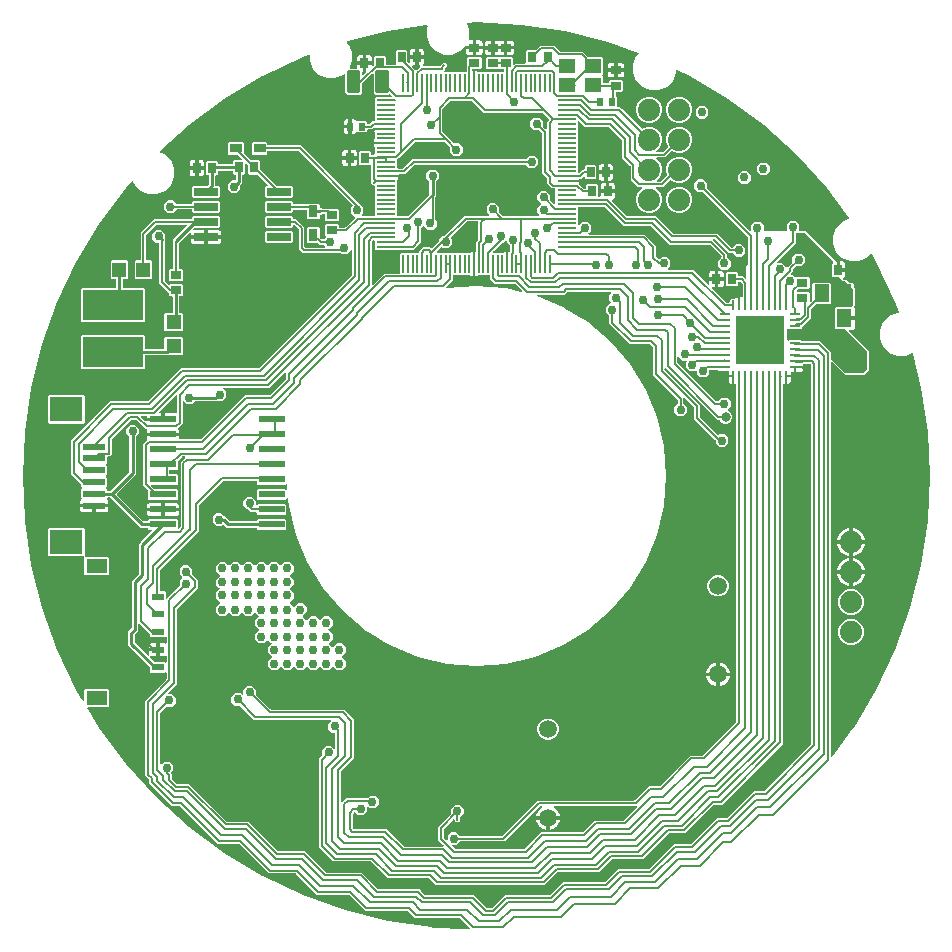
<source format=gbr>
G04 EAGLE Gerber X2 export*
%TF.Part,Single*%
%TF.FileFunction,Copper,L4,Bot,Mixed*%
%TF.FilePolarity,Positive*%
%TF.GenerationSoftware,Autodesk,EAGLE,8.6.0*%
%TF.CreationDate,2018-04-20T16:04:26Z*%
G75*
%MOMM*%
%FSLAX34Y34*%
%LPD*%
%AMOC8*
5,1,8,0,0,1.08239X$1,22.5*%
G01*
%ADD10R,1.300000X1.500000*%
%ADD11R,0.900000X0.700000*%
%ADD12R,0.700000X0.900000*%
%ADD13R,1.000000X0.800000*%
%ADD14R,0.800000X1.000000*%
%ADD15R,1.200000X1.300000*%
%ADD16R,1.300000X1.200000*%
%ADD17R,0.245000X1.600000*%
%ADD18R,1.600000X0.245000*%
%ADD19R,2.032000X0.660400*%
%ADD20R,2.200000X0.600000*%
%ADD21R,5.080000X2.540000*%
%ADD22R,0.600000X0.700000*%
%ADD23C,1.508000*%
%ADD24R,1.400000X1.200000*%
%ADD25R,0.850000X0.280000*%
%ADD26R,0.280000X0.850000*%
%ADD27R,4.150000X4.150000*%
%ADD28C,0.330000*%
%ADD29R,1.900000X0.600000*%
%ADD30R,2.800000X2.100000*%
%ADD31C,1.879600*%
%ADD32R,1.000000X0.600000*%
%ADD33R,1.800000X1.250000*%
%ADD34C,0.152400*%
%ADD35C,0.254000*%
%ADD36C,0.304800*%
%ADD37C,0.756400*%
%ADD38C,0.200000*%
%ADD39C,0.806400*%

G36*
X549828Y156301D02*
X549828Y156301D01*
X549918Y156309D01*
X549948Y156321D01*
X549980Y156326D01*
X550061Y156369D01*
X550145Y156405D01*
X550177Y156431D01*
X550198Y156442D01*
X550220Y156465D01*
X550276Y156510D01*
X561053Y167287D01*
X598738Y167287D01*
X598828Y167301D01*
X598919Y167309D01*
X598948Y167321D01*
X598980Y167326D01*
X599061Y167369D01*
X599145Y167405D01*
X599177Y167431D01*
X599198Y167442D01*
X599220Y167465D01*
X599276Y167510D01*
X608490Y176724D01*
X610053Y178287D01*
X645737Y178287D01*
X645828Y178301D01*
X645918Y178309D01*
X645948Y178321D01*
X645980Y178326D01*
X646061Y178369D01*
X646145Y178405D01*
X646177Y178431D01*
X646198Y178442D01*
X646220Y178465D01*
X646276Y178510D01*
X657053Y189287D01*
X682737Y189287D01*
X682828Y189301D01*
X682918Y189309D01*
X682948Y189321D01*
X682980Y189326D01*
X683061Y189369D01*
X683145Y189405D01*
X683177Y189431D01*
X683198Y189442D01*
X683220Y189465D01*
X683276Y189510D01*
X704053Y210287D01*
X718737Y210287D01*
X718828Y210301D01*
X718918Y210309D01*
X718948Y210321D01*
X718980Y210326D01*
X719061Y210369D01*
X719145Y210405D01*
X719177Y210431D01*
X719198Y210442D01*
X719220Y210465D01*
X719276Y210510D01*
X741053Y232287D01*
X748737Y232287D01*
X748828Y232301D01*
X748918Y232309D01*
X748948Y232321D01*
X748980Y232326D01*
X749061Y232369D01*
X749145Y232405D01*
X749177Y232431D01*
X749198Y232442D01*
X749220Y232465D01*
X749276Y232510D01*
X772053Y255287D01*
X780737Y255287D01*
X780828Y255301D01*
X780918Y255309D01*
X780948Y255321D01*
X780980Y255326D01*
X781061Y255369D01*
X781145Y255405D01*
X781177Y255431D01*
X781198Y255442D01*
X781220Y255465D01*
X781276Y255510D01*
X820490Y294724D01*
X820543Y294798D01*
X820603Y294868D01*
X820615Y294898D01*
X820634Y294924D01*
X820661Y295011D01*
X820695Y295096D01*
X820699Y295137D01*
X820706Y295159D01*
X820705Y295191D01*
X820713Y295263D01*
X820713Y615737D01*
X820699Y615828D01*
X820691Y615918D01*
X820679Y615948D01*
X820674Y615980D01*
X820631Y616061D01*
X820595Y616145D01*
X820569Y616177D01*
X820558Y616198D01*
X820535Y616220D01*
X820490Y616276D01*
X820276Y616490D01*
X820202Y616543D01*
X820132Y616603D01*
X820102Y616615D01*
X820076Y616634D01*
X819989Y616661D01*
X819904Y616695D01*
X819863Y616699D01*
X819841Y616706D01*
X819809Y616705D01*
X819737Y616713D01*
X814302Y616713D01*
X814282Y616710D01*
X814263Y616712D01*
X814161Y616690D01*
X814059Y616674D01*
X814042Y616664D01*
X814022Y616660D01*
X813933Y616607D01*
X813842Y616558D01*
X813828Y616544D01*
X813811Y616534D01*
X813744Y616455D01*
X813672Y616380D01*
X813664Y616362D01*
X813651Y616347D01*
X813612Y616251D01*
X813569Y616157D01*
X813567Y616137D01*
X813559Y616119D01*
X813541Y615952D01*
X813541Y615043D01*
X806750Y615043D01*
X806731Y615040D01*
X806711Y615042D01*
X806610Y615020D01*
X806508Y615004D01*
X806490Y614994D01*
X806471Y614990D01*
X806381Y614937D01*
X806290Y614889D01*
X806290Y614888D01*
X806276Y614874D01*
X806259Y614864D01*
X806259Y614863D01*
X806192Y614785D01*
X806120Y614710D01*
X806112Y614692D01*
X806099Y614677D01*
X806060Y614580D01*
X806017Y614487D01*
X806015Y614467D01*
X806007Y614448D01*
X805989Y614282D01*
X805989Y610341D01*
X804202Y610341D01*
X804182Y610338D01*
X804163Y610340D01*
X804061Y610318D01*
X803959Y610302D01*
X803942Y610292D01*
X803922Y610288D01*
X803833Y610235D01*
X803742Y610186D01*
X803728Y610172D01*
X803711Y610162D01*
X803644Y610083D01*
X803572Y610008D01*
X803564Y609990D01*
X803551Y609975D01*
X803512Y609879D01*
X803469Y609785D01*
X803467Y609765D01*
X803459Y609747D01*
X803441Y609580D01*
X803441Y607793D01*
X799500Y607793D01*
X799481Y607790D01*
X799461Y607792D01*
X799360Y607770D01*
X799258Y607754D01*
X799240Y607744D01*
X799221Y607740D01*
X799131Y607687D01*
X799040Y607639D01*
X799040Y607638D01*
X799026Y607624D01*
X799009Y607614D01*
X799009Y607613D01*
X798942Y607535D01*
X798870Y607460D01*
X798862Y607442D01*
X798849Y607427D01*
X798810Y607330D01*
X798767Y607237D01*
X798765Y607217D01*
X798757Y607198D01*
X798739Y607032D01*
X798739Y600241D01*
X797765Y600241D01*
X797745Y600247D01*
X797627Y600259D01*
X797509Y600272D01*
X797504Y600271D01*
X797500Y600271D01*
X797385Y600245D01*
X797268Y600219D01*
X797265Y600217D01*
X797261Y600216D01*
X797158Y600154D01*
X797057Y600093D01*
X797054Y600090D01*
X797051Y600088D01*
X796973Y599995D01*
X796897Y599906D01*
X796896Y599902D01*
X796893Y599899D01*
X796850Y599788D01*
X796805Y599678D01*
X796805Y599673D01*
X796803Y599670D01*
X796803Y599656D01*
X796787Y599511D01*
X796787Y295553D01*
X744947Y243713D01*
X738263Y243713D01*
X738172Y243699D01*
X738082Y243691D01*
X738052Y243679D01*
X738020Y243674D01*
X737939Y243631D01*
X737855Y243595D01*
X737823Y243569D01*
X737802Y243558D01*
X737780Y243535D01*
X737724Y243490D01*
X713947Y219713D01*
X700263Y219713D01*
X700172Y219699D01*
X700082Y219691D01*
X700052Y219679D01*
X700020Y219674D01*
X699939Y219631D01*
X699855Y219595D01*
X699823Y219569D01*
X699802Y219558D01*
X699780Y219535D01*
X699776Y219532D01*
X699775Y219531D01*
X699724Y219490D01*
X677947Y197713D01*
X652263Y197713D01*
X652172Y197699D01*
X652082Y197691D01*
X652052Y197679D01*
X652020Y197674D01*
X651939Y197631D01*
X651855Y197595D01*
X651823Y197569D01*
X651802Y197558D01*
X651780Y197535D01*
X651724Y197490D01*
X640947Y186713D01*
X606263Y186713D01*
X606172Y186699D01*
X606082Y186691D01*
X606052Y186679D01*
X606020Y186674D01*
X605939Y186631D01*
X605855Y186595D01*
X605823Y186569D01*
X605802Y186558D01*
X605780Y186535D01*
X605724Y186490D01*
X594947Y175713D01*
X503053Y175713D01*
X497276Y181490D01*
X497202Y181543D01*
X497132Y181603D01*
X497102Y181615D01*
X497076Y181634D01*
X496989Y181661D01*
X496904Y181695D01*
X496863Y181699D01*
X496841Y181706D01*
X496809Y181705D01*
X496737Y181713D01*
X462053Y181713D01*
X448276Y195490D01*
X448202Y195543D01*
X448132Y195603D01*
X448102Y195615D01*
X448076Y195634D01*
X447989Y195661D01*
X447904Y195695D01*
X447863Y195699D01*
X447841Y195706D01*
X447809Y195705D01*
X447737Y195713D01*
X416053Y195713D01*
X403713Y208053D01*
X403713Y282947D01*
X406470Y285704D01*
X406523Y285778D01*
X406583Y285848D01*
X406595Y285878D01*
X406614Y285904D01*
X406641Y285991D01*
X406675Y286076D01*
X406679Y286117D01*
X406686Y286139D01*
X406685Y286171D01*
X406693Y286243D01*
X406693Y290198D01*
X409802Y293307D01*
X414198Y293307D01*
X416414Y291091D01*
X416472Y291049D01*
X416524Y291000D01*
X416571Y290978D01*
X416613Y290948D01*
X416682Y290926D01*
X416747Y290896D01*
X416799Y290891D01*
X416849Y290875D01*
X416920Y290877D01*
X416991Y290869D01*
X417042Y290880D01*
X417094Y290882D01*
X417162Y290906D01*
X417232Y290921D01*
X417277Y290948D01*
X417325Y290966D01*
X417381Y291011D01*
X417443Y291048D01*
X417477Y291087D01*
X417517Y291120D01*
X417556Y291180D01*
X417603Y291235D01*
X417622Y291283D01*
X417650Y291327D01*
X417668Y291396D01*
X417695Y291463D01*
X417703Y291534D01*
X417711Y291565D01*
X417709Y291588D01*
X417713Y291629D01*
X417713Y303932D01*
X417710Y303952D01*
X417712Y303971D01*
X417690Y304073D01*
X417674Y304175D01*
X417664Y304192D01*
X417660Y304212D01*
X417607Y304301D01*
X417558Y304392D01*
X417544Y304406D01*
X417534Y304423D01*
X417455Y304490D01*
X417380Y304562D01*
X417362Y304570D01*
X417347Y304583D01*
X417251Y304622D01*
X417157Y304665D01*
X417137Y304667D01*
X417119Y304675D01*
X416952Y304693D01*
X414802Y304693D01*
X411693Y307802D01*
X411693Y312198D01*
X413909Y314414D01*
X413951Y314472D01*
X414000Y314524D01*
X414022Y314571D01*
X414052Y314613D01*
X414074Y314682D01*
X414104Y314747D01*
X414109Y314799D01*
X414125Y314849D01*
X414123Y314920D01*
X414131Y314991D01*
X414120Y315042D01*
X414118Y315094D01*
X414094Y315162D01*
X414079Y315232D01*
X414052Y315277D01*
X414034Y315325D01*
X413989Y315381D01*
X413952Y315443D01*
X413913Y315477D01*
X413880Y315517D01*
X413820Y315556D01*
X413765Y315603D01*
X413717Y315622D01*
X413673Y315650D01*
X413604Y315668D01*
X413537Y315695D01*
X413466Y315703D01*
X413435Y315711D01*
X413412Y315709D01*
X413371Y315713D01*
X349053Y315713D01*
X337296Y327470D01*
X337222Y327523D01*
X337152Y327583D01*
X337122Y327595D01*
X337096Y327614D01*
X337009Y327641D01*
X336924Y327675D01*
X336883Y327679D01*
X336861Y327686D01*
X336829Y327685D01*
X336757Y327693D01*
X332802Y327693D01*
X329693Y330802D01*
X329693Y335198D01*
X332802Y338307D01*
X337198Y338307D01*
X338394Y337111D01*
X338452Y337069D01*
X338504Y337020D01*
X338551Y336998D01*
X338593Y336968D01*
X338662Y336946D01*
X338727Y336916D01*
X338779Y336911D01*
X338829Y336895D01*
X338900Y336897D01*
X338971Y336889D01*
X339022Y336900D01*
X339074Y336902D01*
X339142Y336926D01*
X339212Y336941D01*
X339257Y336968D01*
X339305Y336986D01*
X339361Y337031D01*
X339423Y337068D01*
X339457Y337107D01*
X339497Y337140D01*
X339536Y337200D01*
X339583Y337255D01*
X339602Y337303D01*
X339630Y337347D01*
X339648Y337416D01*
X339675Y337483D01*
X339683Y337554D01*
X339691Y337585D01*
X339689Y337608D01*
X339693Y337649D01*
X339693Y341198D01*
X342802Y344307D01*
X347198Y344307D01*
X350307Y341198D01*
X350307Y337243D01*
X350321Y337152D01*
X350329Y337062D01*
X350341Y337032D01*
X350346Y337000D01*
X350389Y336919D01*
X350425Y336835D01*
X350451Y336803D01*
X350462Y336782D01*
X350485Y336760D01*
X350530Y336704D01*
X362724Y324510D01*
X362798Y324457D01*
X362868Y324397D01*
X362898Y324385D01*
X362924Y324366D01*
X363011Y324339D01*
X363096Y324305D01*
X363137Y324301D01*
X363159Y324294D01*
X363191Y324295D01*
X363263Y324287D01*
X424947Y324287D01*
X433287Y315947D01*
X433287Y283053D01*
X422510Y272276D01*
X422457Y272202D01*
X422397Y272132D01*
X422385Y272102D01*
X422366Y272076D01*
X422339Y271989D01*
X422305Y271904D01*
X422301Y271863D01*
X422294Y271841D01*
X422295Y271809D01*
X422287Y271737D01*
X422287Y246358D01*
X422298Y246288D01*
X422300Y246216D01*
X422318Y246167D01*
X422326Y246116D01*
X422360Y246052D01*
X422385Y245985D01*
X422417Y245944D01*
X422442Y245898D01*
X422494Y245849D01*
X422538Y245793D01*
X422582Y245765D01*
X422620Y245729D01*
X422685Y245699D01*
X422745Y245660D01*
X422796Y245647D01*
X422843Y245625D01*
X422914Y245617D01*
X422984Y245600D01*
X423036Y245604D01*
X423087Y245598D01*
X423158Y245613D01*
X423229Y245619D01*
X423277Y245639D01*
X423328Y245650D01*
X423389Y245687D01*
X423455Y245715D01*
X423511Y245760D01*
X423539Y245777D01*
X423554Y245794D01*
X423586Y245820D01*
X427053Y249287D01*
X444467Y249287D01*
X444557Y249301D01*
X444648Y249309D01*
X444677Y249321D01*
X444709Y249326D01*
X444790Y249369D01*
X444874Y249405D01*
X444906Y249431D01*
X444927Y249442D01*
X444949Y249465D01*
X445005Y249510D01*
X446802Y251307D01*
X451198Y251307D01*
X454307Y248198D01*
X454307Y243802D01*
X451198Y240693D01*
X446802Y240693D01*
X445606Y241889D01*
X445548Y241931D01*
X445496Y241980D01*
X445449Y242002D01*
X445407Y242032D01*
X445338Y242054D01*
X445273Y242084D01*
X445221Y242089D01*
X445171Y242105D01*
X445100Y242103D01*
X445029Y242111D01*
X444978Y242100D01*
X444926Y242098D01*
X444858Y242074D01*
X444788Y242059D01*
X444743Y242032D01*
X444695Y242014D01*
X444639Y241969D01*
X444577Y241932D01*
X444543Y241893D01*
X444503Y241860D01*
X444464Y241800D01*
X444417Y241745D01*
X444398Y241697D01*
X444370Y241653D01*
X444352Y241584D01*
X444325Y241517D01*
X444317Y241446D01*
X444309Y241415D01*
X444311Y241392D01*
X444307Y241351D01*
X444307Y237802D01*
X441198Y234693D01*
X436802Y234693D01*
X434403Y237092D01*
X434387Y237104D01*
X434374Y237120D01*
X434287Y237176D01*
X434203Y237236D01*
X434184Y237242D01*
X434167Y237253D01*
X434067Y237278D01*
X433968Y237308D01*
X433948Y237308D01*
X433929Y237313D01*
X433826Y237305D01*
X433722Y237302D01*
X433703Y237295D01*
X433684Y237293D01*
X433589Y237253D01*
X433491Y237217D01*
X433475Y237205D01*
X433457Y237197D01*
X433326Y237092D01*
X432510Y236276D01*
X432457Y236202D01*
X432397Y236132D01*
X432385Y236102D01*
X432366Y236076D01*
X432339Y235989D01*
X432305Y235904D01*
X432301Y235863D01*
X432294Y235841D01*
X432295Y235809D01*
X432287Y235737D01*
X432287Y224263D01*
X432301Y224172D01*
X432309Y224082D01*
X432321Y224052D01*
X432326Y224020D01*
X432348Y223980D01*
X432349Y223974D01*
X432366Y223946D01*
X432369Y223939D01*
X432405Y223855D01*
X432431Y223823D01*
X432442Y223802D01*
X432464Y223781D01*
X432475Y223763D01*
X432487Y223752D01*
X432510Y223724D01*
X432724Y223510D01*
X432798Y223457D01*
X432868Y223397D01*
X432898Y223385D01*
X432924Y223366D01*
X433011Y223339D01*
X433096Y223305D01*
X433137Y223301D01*
X433159Y223294D01*
X433191Y223295D01*
X433263Y223287D01*
X460947Y223287D01*
X475724Y208510D01*
X475798Y208457D01*
X475868Y208397D01*
X475898Y208385D01*
X475924Y208366D01*
X476011Y208339D01*
X476096Y208305D01*
X476137Y208301D01*
X476159Y208294D01*
X476191Y208295D01*
X476263Y208287D01*
X508642Y208287D01*
X508712Y208298D01*
X508784Y208300D01*
X508833Y208318D01*
X508884Y208326D01*
X508948Y208360D01*
X509015Y208385D01*
X509056Y208417D01*
X509102Y208442D01*
X509151Y208493D01*
X509207Y208538D01*
X509235Y208582D01*
X509271Y208620D01*
X509301Y208685D01*
X509340Y208745D01*
X509353Y208796D01*
X509375Y208843D01*
X509383Y208914D01*
X509400Y208984D01*
X509396Y209036D01*
X509402Y209087D01*
X509387Y209158D01*
X509381Y209229D01*
X509361Y209277D01*
X509350Y209328D01*
X509313Y209389D01*
X509285Y209455D01*
X509240Y209511D01*
X509223Y209539D01*
X509206Y209554D01*
X509180Y209586D01*
X506276Y212490D01*
X504713Y214053D01*
X504713Y224947D01*
X515470Y235704D01*
X515523Y235778D01*
X515583Y235848D01*
X515595Y235878D01*
X515614Y235904D01*
X515641Y235991D01*
X515675Y236076D01*
X515679Y236117D01*
X515686Y236139D01*
X515685Y236171D01*
X515693Y236243D01*
X515693Y240198D01*
X518802Y243307D01*
X523198Y243307D01*
X526307Y240198D01*
X526307Y235802D01*
X523510Y233005D01*
X523457Y232931D01*
X523397Y232861D01*
X523385Y232831D01*
X523366Y232805D01*
X523339Y232718D01*
X523305Y232633D01*
X523301Y232592D01*
X523294Y232570D01*
X523295Y232538D01*
X523287Y232467D01*
X523287Y230053D01*
X521947Y228713D01*
X520053Y228713D01*
X518713Y230053D01*
X518713Y230642D01*
X518702Y230712D01*
X518700Y230784D01*
X518682Y230833D01*
X518674Y230884D01*
X518640Y230948D01*
X518615Y231015D01*
X518583Y231056D01*
X518558Y231102D01*
X518506Y231151D01*
X518462Y231207D01*
X518418Y231235D01*
X518380Y231271D01*
X518315Y231301D01*
X518255Y231340D01*
X518204Y231353D01*
X518157Y231375D01*
X518086Y231383D01*
X518016Y231400D01*
X517964Y231396D01*
X517913Y231402D01*
X517842Y231387D01*
X517771Y231381D01*
X517723Y231361D01*
X517672Y231350D01*
X517611Y231313D01*
X517545Y231285D01*
X517489Y231240D01*
X517461Y231223D01*
X517446Y231206D01*
X517414Y231180D01*
X509510Y223276D01*
X509457Y223202D01*
X509435Y223177D01*
X509418Y223159D01*
X509417Y223155D01*
X509397Y223132D01*
X509385Y223102D01*
X509366Y223076D01*
X509339Y222989D01*
X509315Y222936D01*
X509314Y222925D01*
X509305Y222904D01*
X509301Y222863D01*
X509294Y222841D01*
X509295Y222809D01*
X509287Y222737D01*
X509287Y216262D01*
X509301Y216172D01*
X509309Y216081D01*
X509321Y216052D01*
X509326Y216020D01*
X509369Y215939D01*
X509405Y215855D01*
X509431Y215823D01*
X509442Y215802D01*
X509465Y215780D01*
X509510Y215724D01*
X511394Y213840D01*
X511452Y213798D01*
X511504Y213749D01*
X511551Y213727D01*
X511593Y213697D01*
X511662Y213676D01*
X511727Y213645D01*
X511779Y213640D01*
X511829Y213624D01*
X511900Y213626D01*
X511971Y213618D01*
X512022Y213629D01*
X512074Y213631D01*
X512142Y213655D01*
X512212Y213670D01*
X512256Y213697D01*
X512305Y213715D01*
X512361Y213760D01*
X512423Y213797D01*
X512457Y213836D01*
X512497Y213869D01*
X512536Y213929D01*
X512583Y213984D01*
X512602Y214032D01*
X512630Y214076D01*
X512648Y214145D01*
X512675Y214212D01*
X512683Y214283D01*
X512691Y214314D01*
X512689Y214338D01*
X512693Y214378D01*
X512693Y217198D01*
X515802Y220307D01*
X520198Y220307D01*
X522995Y217510D01*
X523069Y217457D01*
X523139Y217397D01*
X523169Y217385D01*
X523195Y217366D01*
X523282Y217339D01*
X523367Y217305D01*
X523408Y217301D01*
X523430Y217294D01*
X523462Y217295D01*
X523533Y217287D01*
X558737Y217287D01*
X558828Y217301D01*
X558918Y217309D01*
X558948Y217321D01*
X558980Y217326D01*
X559061Y217369D01*
X559145Y217405D01*
X559177Y217431D01*
X559198Y217442D01*
X559220Y217465D01*
X559276Y217510D01*
X587490Y245724D01*
X589053Y247287D01*
X670738Y247287D01*
X670828Y247301D01*
X670919Y247309D01*
X670948Y247321D01*
X670980Y247326D01*
X671061Y247369D01*
X671145Y247405D01*
X671177Y247431D01*
X671198Y247442D01*
X671220Y247465D01*
X671276Y247510D01*
X681490Y257724D01*
X683053Y259287D01*
X691737Y259287D01*
X691828Y259301D01*
X691918Y259309D01*
X691948Y259321D01*
X691980Y259326D01*
X692061Y259369D01*
X692145Y259405D01*
X692177Y259431D01*
X692198Y259442D01*
X692220Y259465D01*
X692276Y259510D01*
X718053Y285287D01*
X728737Y285287D01*
X728828Y285301D01*
X728918Y285309D01*
X728948Y285321D01*
X728980Y285326D01*
X729061Y285369D01*
X729145Y285405D01*
X729177Y285431D01*
X729198Y285442D01*
X729220Y285465D01*
X729276Y285510D01*
X756990Y313224D01*
X757043Y313298D01*
X757103Y313368D01*
X757115Y313398D01*
X757134Y313424D01*
X757161Y313511D01*
X757195Y313596D01*
X757199Y313637D01*
X757206Y313659D01*
X757205Y313691D01*
X757213Y313763D01*
X757213Y599511D01*
X757194Y599627D01*
X757176Y599746D01*
X757174Y599750D01*
X757174Y599754D01*
X757118Y599859D01*
X757063Y599965D01*
X757060Y599968D01*
X757058Y599972D01*
X756973Y600053D01*
X756887Y600136D01*
X756883Y600138D01*
X756880Y600141D01*
X756772Y600191D01*
X756665Y600242D01*
X756661Y600243D01*
X756657Y600245D01*
X756538Y600258D01*
X756421Y600272D01*
X756416Y600271D01*
X756413Y600272D01*
X756399Y600269D01*
X756255Y600247D01*
X756235Y600241D01*
X755261Y600241D01*
X755261Y607032D01*
X755258Y607051D01*
X755260Y607071D01*
X755238Y607172D01*
X755222Y607274D01*
X755212Y607292D01*
X755208Y607311D01*
X755155Y607401D01*
X755107Y607492D01*
X755106Y607492D01*
X755092Y607506D01*
X755082Y607523D01*
X755081Y607523D01*
X755003Y607590D01*
X754928Y607662D01*
X754910Y607670D01*
X754895Y607683D01*
X754798Y607722D01*
X754705Y607765D01*
X754685Y607767D01*
X754666Y607775D01*
X754500Y607793D01*
X750559Y607793D01*
X750559Y610596D01*
X750556Y610616D01*
X750558Y610635D01*
X750536Y610737D01*
X750520Y610839D01*
X750510Y610856D01*
X750506Y610876D01*
X750453Y610965D01*
X750404Y611056D01*
X750390Y611070D01*
X750380Y611087D01*
X750301Y611154D01*
X750226Y611226D01*
X750208Y611234D01*
X750193Y611247D01*
X750097Y611286D01*
X750003Y611329D01*
X749983Y611331D01*
X749965Y611339D01*
X749798Y611357D01*
X742368Y611357D01*
X741953Y611772D01*
X741879Y611825D01*
X741810Y611885D01*
X741780Y611897D01*
X741754Y611916D01*
X741667Y611943D01*
X741582Y611977D01*
X741541Y611981D01*
X741519Y611988D01*
X741486Y611987D01*
X741415Y611995D01*
X735068Y611995D01*
X735048Y611992D01*
X735029Y611994D01*
X734927Y611972D01*
X734825Y611956D01*
X734808Y611946D01*
X734788Y611942D01*
X734699Y611889D01*
X734608Y611840D01*
X734594Y611826D01*
X734577Y611816D01*
X734510Y611737D01*
X734438Y611662D01*
X734430Y611644D01*
X734417Y611629D01*
X734378Y611533D01*
X734335Y611439D01*
X734333Y611419D01*
X734325Y611401D01*
X734307Y611234D01*
X734307Y608802D01*
X731198Y605693D01*
X726802Y605693D01*
X723693Y608802D01*
X723693Y610351D01*
X723682Y610421D01*
X723680Y610493D01*
X723662Y610542D01*
X723654Y610593D01*
X723620Y610657D01*
X723595Y610724D01*
X723563Y610765D01*
X723538Y610811D01*
X723487Y610860D01*
X723442Y610916D01*
X723398Y610944D01*
X723360Y610980D01*
X723295Y611010D01*
X723235Y611049D01*
X723184Y611062D01*
X723137Y611084D01*
X723066Y611092D01*
X722996Y611109D01*
X722944Y611105D01*
X722893Y611111D01*
X722822Y611096D01*
X722751Y611090D01*
X722703Y611070D01*
X722652Y611059D01*
X722591Y611022D01*
X722525Y610994D01*
X722469Y610949D01*
X722441Y610932D01*
X722426Y610915D01*
X722394Y610889D01*
X722198Y610693D01*
X717802Y610693D01*
X714693Y613802D01*
X714693Y618198D01*
X714889Y618394D01*
X714931Y618452D01*
X714980Y618504D01*
X715002Y618551D01*
X715032Y618593D01*
X715054Y618662D01*
X715084Y618727D01*
X715089Y618779D01*
X715105Y618829D01*
X715103Y618900D01*
X715111Y618971D01*
X715100Y619022D01*
X715098Y619074D01*
X715074Y619142D01*
X715059Y619212D01*
X715032Y619257D01*
X715014Y619305D01*
X714969Y619361D01*
X714932Y619423D01*
X714893Y619457D01*
X714860Y619497D01*
X714800Y619536D01*
X714745Y619583D01*
X714697Y619602D01*
X714653Y619630D01*
X714584Y619648D01*
X714517Y619675D01*
X714446Y619683D01*
X714415Y619691D01*
X714392Y619689D01*
X714351Y619693D01*
X711802Y619693D01*
X708586Y622909D01*
X708528Y622951D01*
X708476Y623000D01*
X708429Y623022D01*
X708387Y623052D01*
X708318Y623074D01*
X708253Y623104D01*
X708201Y623109D01*
X708151Y623125D01*
X708080Y623123D01*
X708009Y623131D01*
X707958Y623120D01*
X707906Y623118D01*
X707838Y623094D01*
X707768Y623079D01*
X707723Y623052D01*
X707675Y623034D01*
X707619Y622989D01*
X707557Y622952D01*
X707523Y622913D01*
X707483Y622880D01*
X707444Y622820D01*
X707397Y622765D01*
X707378Y622717D01*
X707350Y622673D01*
X707332Y622604D01*
X707305Y622537D01*
X707297Y622466D01*
X707289Y622435D01*
X707291Y622412D01*
X707287Y622371D01*
X707287Y618263D01*
X707301Y618172D01*
X707309Y618082D01*
X707321Y618052D01*
X707326Y618020D01*
X707369Y617939D01*
X707405Y617855D01*
X707431Y617823D01*
X707442Y617802D01*
X707465Y617780D01*
X707510Y617724D01*
X739724Y585510D01*
X739798Y585457D01*
X739868Y585397D01*
X739898Y585385D01*
X739924Y585366D01*
X740011Y585339D01*
X740096Y585305D01*
X740137Y585301D01*
X740159Y585294D01*
X740191Y585295D01*
X740263Y585287D01*
X741467Y585287D01*
X741557Y585301D01*
X741648Y585309D01*
X741677Y585321D01*
X741709Y585326D01*
X741790Y585369D01*
X741874Y585405D01*
X741906Y585431D01*
X741927Y585442D01*
X741949Y585465D01*
X742005Y585510D01*
X744802Y588307D01*
X749198Y588307D01*
X752307Y585198D01*
X752307Y580802D01*
X749880Y578375D01*
X749853Y578338D01*
X749819Y578307D01*
X749782Y578239D01*
X749736Y578175D01*
X749723Y578132D01*
X749701Y578091D01*
X749687Y578015D01*
X749664Y577940D01*
X749665Y577894D01*
X749657Y577849D01*
X749668Y577772D01*
X749670Y577694D01*
X749686Y577651D01*
X749693Y577606D01*
X749728Y577537D01*
X749755Y577463D01*
X749784Y577428D01*
X749804Y577387D01*
X749860Y577332D01*
X749909Y577271D01*
X749947Y577247D01*
X749980Y577214D01*
X750100Y577148D01*
X750116Y577138D01*
X750120Y577137D01*
X750127Y577134D01*
X751148Y576711D01*
X752711Y575148D01*
X753557Y573105D01*
X753557Y570895D01*
X752711Y568852D01*
X751148Y567289D01*
X749105Y566443D01*
X746895Y566443D01*
X744852Y567289D01*
X743289Y568852D01*
X743127Y569243D01*
X743066Y569342D01*
X743006Y569443D01*
X743001Y569447D01*
X742998Y569452D01*
X742908Y569526D01*
X742819Y569603D01*
X742813Y569605D01*
X742808Y569609D01*
X742701Y569650D01*
X742591Y569695D01*
X742583Y569696D01*
X742579Y569697D01*
X742560Y569698D01*
X742424Y569713D01*
X741053Y569713D01*
X697586Y613180D01*
X697528Y613222D01*
X697476Y613271D01*
X697429Y613293D01*
X697387Y613323D01*
X697318Y613344D01*
X697253Y613375D01*
X697201Y613380D01*
X697151Y613396D01*
X697080Y613394D01*
X697009Y613402D01*
X696958Y613391D01*
X696906Y613389D01*
X696838Y613365D01*
X696768Y613350D01*
X696723Y613323D01*
X696675Y613305D01*
X696619Y613260D01*
X696557Y613223D01*
X696523Y613184D01*
X696483Y613151D01*
X696444Y613091D01*
X696397Y613036D01*
X696378Y612988D01*
X696350Y612944D01*
X696332Y612875D01*
X696305Y612808D01*
X696297Y612737D01*
X696289Y612706D01*
X696291Y612682D01*
X696287Y612642D01*
X696287Y612263D01*
X696301Y612172D01*
X696309Y612082D01*
X696321Y612052D01*
X696326Y612020D01*
X696369Y611939D01*
X696405Y611855D01*
X696431Y611823D01*
X696442Y611802D01*
X696465Y611780D01*
X696510Y611724D01*
X726287Y581947D01*
X726287Y572263D01*
X726301Y572172D01*
X726309Y572082D01*
X726321Y572052D01*
X726326Y572020D01*
X726369Y571939D01*
X726405Y571855D01*
X726431Y571823D01*
X726442Y571802D01*
X726465Y571780D01*
X726510Y571724D01*
X741326Y556908D01*
X741342Y556896D01*
X741355Y556880D01*
X741442Y556824D01*
X741526Y556764D01*
X741545Y556758D01*
X741562Y556747D01*
X741662Y556722D01*
X741761Y556692D01*
X741781Y556692D01*
X741800Y556687D01*
X741903Y556695D01*
X742007Y556698D01*
X742026Y556705D01*
X742046Y556707D01*
X742140Y556747D01*
X742238Y556783D01*
X742254Y556795D01*
X742272Y556803D01*
X742403Y556908D01*
X742802Y557307D01*
X747198Y557307D01*
X750307Y554198D01*
X750307Y549802D01*
X747198Y546693D01*
X742802Y546693D01*
X739693Y549802D01*
X739693Y551757D01*
X739679Y551848D01*
X739671Y551938D01*
X739659Y551968D01*
X739654Y552000D01*
X739611Y552081D01*
X739575Y552165D01*
X739549Y552197D01*
X739538Y552218D01*
X739515Y552240D01*
X739470Y552296D01*
X721713Y570053D01*
X721713Y579737D01*
X721699Y579828D01*
X721691Y579918D01*
X721679Y579948D01*
X721674Y579980D01*
X721631Y580061D01*
X721595Y580145D01*
X721569Y580177D01*
X721558Y580198D01*
X721535Y580220D01*
X721519Y580240D01*
X721514Y580248D01*
X721509Y580253D01*
X721490Y580276D01*
X713586Y588180D01*
X713528Y588222D01*
X713476Y588271D01*
X713429Y588293D01*
X713387Y588323D01*
X713318Y588344D01*
X713253Y588375D01*
X713201Y588380D01*
X713151Y588396D01*
X713080Y588394D01*
X713009Y588402D01*
X712958Y588391D01*
X712906Y588389D01*
X712838Y588365D01*
X712768Y588350D01*
X712723Y588323D01*
X712675Y588305D01*
X712619Y588260D01*
X712557Y588223D01*
X712523Y588184D01*
X712483Y588151D01*
X712444Y588091D01*
X712397Y588036D01*
X712378Y587988D01*
X712350Y587944D01*
X712332Y587875D01*
X712305Y587808D01*
X712297Y587737D01*
X712289Y587706D01*
X712291Y587682D01*
X712287Y587642D01*
X712287Y583533D01*
X712288Y583526D01*
X712288Y583524D01*
X712290Y583515D01*
X712301Y583443D01*
X712309Y583352D01*
X712321Y583323D01*
X712326Y583291D01*
X712369Y583210D01*
X712405Y583126D01*
X712431Y583094D01*
X712442Y583073D01*
X712465Y583051D01*
X712510Y582995D01*
X715307Y580198D01*
X715307Y575802D01*
X712198Y572693D01*
X707802Y572693D01*
X704693Y575802D01*
X704693Y580198D01*
X707490Y582995D01*
X707543Y583069D01*
X707603Y583139D01*
X707615Y583169D01*
X707634Y583195D01*
X707661Y583282D01*
X707695Y583367D01*
X707699Y583408D01*
X707706Y583430D01*
X707705Y583462D01*
X707713Y583533D01*
X707713Y585737D01*
X707699Y585828D01*
X707691Y585918D01*
X707679Y585948D01*
X707674Y585980D01*
X707631Y586061D01*
X707595Y586145D01*
X707569Y586177D01*
X707558Y586198D01*
X707535Y586220D01*
X707490Y586276D01*
X686713Y607053D01*
X686713Y630737D01*
X686699Y630828D01*
X686691Y630918D01*
X686679Y630948D01*
X686674Y630980D01*
X686631Y631061D01*
X686595Y631145D01*
X686569Y631177D01*
X686558Y631198D01*
X686535Y631220D01*
X686513Y631248D01*
X686510Y631252D01*
X686507Y631254D01*
X686490Y631276D01*
X684276Y633490D01*
X684202Y633543D01*
X684132Y633603D01*
X684102Y633615D01*
X684076Y633634D01*
X683989Y633661D01*
X683904Y633695D01*
X683863Y633699D01*
X683841Y633706D01*
X683809Y633705D01*
X683737Y633713D01*
X667053Y633713D01*
X649713Y651053D01*
X649713Y657467D01*
X649699Y657557D01*
X649691Y657648D01*
X649679Y657677D01*
X649674Y657709D01*
X649631Y657790D01*
X649595Y657874D01*
X649569Y657906D01*
X649558Y657927D01*
X649535Y657949D01*
X649490Y658005D01*
X646693Y660802D01*
X646693Y665198D01*
X649802Y668307D01*
X650351Y668307D01*
X650421Y668318D01*
X650493Y668320D01*
X650542Y668338D01*
X650593Y668346D01*
X650657Y668380D01*
X650724Y668405D01*
X650765Y668437D01*
X650811Y668462D01*
X650860Y668514D01*
X650916Y668558D01*
X650944Y668602D01*
X650980Y668640D01*
X651010Y668705D01*
X651049Y668765D01*
X651062Y668816D01*
X651084Y668863D01*
X651092Y668934D01*
X651109Y669004D01*
X651105Y669056D01*
X651111Y669107D01*
X651096Y669178D01*
X651090Y669249D01*
X651070Y669297D01*
X651059Y669348D01*
X651022Y669409D01*
X650994Y669475D01*
X650949Y669531D01*
X650932Y669559D01*
X650915Y669574D01*
X650889Y669606D01*
X649693Y670802D01*
X649693Y675198D01*
X650909Y676414D01*
X650951Y676472D01*
X651000Y676524D01*
X651022Y676571D01*
X651052Y676613D01*
X651074Y676682D01*
X651104Y676747D01*
X651109Y676799D01*
X651125Y676849D01*
X651123Y676920D01*
X651131Y676991D01*
X651120Y677042D01*
X651118Y677094D01*
X651094Y677162D01*
X651079Y677232D01*
X651052Y677277D01*
X651034Y677325D01*
X650989Y677381D01*
X650952Y677443D01*
X650913Y677477D01*
X650880Y677517D01*
X650820Y677556D01*
X650765Y677603D01*
X650717Y677622D01*
X650673Y677650D01*
X650604Y677668D01*
X650537Y677695D01*
X650466Y677703D01*
X650435Y677711D01*
X650412Y677709D01*
X650371Y677713D01*
X614263Y677713D01*
X614172Y677699D01*
X614082Y677691D01*
X614052Y677679D01*
X614020Y677674D01*
X613939Y677631D01*
X613855Y677595D01*
X613823Y677569D01*
X613802Y677558D01*
X613780Y677535D01*
X613724Y677490D01*
X611947Y675713D01*
X588939Y675713D01*
X588843Y675698D01*
X588746Y675688D01*
X588722Y675678D01*
X588697Y675674D01*
X588611Y675628D01*
X588522Y675588D01*
X588502Y675571D01*
X588479Y675558D01*
X588412Y675488D01*
X588340Y675422D01*
X588328Y675399D01*
X588310Y675380D01*
X588269Y675292D01*
X588222Y675206D01*
X588217Y675181D01*
X588206Y675157D01*
X588195Y675060D01*
X588178Y674964D01*
X588182Y674938D01*
X588179Y674913D01*
X588200Y674817D01*
X588214Y674721D01*
X588226Y674698D01*
X588231Y674672D01*
X588281Y674589D01*
X588325Y674502D01*
X588344Y674483D01*
X588358Y674461D01*
X588431Y674398D01*
X588501Y674330D01*
X588530Y674314D01*
X588544Y674301D01*
X588575Y674289D01*
X588648Y674249D01*
X610057Y665381D01*
X612954Y663605D01*
X614196Y662844D01*
X615439Y662083D01*
X621650Y658277D01*
X622892Y657515D01*
X624134Y656754D01*
X629103Y653709D01*
X630346Y652948D01*
X631587Y652187D01*
X650788Y635788D01*
X667187Y616587D01*
X680381Y595057D01*
X690044Y571727D01*
X695939Y547174D01*
X697920Y522000D01*
X695939Y496826D01*
X690044Y472273D01*
X680381Y448943D01*
X667187Y427413D01*
X650788Y408212D01*
X631587Y391813D01*
X610057Y378619D01*
X586727Y368956D01*
X562173Y363061D01*
X537000Y361080D01*
X511827Y363061D01*
X487273Y368956D01*
X463944Y378619D01*
X458880Y381722D01*
X457638Y382483D01*
X456395Y383244D01*
X456395Y383245D01*
X455153Y384006D01*
X453911Y384767D01*
X452669Y385528D01*
X445215Y390096D01*
X443973Y390857D01*
X442731Y391618D01*
X442413Y391813D01*
X423212Y408212D01*
X406813Y427413D01*
X393619Y448943D01*
X383956Y472273D01*
X378061Y496826D01*
X377616Y502480D01*
X377606Y502521D01*
X377605Y502563D01*
X377577Y502639D01*
X377557Y502719D01*
X377535Y502754D01*
X377520Y502794D01*
X377469Y502857D01*
X377425Y502926D01*
X377393Y502953D01*
X377367Y502986D01*
X377298Y503030D01*
X377234Y503081D01*
X377195Y503096D01*
X377160Y503119D01*
X377080Y503139D01*
X377004Y503167D01*
X376962Y503168D01*
X376921Y503179D01*
X376840Y503172D01*
X376758Y503175D01*
X376718Y503163D01*
X376676Y503160D01*
X376601Y503128D01*
X376522Y503104D01*
X376488Y503080D01*
X376450Y503063D01*
X376329Y502967D01*
X376322Y502962D01*
X376321Y502960D01*
X376319Y502958D01*
X375222Y501861D01*
X351958Y501861D01*
X351065Y502754D01*
X351065Y510018D01*
X351958Y510911D01*
X375222Y510911D01*
X375641Y510491D01*
X375724Y510432D01*
X375802Y510368D01*
X375823Y510361D01*
X375841Y510348D01*
X375938Y510318D01*
X376033Y510282D01*
X376055Y510282D01*
X376076Y510275D01*
X376177Y510278D01*
X376278Y510275D01*
X376300Y510281D01*
X376322Y510282D01*
X376417Y510316D01*
X376514Y510346D01*
X376532Y510358D01*
X376553Y510366D01*
X376632Y510429D01*
X376715Y510488D01*
X376728Y510506D01*
X376745Y510520D01*
X376800Y510605D01*
X376859Y510687D01*
X376866Y510708D01*
X376878Y510727D01*
X376903Y510825D01*
X376933Y510921D01*
X376934Y510949D01*
X376938Y510965D01*
X376935Y510998D01*
X376938Y511089D01*
X376689Y514253D01*
X376679Y514294D01*
X376678Y514336D01*
X376650Y514413D01*
X376631Y514492D01*
X376608Y514528D01*
X376594Y514567D01*
X376543Y514631D01*
X376499Y514700D01*
X376466Y514726D01*
X376440Y514759D01*
X376371Y514803D01*
X376308Y514855D01*
X376269Y514869D01*
X376233Y514892D01*
X376154Y514912D01*
X376077Y514940D01*
X376035Y514942D01*
X375995Y514952D01*
X375913Y514946D01*
X375831Y514948D01*
X375791Y514936D01*
X375749Y514933D01*
X375674Y514901D01*
X375596Y514877D01*
X375562Y514853D01*
X375523Y514837D01*
X375402Y514740D01*
X375395Y514735D01*
X375394Y514733D01*
X375392Y514732D01*
X375222Y514561D01*
X351958Y514561D01*
X351065Y515454D01*
X351065Y516952D01*
X351062Y516972D01*
X351064Y516991D01*
X351042Y517093D01*
X351026Y517195D01*
X351016Y517212D01*
X351012Y517232D01*
X350959Y517321D01*
X350910Y517412D01*
X350896Y517426D01*
X350886Y517443D01*
X350807Y517510D01*
X350732Y517582D01*
X350714Y517590D01*
X350699Y517603D01*
X350603Y517642D01*
X350509Y517685D01*
X350489Y517687D01*
X350471Y517695D01*
X350304Y517713D01*
X323263Y517713D01*
X323172Y517699D01*
X323082Y517691D01*
X323052Y517679D01*
X323020Y517674D01*
X322939Y517631D01*
X322855Y517595D01*
X322823Y517569D01*
X322802Y517558D01*
X322780Y517535D01*
X322724Y517490D01*
X302510Y497276D01*
X302457Y497202D01*
X302397Y497132D01*
X302385Y497102D01*
X302366Y497076D01*
X302339Y496989D01*
X302305Y496904D01*
X302301Y496863D01*
X302294Y496841D01*
X302295Y496809D01*
X302287Y496737D01*
X302287Y475053D01*
X269510Y442276D01*
X269457Y442202D01*
X269397Y442132D01*
X269385Y442102D01*
X269366Y442076D01*
X269339Y441989D01*
X269305Y441904D01*
X269301Y441863D01*
X269294Y441841D01*
X269295Y441809D01*
X269287Y441737D01*
X269287Y425286D01*
X269290Y425266D01*
X269288Y425247D01*
X269310Y425145D01*
X269326Y425043D01*
X269336Y425026D01*
X269340Y425006D01*
X269393Y424917D01*
X269442Y424826D01*
X269456Y424812D01*
X269466Y424795D01*
X269545Y424728D01*
X269620Y424656D01*
X269638Y424648D01*
X269653Y424635D01*
X269749Y424596D01*
X269843Y424553D01*
X269863Y424551D01*
X269881Y424543D01*
X270048Y424525D01*
X273032Y424525D01*
X273925Y423632D01*
X273925Y418996D01*
X273936Y418926D01*
X273938Y418854D01*
X273956Y418805D01*
X273964Y418754D01*
X273998Y418690D01*
X274023Y418623D01*
X274055Y418582D01*
X274080Y418536D01*
X274132Y418487D01*
X274176Y418431D01*
X274220Y418403D01*
X274258Y418367D01*
X274323Y418337D01*
X274383Y418298D01*
X274434Y418285D01*
X274481Y418263D01*
X274552Y418255D01*
X274622Y418238D01*
X274674Y418242D01*
X274725Y418236D01*
X274796Y418251D01*
X274867Y418257D01*
X274915Y418277D01*
X274966Y418288D01*
X275027Y418325D01*
X275093Y418353D01*
X275149Y418398D01*
X275177Y418415D01*
X275192Y418432D01*
X275224Y418458D01*
X285470Y428704D01*
X285523Y428778D01*
X285583Y428848D01*
X285595Y428878D01*
X285614Y428904D01*
X285641Y428991D01*
X285675Y429076D01*
X285679Y429117D01*
X285686Y429139D01*
X285685Y429171D01*
X285693Y429243D01*
X285693Y433198D01*
X287957Y435462D01*
X287968Y435478D01*
X287984Y435490D01*
X288040Y435578D01*
X288100Y435661D01*
X288106Y435680D01*
X288117Y435697D01*
X288142Y435798D01*
X288173Y435897D01*
X288172Y435916D01*
X288177Y435936D01*
X288169Y436039D01*
X288166Y436142D01*
X288160Y436161D01*
X288158Y436181D01*
X288118Y436276D01*
X288082Y436373D01*
X288069Y436389D01*
X288062Y436407D01*
X287957Y436538D01*
X285693Y438802D01*
X285693Y443198D01*
X288802Y446307D01*
X293198Y446307D01*
X296307Y443198D01*
X296307Y439242D01*
X296321Y439152D01*
X296329Y439061D01*
X296341Y439032D01*
X296346Y439000D01*
X296389Y438919D01*
X296425Y438835D01*
X296451Y438803D01*
X296462Y438782D01*
X296485Y438760D01*
X296530Y438704D01*
X299724Y435510D01*
X301287Y433947D01*
X301287Y427053D01*
X283510Y409276D01*
X283457Y409202D01*
X283397Y409132D01*
X283385Y409102D01*
X283366Y409076D01*
X283339Y408989D01*
X283305Y408904D01*
X283301Y408863D01*
X283294Y408841D01*
X283295Y408809D01*
X283287Y408737D01*
X283287Y346053D01*
X275840Y338606D01*
X275798Y338548D01*
X275749Y338496D01*
X275727Y338449D01*
X275697Y338407D01*
X275676Y338338D01*
X275645Y338273D01*
X275640Y338221D01*
X275624Y338171D01*
X275626Y338100D01*
X275618Y338029D01*
X275629Y337978D01*
X275631Y337926D01*
X275655Y337858D01*
X275670Y337788D01*
X275697Y337743D01*
X275715Y337695D01*
X275760Y337639D01*
X275797Y337577D01*
X275836Y337543D01*
X275869Y337503D01*
X275929Y337464D01*
X275984Y337417D01*
X276032Y337398D01*
X276076Y337370D01*
X276145Y337352D01*
X276212Y337325D01*
X276283Y337317D01*
X276314Y337309D01*
X276338Y337311D01*
X276378Y337307D01*
X279198Y337307D01*
X282307Y334198D01*
X282307Y329802D01*
X279198Y326693D01*
X275243Y326693D01*
X275152Y326679D01*
X275062Y326671D01*
X275032Y326659D01*
X275000Y326654D01*
X274919Y326611D01*
X274835Y326575D01*
X274803Y326549D01*
X274782Y326538D01*
X274760Y326515D01*
X274704Y326470D01*
X269510Y321276D01*
X269457Y321202D01*
X269397Y321132D01*
X269385Y321102D01*
X269366Y321076D01*
X269339Y320989D01*
X269305Y320904D01*
X269301Y320863D01*
X269294Y320841D01*
X269295Y320809D01*
X269287Y320738D01*
X269287Y278629D01*
X269298Y278559D01*
X269300Y278487D01*
X269318Y278438D01*
X269326Y278387D01*
X269360Y278323D01*
X269385Y278256D01*
X269417Y278215D01*
X269442Y278169D01*
X269494Y278120D01*
X269538Y278064D01*
X269582Y278036D01*
X269620Y278000D01*
X269685Y277970D01*
X269745Y277931D01*
X269796Y277918D01*
X269843Y277896D01*
X269914Y277888D01*
X269984Y277871D01*
X270036Y277875D01*
X270087Y277869D01*
X270158Y277884D01*
X270229Y277890D01*
X270277Y277910D01*
X270328Y277921D01*
X270389Y277958D01*
X270455Y277986D01*
X270511Y278031D01*
X270539Y278048D01*
X270554Y278065D01*
X270586Y278091D01*
X272802Y280307D01*
X277198Y280307D01*
X280307Y277198D01*
X280307Y272802D01*
X278908Y271403D01*
X278896Y271387D01*
X278880Y271374D01*
X278824Y271287D01*
X278764Y271203D01*
X278758Y271184D01*
X278747Y271167D01*
X278722Y271067D01*
X278692Y270968D01*
X278692Y270948D01*
X278687Y270929D01*
X278695Y270826D01*
X278698Y270722D01*
X278705Y270703D01*
X278707Y270684D01*
X278747Y270589D01*
X278783Y270491D01*
X278795Y270475D01*
X278803Y270457D01*
X278908Y270326D01*
X279287Y269947D01*
X279287Y266263D01*
X279301Y266172D01*
X279309Y266082D01*
X279321Y266052D01*
X279326Y266020D01*
X279369Y265939D01*
X279405Y265855D01*
X279431Y265823D01*
X279442Y265802D01*
X279465Y265780D01*
X279510Y265724D01*
X283724Y261510D01*
X283798Y261457D01*
X283868Y261397D01*
X283898Y261385D01*
X283924Y261366D01*
X284011Y261339D01*
X284096Y261305D01*
X284137Y261301D01*
X284159Y261294D01*
X284191Y261295D01*
X284263Y261287D01*
X293947Y261287D01*
X325724Y229510D01*
X325798Y229457D01*
X325868Y229397D01*
X325898Y229385D01*
X325924Y229366D01*
X326011Y229339D01*
X326096Y229305D01*
X326137Y229301D01*
X326159Y229294D01*
X326191Y229295D01*
X326263Y229287D01*
X343947Y229287D01*
X368724Y204510D01*
X368798Y204457D01*
X368868Y204397D01*
X368898Y204385D01*
X368924Y204366D01*
X369011Y204339D01*
X369096Y204305D01*
X369137Y204301D01*
X369159Y204294D01*
X369191Y204295D01*
X369263Y204287D01*
X391947Y204287D01*
X409724Y186510D01*
X409798Y186457D01*
X409868Y186397D01*
X409898Y186385D01*
X409924Y186366D01*
X410011Y186339D01*
X410096Y186305D01*
X410137Y186301D01*
X410159Y186294D01*
X410191Y186295D01*
X410263Y186287D01*
X439947Y186287D01*
X453724Y172510D01*
X453798Y172457D01*
X453868Y172397D01*
X453898Y172385D01*
X453924Y172366D01*
X454011Y172339D01*
X454096Y172305D01*
X454137Y172301D01*
X454159Y172294D01*
X454191Y172295D01*
X454263Y172287D01*
X488947Y172287D01*
X490510Y170724D01*
X493724Y167510D01*
X493798Y167457D01*
X493868Y167397D01*
X493898Y167385D01*
X493924Y167366D01*
X494011Y167339D01*
X494096Y167305D01*
X494137Y167301D01*
X494159Y167294D01*
X494191Y167295D01*
X494263Y167287D01*
X534947Y167287D01*
X545724Y156510D01*
X545798Y156457D01*
X545868Y156397D01*
X545898Y156385D01*
X545924Y156366D01*
X546011Y156339D01*
X546096Y156305D01*
X546137Y156301D01*
X546159Y156294D01*
X546191Y156295D01*
X546263Y156287D01*
X549737Y156287D01*
X549828Y156301D01*
G37*
G36*
X530748Y138244D02*
X530748Y138244D01*
X530838Y138246D01*
X530870Y138257D01*
X530903Y138261D01*
X530985Y138299D01*
X531069Y138330D01*
X531095Y138351D01*
X531126Y138365D01*
X531191Y138428D01*
X531261Y138484D01*
X531279Y138512D01*
X531304Y138535D01*
X531345Y138615D01*
X531394Y138691D01*
X531403Y138723D01*
X531418Y138753D01*
X531432Y138842D01*
X531454Y138929D01*
X531452Y138963D01*
X531457Y138996D01*
X531442Y139085D01*
X531435Y139175D01*
X531422Y139205D01*
X531417Y139238D01*
X531374Y139318D01*
X531339Y139401D01*
X531312Y139434D01*
X531301Y139455D01*
X531278Y139477D01*
X531234Y139532D01*
X523276Y147490D01*
X523202Y147543D01*
X523132Y147603D01*
X523102Y147615D01*
X523076Y147634D01*
X522989Y147661D01*
X522904Y147695D01*
X522863Y147699D01*
X522841Y147706D01*
X522809Y147705D01*
X522737Y147713D01*
X485053Y147713D01*
X479276Y153490D01*
X479202Y153543D01*
X479132Y153603D01*
X479102Y153615D01*
X479076Y153634D01*
X478989Y153661D01*
X478904Y153695D01*
X478863Y153699D01*
X478841Y153706D01*
X478809Y153705D01*
X478737Y153713D01*
X443053Y153713D01*
X441490Y155276D01*
X429276Y167490D01*
X429202Y167543D01*
X429132Y167603D01*
X429102Y167615D01*
X429076Y167634D01*
X428989Y167661D01*
X428904Y167695D01*
X428863Y167699D01*
X428841Y167706D01*
X428809Y167705D01*
X428737Y167713D01*
X402053Y167713D01*
X400490Y169276D01*
X384276Y185490D01*
X384202Y185543D01*
X384132Y185603D01*
X384102Y185615D01*
X384076Y185634D01*
X383989Y185661D01*
X383904Y185695D01*
X383863Y185699D01*
X383841Y185706D01*
X383809Y185705D01*
X383738Y185713D01*
X361053Y185713D01*
X336276Y210490D01*
X336202Y210543D01*
X336132Y210603D01*
X336102Y210615D01*
X336076Y210634D01*
X335989Y210661D01*
X335904Y210695D01*
X335863Y210699D01*
X335841Y210706D01*
X335809Y210705D01*
X335737Y210713D01*
X318053Y210713D01*
X286276Y242490D01*
X286202Y242543D01*
X286132Y242603D01*
X286102Y242615D01*
X286076Y242634D01*
X285989Y242661D01*
X285904Y242695D01*
X285863Y242699D01*
X285841Y242706D01*
X285809Y242705D01*
X285737Y242713D01*
X279053Y242713D01*
X259713Y262053D01*
X259713Y264737D01*
X259699Y264828D01*
X259691Y264918D01*
X259679Y264948D01*
X259674Y264980D01*
X259631Y265061D01*
X259595Y265145D01*
X259569Y265177D01*
X259558Y265198D01*
X259535Y265220D01*
X259490Y265276D01*
X256713Y268053D01*
X256713Y331947D01*
X258276Y333510D01*
X274490Y349724D01*
X274543Y349798D01*
X274603Y349868D01*
X274615Y349898D01*
X274634Y349924D01*
X274661Y350011D01*
X274695Y350096D01*
X274699Y350137D01*
X274706Y350159D01*
X274705Y350191D01*
X274713Y350263D01*
X274713Y355319D01*
X274702Y355390D01*
X274700Y355462D01*
X274682Y355511D01*
X274674Y355562D01*
X274640Y355625D01*
X274615Y355693D01*
X274583Y355733D01*
X274558Y355779D01*
X274507Y355829D01*
X274462Y355885D01*
X274418Y355913D01*
X274380Y355949D01*
X274315Y355979D01*
X274255Y356018D01*
X274204Y356030D01*
X274157Y356052D01*
X274086Y356060D01*
X274016Y356078D01*
X273964Y356074D01*
X273913Y356079D01*
X273842Y356064D01*
X273771Y356059D01*
X273723Y356038D01*
X273672Y356027D01*
X273611Y355990D01*
X273545Y355962D01*
X273489Y355917D01*
X273461Y355901D01*
X273446Y355883D01*
X273414Y355857D01*
X273032Y355475D01*
X261768Y355475D01*
X260875Y356368D01*
X260875Y359857D01*
X260861Y359947D01*
X260853Y360038D01*
X260841Y360068D01*
X260836Y360100D01*
X260793Y360181D01*
X260757Y360264D01*
X260731Y360297D01*
X260720Y360317D01*
X260697Y360339D01*
X260652Y360395D01*
X244065Y376982D01*
X242205Y378842D01*
X242205Y390158D01*
X244982Y392935D01*
X245035Y393009D01*
X245095Y393078D01*
X245107Y393108D01*
X245126Y393134D01*
X245153Y393221D01*
X245187Y393306D01*
X245191Y393347D01*
X245198Y393369D01*
X245197Y393402D01*
X245205Y393473D01*
X245205Y433158D01*
X250982Y438935D01*
X251035Y439009D01*
X251095Y439078D01*
X251107Y439108D01*
X251126Y439134D01*
X251153Y439221D01*
X251187Y439306D01*
X251191Y439347D01*
X251198Y439369D01*
X251197Y439402D01*
X251205Y439473D01*
X251205Y464554D01*
X253065Y466414D01*
X261813Y475162D01*
X261855Y475220D01*
X261905Y475272D01*
X261927Y475319D01*
X261957Y475361D01*
X261978Y475430D01*
X262008Y475495D01*
X262014Y475547D01*
X262029Y475597D01*
X262027Y475668D01*
X262035Y475739D01*
X262024Y475790D01*
X262023Y475842D01*
X261998Y475910D01*
X261983Y475980D01*
X261956Y476025D01*
X261938Y476073D01*
X261894Y476129D01*
X261857Y476191D01*
X261817Y476225D01*
X261785Y476265D01*
X261724Y476304D01*
X261670Y476351D01*
X261622Y476370D01*
X261578Y476398D01*
X261508Y476416D01*
X261442Y476443D01*
X261370Y476451D01*
X261339Y476459D01*
X261316Y476457D01*
X261275Y476461D01*
X259958Y476461D01*
X259065Y477354D01*
X259065Y477444D01*
X259062Y477464D01*
X259064Y477483D01*
X259042Y477585D01*
X259026Y477687D01*
X259016Y477704D01*
X259012Y477724D01*
X258959Y477813D01*
X258910Y477904D01*
X258896Y477918D01*
X258886Y477935D01*
X258807Y478002D01*
X258732Y478074D01*
X258714Y478082D01*
X258699Y478095D01*
X258603Y478134D01*
X258509Y478177D01*
X258489Y478179D01*
X258471Y478187D01*
X258304Y478205D01*
X252842Y478205D01*
X227305Y503742D01*
X227231Y503795D01*
X227162Y503855D01*
X227132Y503867D01*
X227106Y503886D01*
X227019Y503913D01*
X226934Y503947D01*
X226893Y503951D01*
X226871Y503958D01*
X226838Y503957D01*
X226767Y503965D01*
X225286Y503965D01*
X225266Y503962D01*
X225247Y503964D01*
X225145Y503942D01*
X225043Y503926D01*
X225026Y503916D01*
X225006Y503912D01*
X224917Y503859D01*
X224826Y503810D01*
X224812Y503796D01*
X224795Y503786D01*
X224728Y503707D01*
X224656Y503632D01*
X224648Y503614D01*
X224635Y503599D01*
X224596Y503503D01*
X224553Y503409D01*
X224551Y503395D01*
X224393Y503236D01*
X224324Y503141D01*
X224253Y503044D01*
X224251Y503040D01*
X224249Y503037D01*
X224214Y502923D01*
X224178Y502810D01*
X224178Y502805D01*
X224177Y502802D01*
X224180Y502683D01*
X224182Y502564D01*
X224183Y502560D01*
X224183Y502556D01*
X224224Y502445D01*
X224263Y502332D01*
X224266Y502329D01*
X224267Y502325D01*
X224342Y502232D01*
X224415Y502138D01*
X224419Y502135D01*
X224421Y502133D01*
X224433Y502125D01*
X224550Y502039D01*
X224560Y502033D01*
X225033Y501560D01*
X225368Y500981D01*
X225541Y500334D01*
X225541Y498499D01*
X214238Y498499D01*
X214219Y498496D01*
X214199Y498498D01*
X214097Y498476D01*
X213995Y498460D01*
X213978Y498450D01*
X213958Y498446D01*
X213869Y498393D01*
X213778Y498344D01*
X213764Y498330D01*
X213747Y498320D01*
X213680Y498241D01*
X213609Y498166D01*
X213600Y498148D01*
X213587Y498133D01*
X213549Y498037D01*
X213505Y497943D01*
X213503Y497923D01*
X213496Y497905D01*
X213483Y497981D01*
X213474Y497998D01*
X213470Y498018D01*
X213417Y498107D01*
X213368Y498198D01*
X213354Y498212D01*
X213344Y498229D01*
X213265Y498296D01*
X213190Y498368D01*
X213172Y498376D01*
X213157Y498389D01*
X213060Y498428D01*
X212967Y498471D01*
X212947Y498473D01*
X212929Y498481D01*
X212762Y498499D01*
X201459Y498499D01*
X201459Y500334D01*
X201632Y500981D01*
X201967Y501560D01*
X202440Y502033D01*
X202450Y502039D01*
X202541Y502114D01*
X202635Y502188D01*
X202637Y502192D01*
X202640Y502195D01*
X202703Y502294D01*
X202768Y502395D01*
X202769Y502399D01*
X202771Y502403D01*
X202799Y502518D01*
X202828Y502634D01*
X202827Y502638D01*
X202828Y502642D01*
X202818Y502761D01*
X202809Y502879D01*
X202807Y502883D01*
X202807Y502887D01*
X202759Y502995D01*
X202712Y503105D01*
X202709Y503109D01*
X202708Y503112D01*
X202699Y503122D01*
X202607Y503236D01*
X202475Y503368D01*
X202475Y510632D01*
X203305Y511462D01*
X203317Y511478D01*
X203333Y511490D01*
X203386Y511573D01*
X203390Y511578D01*
X203393Y511584D01*
X203449Y511661D01*
X203455Y511680D01*
X203466Y511697D01*
X203489Y511790D01*
X203494Y511801D01*
X203495Y511812D01*
X203521Y511897D01*
X203521Y511916D01*
X203526Y511936D01*
X203519Y512024D01*
X203521Y512046D01*
X203517Y512065D01*
X203515Y512142D01*
X203508Y512161D01*
X203507Y512181D01*
X203476Y512252D01*
X203469Y512286D01*
X203452Y512314D01*
X203431Y512373D01*
X203418Y512389D01*
X203410Y512407D01*
X203356Y512476D01*
X203343Y512497D01*
X203329Y512509D01*
X203305Y512538D01*
X202475Y513368D01*
X202475Y514976D01*
X202461Y515066D01*
X202453Y515157D01*
X202441Y515186D01*
X202436Y515218D01*
X202393Y515299D01*
X202357Y515383D01*
X202331Y515415D01*
X202320Y515436D01*
X202297Y515458D01*
X202252Y515514D01*
X193713Y524053D01*
X193713Y551947D01*
X227053Y585287D01*
X258737Y585287D01*
X258828Y585301D01*
X258918Y585309D01*
X258948Y585321D01*
X258980Y585326D01*
X259061Y585369D01*
X259145Y585405D01*
X259177Y585431D01*
X259198Y585442D01*
X259220Y585465D01*
X259276Y585510D01*
X287053Y613287D01*
X352737Y613287D01*
X352828Y613301D01*
X352918Y613309D01*
X352948Y613321D01*
X352980Y613326D01*
X353061Y613369D01*
X353145Y613405D01*
X353177Y613431D01*
X353198Y613442D01*
X353220Y613465D01*
X353276Y613510D01*
X431490Y691724D01*
X431543Y691798D01*
X431603Y691868D01*
X431615Y691898D01*
X431634Y691924D01*
X431661Y692011D01*
X431695Y692096D01*
X431699Y692137D01*
X431706Y692159D01*
X431705Y692191D01*
X431713Y692263D01*
X431713Y712371D01*
X431702Y712441D01*
X431700Y712513D01*
X431682Y712562D01*
X431674Y712613D01*
X431640Y712677D01*
X431615Y712744D01*
X431583Y712785D01*
X431558Y712831D01*
X431506Y712880D01*
X431462Y712936D01*
X431418Y712964D01*
X431380Y713000D01*
X431315Y713030D01*
X431255Y713069D01*
X431204Y713082D01*
X431157Y713104D01*
X431086Y713112D01*
X431016Y713129D01*
X430964Y713125D01*
X430913Y713131D01*
X430842Y713116D01*
X430771Y713110D01*
X430723Y713090D01*
X430672Y713079D01*
X430611Y713042D01*
X430545Y713014D01*
X430489Y712969D01*
X430461Y712952D01*
X430446Y712935D01*
X430414Y712909D01*
X427198Y709693D01*
X422802Y709693D01*
X422005Y710490D01*
X421931Y710543D01*
X421861Y710603D01*
X421831Y710615D01*
X421805Y710634D01*
X421718Y710661D01*
X421633Y710695D01*
X421592Y710699D01*
X421570Y710706D01*
X421538Y710705D01*
X421467Y710713D01*
X390053Y710713D01*
X388490Y712276D01*
X386713Y714053D01*
X386713Y730737D01*
X386699Y730828D01*
X386691Y730918D01*
X386679Y730948D01*
X386674Y730980D01*
X386631Y731061D01*
X386595Y731145D01*
X386569Y731177D01*
X386558Y731198D01*
X386535Y731220D01*
X386490Y731276D01*
X383018Y734748D01*
X382944Y734801D01*
X382874Y734861D01*
X382844Y734873D01*
X382818Y734892D01*
X382731Y734919D01*
X382646Y734953D01*
X382605Y734957D01*
X382583Y734964D01*
X382551Y734963D01*
X382480Y734971D01*
X382158Y734971D01*
X382138Y734968D01*
X382119Y734970D01*
X382017Y734948D01*
X381915Y734932D01*
X381898Y734922D01*
X381878Y734918D01*
X381789Y734865D01*
X381698Y734816D01*
X381684Y734802D01*
X381667Y734792D01*
X381600Y734713D01*
X381528Y734638D01*
X381520Y734620D01*
X381507Y734605D01*
X381468Y734509D01*
X381425Y734415D01*
X381423Y734395D01*
X381415Y734377D01*
X381397Y734210D01*
X381397Y733324D01*
X380504Y732431D01*
X358920Y732431D01*
X358027Y733324D01*
X358027Y741192D01*
X358920Y742085D01*
X380504Y742085D01*
X381397Y741192D01*
X381397Y740306D01*
X381400Y740286D01*
X381398Y740267D01*
X381420Y740165D01*
X381436Y740063D01*
X381446Y740046D01*
X381450Y740026D01*
X381503Y739937D01*
X381552Y739846D01*
X381566Y739832D01*
X381576Y739815D01*
X381655Y739748D01*
X381730Y739676D01*
X381748Y739668D01*
X381763Y739655D01*
X381859Y739616D01*
X381953Y739573D01*
X381973Y739571D01*
X381991Y739563D01*
X382158Y739545D01*
X384689Y739545D01*
X386252Y737982D01*
X391287Y732947D01*
X391287Y716263D01*
X391301Y716173D01*
X391309Y716082D01*
X391321Y716052D01*
X391326Y716020D01*
X391369Y715939D01*
X391405Y715855D01*
X391431Y715823D01*
X391442Y715802D01*
X391465Y715780D01*
X391510Y715724D01*
X391724Y715510D01*
X391798Y715457D01*
X391868Y715397D01*
X391898Y715385D01*
X391924Y715366D01*
X392011Y715339D01*
X392096Y715305D01*
X392137Y715301D01*
X392159Y715294D01*
X392191Y715295D01*
X392262Y715287D01*
X408371Y715287D01*
X408441Y715298D01*
X408513Y715300D01*
X408562Y715318D01*
X408613Y715326D01*
X408677Y715360D01*
X408744Y715385D01*
X408785Y715417D01*
X408831Y715442D01*
X408880Y715494D01*
X408936Y715538D01*
X408964Y715582D01*
X409000Y715620D01*
X409030Y715685D01*
X409069Y715745D01*
X409082Y715796D01*
X409104Y715843D01*
X409112Y715914D01*
X409129Y715984D01*
X409125Y716036D01*
X409131Y716087D01*
X409116Y716158D01*
X409110Y716229D01*
X409090Y716277D01*
X409079Y716328D01*
X409042Y716389D01*
X409014Y716455D01*
X408969Y716511D01*
X408952Y716539D01*
X408935Y716554D01*
X408909Y716586D01*
X408005Y717490D01*
X407931Y717543D01*
X407861Y717603D01*
X407831Y717615D01*
X407805Y717634D01*
X407718Y717661D01*
X407633Y717695D01*
X407592Y717699D01*
X407570Y717706D01*
X407538Y717705D01*
X407467Y717713D01*
X404147Y717713D01*
X402584Y719276D01*
X402468Y719392D01*
X402394Y719445D01*
X402324Y719505D01*
X402294Y719517D01*
X402268Y719536D01*
X402181Y719563D01*
X402096Y719597D01*
X402055Y719601D01*
X402033Y719608D01*
X402001Y719607D01*
X401930Y719615D01*
X394322Y719615D01*
X393429Y720508D01*
X393429Y731772D01*
X394322Y732665D01*
X403586Y732665D01*
X404479Y731772D01*
X404479Y724164D01*
X404493Y724074D01*
X404501Y723983D01*
X404513Y723954D01*
X404518Y723922D01*
X404561Y723841D01*
X404597Y723757D01*
X404623Y723725D01*
X404634Y723704D01*
X404657Y723682D01*
X404702Y723626D01*
X405818Y722510D01*
X405892Y722457D01*
X405962Y722397D01*
X405992Y722385D01*
X406018Y722366D01*
X406105Y722339D01*
X406190Y722305D01*
X406231Y722301D01*
X406253Y722294D01*
X406285Y722295D01*
X406357Y722287D01*
X407467Y722287D01*
X407557Y722301D01*
X407648Y722309D01*
X407677Y722321D01*
X407709Y722326D01*
X407790Y722369D01*
X407874Y722405D01*
X407906Y722431D01*
X407927Y722442D01*
X407949Y722465D01*
X408005Y722510D01*
X409506Y724011D01*
X409518Y724027D01*
X409533Y724040D01*
X409589Y724127D01*
X409650Y724211D01*
X409656Y724230D01*
X409666Y724247D01*
X409692Y724347D01*
X409722Y724446D01*
X409722Y724466D01*
X409726Y724485D01*
X409718Y724588D01*
X409716Y724692D01*
X409709Y724710D01*
X409707Y724730D01*
X409667Y724825D01*
X409631Y724923D01*
X409619Y724938D01*
X409611Y724957D01*
X409506Y725088D01*
X408713Y725880D01*
X408713Y734144D01*
X409606Y735037D01*
X419870Y735037D01*
X420763Y734144D01*
X420763Y733060D01*
X420766Y733040D01*
X420764Y733021D01*
X420786Y732919D01*
X420802Y732817D01*
X420812Y732800D01*
X420816Y732780D01*
X420869Y732691D01*
X420918Y732600D01*
X420932Y732586D01*
X420942Y732569D01*
X421021Y732502D01*
X421096Y732430D01*
X421114Y732422D01*
X421129Y732409D01*
X421225Y732370D01*
X421319Y732327D01*
X421339Y732325D01*
X421357Y732317D01*
X421524Y732299D01*
X425749Y732299D01*
X425840Y732313D01*
X425930Y732321D01*
X425960Y732333D01*
X425992Y732338D01*
X426073Y732381D01*
X426157Y732417D01*
X426189Y732443D01*
X426210Y732454D01*
X426232Y732477D01*
X426288Y732522D01*
X434160Y740394D01*
X434202Y740452D01*
X434251Y740504D01*
X434273Y740551D01*
X434303Y740593D01*
X434324Y740662D01*
X434355Y740727D01*
X434360Y740779D01*
X434376Y740829D01*
X434374Y740900D01*
X434382Y740971D01*
X434371Y741022D01*
X434369Y741074D01*
X434345Y741142D01*
X434330Y741212D01*
X434303Y741257D01*
X434285Y741305D01*
X434240Y741361D01*
X434203Y741423D01*
X434164Y741457D01*
X434131Y741497D01*
X434071Y741536D01*
X434016Y741583D01*
X433968Y741602D01*
X433924Y741630D01*
X433855Y741648D01*
X433842Y741653D01*
X430693Y744802D01*
X430693Y749198D01*
X432092Y750597D01*
X432104Y750613D01*
X432120Y750626D01*
X432176Y750713D01*
X432236Y750797D01*
X432242Y750816D01*
X432253Y750833D01*
X432278Y750933D01*
X432308Y751032D01*
X432308Y751052D01*
X432313Y751071D01*
X432305Y751174D01*
X432302Y751278D01*
X432295Y751297D01*
X432293Y751316D01*
X432253Y751411D01*
X432217Y751509D01*
X432205Y751525D01*
X432197Y751543D01*
X432092Y751674D01*
X386584Y797182D01*
X386510Y797235D01*
X386440Y797295D01*
X386410Y797307D01*
X386384Y797326D01*
X386297Y797353D01*
X386212Y797387D01*
X386171Y797391D01*
X386149Y797398D01*
X386117Y797397D01*
X386045Y797405D01*
X360924Y797405D01*
X360904Y797402D01*
X360885Y797404D01*
X360783Y797382D01*
X360681Y797366D01*
X360664Y797356D01*
X360644Y797352D01*
X360555Y797299D01*
X360464Y797250D01*
X360450Y797236D01*
X360433Y797226D01*
X360366Y797147D01*
X360294Y797072D01*
X360286Y797054D01*
X360273Y797039D01*
X360234Y796943D01*
X360191Y796849D01*
X360189Y796829D01*
X360181Y796811D01*
X360163Y796644D01*
X360163Y795060D01*
X359270Y794167D01*
X348006Y794167D01*
X347113Y795060D01*
X347113Y804324D01*
X348006Y805217D01*
X359270Y805217D01*
X360163Y804324D01*
X360163Y802740D01*
X360166Y802720D01*
X360164Y802701D01*
X360186Y802599D01*
X360202Y802497D01*
X360212Y802480D01*
X360216Y802460D01*
X360269Y802371D01*
X360318Y802280D01*
X360332Y802266D01*
X360342Y802249D01*
X360421Y802182D01*
X360496Y802110D01*
X360514Y802102D01*
X360529Y802089D01*
X360625Y802050D01*
X360719Y802007D01*
X360739Y802005D01*
X360757Y801997D01*
X360924Y801979D01*
X388255Y801979D01*
X437704Y752530D01*
X437778Y752477D01*
X437848Y752417D01*
X437878Y752405D01*
X437904Y752386D01*
X437991Y752359D01*
X438076Y752325D01*
X438117Y752321D01*
X438139Y752314D01*
X438171Y752315D01*
X438193Y752312D01*
X441307Y749198D01*
X441307Y744802D01*
X440091Y743586D01*
X440049Y743528D01*
X440000Y743476D01*
X439978Y743429D01*
X439948Y743387D01*
X439926Y743318D01*
X439896Y743253D01*
X439891Y743201D01*
X439875Y743151D01*
X439877Y743080D01*
X439869Y743009D01*
X439880Y742958D01*
X439882Y742906D01*
X439906Y742838D01*
X439921Y742768D01*
X439948Y742723D01*
X439966Y742675D01*
X440011Y742619D01*
X440048Y742557D01*
X440087Y742523D01*
X440120Y742483D01*
X440180Y742444D01*
X440235Y742397D01*
X440283Y742378D01*
X440327Y742350D01*
X440396Y742332D01*
X440463Y742305D01*
X440534Y742297D01*
X440565Y742289D01*
X440588Y742291D01*
X440629Y742287D01*
X450214Y742287D01*
X450234Y742290D01*
X450253Y742288D01*
X450355Y742310D01*
X450457Y742326D01*
X450474Y742336D01*
X450494Y742340D01*
X450583Y742393D01*
X450674Y742442D01*
X450688Y742456D01*
X450705Y742466D01*
X450772Y742545D01*
X450844Y742620D01*
X450852Y742638D01*
X450865Y742653D01*
X450904Y742749D01*
X450947Y742843D01*
X450949Y742863D01*
X450957Y742881D01*
X450975Y743048D01*
X450975Y767364D01*
X450972Y767384D01*
X450974Y767403D01*
X450952Y767505D01*
X450936Y767607D01*
X450926Y767624D01*
X450922Y767644D01*
X450869Y767733D01*
X450820Y767824D01*
X450806Y767838D01*
X450796Y767855D01*
X450717Y767922D01*
X450642Y767994D01*
X450624Y768002D01*
X450609Y768015D01*
X450513Y768054D01*
X450419Y768097D01*
X450399Y768099D01*
X450381Y768107D01*
X450214Y768125D01*
X449185Y768125D01*
X447845Y769465D01*
X447845Y771359D01*
X447884Y771398D01*
X447895Y771414D01*
X447911Y771426D01*
X447967Y771513D01*
X448027Y771597D01*
X448033Y771616D01*
X448044Y771633D01*
X448069Y771734D01*
X448100Y771832D01*
X448099Y771852D01*
X448104Y771872D01*
X448096Y771975D01*
X448093Y772078D01*
X448086Y772097D01*
X448085Y772117D01*
X448044Y772212D01*
X448009Y772309D01*
X447996Y772325D01*
X447989Y772343D01*
X447884Y772474D01*
X447845Y772513D01*
X447845Y784514D01*
X447842Y784534D01*
X447844Y784553D01*
X447822Y784655D01*
X447806Y784757D01*
X447796Y784774D01*
X447792Y784794D01*
X447739Y784883D01*
X447690Y784974D01*
X447676Y784988D01*
X447666Y785005D01*
X447587Y785072D01*
X447512Y785144D01*
X447494Y785152D01*
X447479Y785165D01*
X447383Y785204D01*
X447289Y785247D01*
X447269Y785249D01*
X447251Y785257D01*
X447084Y785275D01*
X438568Y785275D01*
X437675Y786168D01*
X437675Y796432D01*
X438568Y797325D01*
X446832Y797325D01*
X447725Y796432D01*
X447725Y794412D01*
X447727Y794400D01*
X447726Y794390D01*
X447736Y794343D01*
X447736Y794342D01*
X447738Y794270D01*
X447756Y794221D01*
X447764Y794170D01*
X447798Y794106D01*
X447823Y794039D01*
X447855Y793998D01*
X447880Y793952D01*
X447931Y793903D01*
X447976Y793847D01*
X448020Y793819D01*
X448058Y793783D01*
X448123Y793753D01*
X448183Y793714D01*
X448234Y793701D01*
X448281Y793679D01*
X448352Y793671D01*
X448422Y793654D01*
X448474Y793658D01*
X448525Y793652D01*
X448596Y793667D01*
X448667Y793673D01*
X448715Y793693D01*
X448766Y793704D01*
X448827Y793741D01*
X448893Y793769D01*
X448949Y793814D01*
X448977Y793831D01*
X448992Y793848D01*
X449024Y793874D01*
X449185Y794035D01*
X450214Y794035D01*
X450234Y794038D01*
X450253Y794036D01*
X450355Y794058D01*
X450457Y794074D01*
X450474Y794084D01*
X450494Y794088D01*
X450583Y794141D01*
X450674Y794190D01*
X450688Y794204D01*
X450705Y794214D01*
X450772Y794293D01*
X450844Y794368D01*
X450852Y794386D01*
X450865Y794401D01*
X450904Y794497D01*
X450947Y794591D01*
X450949Y794611D01*
X450957Y794629D01*
X450975Y794796D01*
X450975Y800391D01*
X450961Y800481D01*
X450953Y800572D01*
X450941Y800602D01*
X450936Y800634D01*
X450893Y800715D01*
X450857Y800799D01*
X450831Y800831D01*
X450820Y800851D01*
X450797Y800874D01*
X450752Y800930D01*
X450467Y801215D01*
X450132Y801794D01*
X449959Y802441D01*
X449959Y803239D01*
X460500Y803239D01*
X460519Y803242D01*
X460539Y803240D01*
X460640Y803262D01*
X460742Y803278D01*
X460760Y803288D01*
X460779Y803292D01*
X460869Y803345D01*
X460960Y803393D01*
X460973Y803408D01*
X460991Y803418D01*
X461058Y803497D01*
X461129Y803572D01*
X461138Y803590D01*
X461151Y803605D01*
X461189Y803701D01*
X461233Y803795D01*
X461235Y803815D01*
X461242Y803833D01*
X461261Y804000D01*
X461258Y804020D01*
X461260Y804039D01*
X461260Y804040D01*
X461238Y804141D01*
X461221Y804243D01*
X461212Y804260D01*
X461208Y804280D01*
X461154Y804369D01*
X461106Y804460D01*
X461092Y804474D01*
X461081Y804491D01*
X461003Y804558D01*
X460928Y804630D01*
X460910Y804638D01*
X460895Y804651D01*
X460798Y804690D01*
X460705Y804733D01*
X460685Y804735D01*
X460666Y804743D01*
X460500Y804761D01*
X449959Y804761D01*
X449959Y805559D01*
X450132Y806206D01*
X450467Y806785D01*
X450752Y807070D01*
X450805Y807144D01*
X450865Y807214D01*
X450877Y807244D01*
X450896Y807270D01*
X450923Y807357D01*
X450957Y807442D01*
X450961Y807483D01*
X450968Y807505D01*
X450967Y807537D01*
X450975Y807609D01*
X450975Y812391D01*
X450961Y812481D01*
X450953Y812572D01*
X450941Y812602D01*
X450936Y812634D01*
X450893Y812715D01*
X450857Y812799D01*
X450831Y812831D01*
X450820Y812851D01*
X450797Y812874D01*
X450752Y812930D01*
X450467Y813215D01*
X450132Y813794D01*
X449959Y814441D01*
X449959Y814888D01*
X449948Y814958D01*
X449946Y815030D01*
X449928Y815079D01*
X449920Y815130D01*
X449886Y815194D01*
X449861Y815261D01*
X449829Y815302D01*
X449804Y815348D01*
X449752Y815397D01*
X449707Y815453D01*
X449664Y815481D01*
X449626Y815517D01*
X449561Y815547D01*
X449500Y815586D01*
X449450Y815599D01*
X449403Y815621D01*
X449332Y815629D01*
X449262Y815646D01*
X449210Y815642D01*
X449159Y815648D01*
X449088Y815633D01*
X449017Y815627D01*
X448985Y815613D01*
X445486Y815613D01*
X445466Y815610D01*
X445447Y815612D01*
X445345Y815590D01*
X445243Y815574D01*
X445226Y815564D01*
X445206Y815560D01*
X445117Y815507D01*
X445026Y815458D01*
X445012Y815444D01*
X444995Y815434D01*
X444928Y815355D01*
X444856Y815280D01*
X444848Y815262D01*
X444835Y815247D01*
X444796Y815151D01*
X444753Y815057D01*
X444751Y815037D01*
X444743Y815019D01*
X444725Y814852D01*
X444725Y813768D01*
X443832Y812875D01*
X436568Y812875D01*
X436436Y813007D01*
X436341Y813076D01*
X436244Y813147D01*
X436240Y813149D01*
X436237Y813151D01*
X436123Y813186D01*
X436010Y813222D01*
X436005Y813222D01*
X436002Y813223D01*
X435883Y813220D01*
X435764Y813218D01*
X435760Y813217D01*
X435756Y813217D01*
X435645Y813176D01*
X435532Y813137D01*
X435529Y813134D01*
X435525Y813133D01*
X435432Y813058D01*
X435338Y812985D01*
X435335Y812981D01*
X435333Y812979D01*
X435325Y812967D01*
X435239Y812850D01*
X435233Y812840D01*
X434760Y812367D01*
X434181Y812032D01*
X433534Y811859D01*
X431699Y811859D01*
X431699Y817162D01*
X431696Y817181D01*
X431698Y817201D01*
X431676Y817303D01*
X431660Y817405D01*
X431650Y817422D01*
X431646Y817442D01*
X431593Y817531D01*
X431544Y817622D01*
X431530Y817636D01*
X431520Y817653D01*
X431441Y817720D01*
X431366Y817791D01*
X431348Y817800D01*
X431333Y817813D01*
X431237Y817851D01*
X431143Y817895D01*
X431123Y817897D01*
X431105Y817904D01*
X431181Y817917D01*
X431198Y817926D01*
X431218Y817930D01*
X431307Y817983D01*
X431398Y818032D01*
X431412Y818046D01*
X431429Y818056D01*
X431496Y818135D01*
X431568Y818210D01*
X431576Y818228D01*
X431589Y818243D01*
X431628Y818340D01*
X431671Y818433D01*
X431673Y818453D01*
X431681Y818471D01*
X431699Y818638D01*
X431699Y823941D01*
X433534Y823941D01*
X434181Y823768D01*
X434760Y823433D01*
X435233Y822960D01*
X435239Y822950D01*
X435284Y822895D01*
X435301Y822866D01*
X435322Y822849D01*
X435388Y822765D01*
X435392Y822763D01*
X435395Y822760D01*
X435494Y822697D01*
X435595Y822632D01*
X435599Y822631D01*
X435603Y822629D01*
X435718Y822601D01*
X435834Y822572D01*
X435838Y822573D01*
X435842Y822572D01*
X435961Y822582D01*
X436079Y822591D01*
X436083Y822593D01*
X436087Y822593D01*
X436195Y822641D01*
X436305Y822688D01*
X436309Y822691D01*
X436312Y822692D01*
X436322Y822701D01*
X436384Y822750D01*
X436385Y822751D01*
X436386Y822752D01*
X436436Y822793D01*
X436568Y822925D01*
X443832Y822925D01*
X444725Y822032D01*
X444725Y820948D01*
X444728Y820928D01*
X444726Y820909D01*
X444748Y820807D01*
X444764Y820705D01*
X444774Y820688D01*
X444778Y820668D01*
X444831Y820579D01*
X444880Y820488D01*
X444894Y820474D01*
X444904Y820457D01*
X444983Y820390D01*
X445058Y820318D01*
X445076Y820310D01*
X445091Y820297D01*
X445187Y820258D01*
X445281Y820215D01*
X445301Y820213D01*
X445319Y820205D01*
X445486Y820187D01*
X446637Y820187D01*
X446728Y820201D01*
X446818Y820209D01*
X446848Y820221D01*
X446880Y820226D01*
X446961Y820269D01*
X447045Y820305D01*
X447077Y820331D01*
X447098Y820342D01*
X447120Y820365D01*
X447176Y820410D01*
X449053Y822287D01*
X450214Y822287D01*
X450234Y822290D01*
X450253Y822288D01*
X450355Y822310D01*
X450457Y822326D01*
X450474Y822336D01*
X450494Y822340D01*
X450583Y822393D01*
X450674Y822442D01*
X450688Y822456D01*
X450705Y822466D01*
X450772Y822545D01*
X450844Y822620D01*
X450852Y822638D01*
X450865Y822653D01*
X450904Y822749D01*
X450947Y822843D01*
X450949Y822863D01*
X450957Y822881D01*
X450975Y823048D01*
X450975Y841857D01*
X451868Y842750D01*
X465133Y842750D01*
X465203Y842761D01*
X465275Y842763D01*
X465324Y842781D01*
X465375Y842789D01*
X465439Y842823D01*
X465506Y842848D01*
X465547Y842880D01*
X465593Y842905D01*
X465642Y842956D01*
X465698Y843001D01*
X465726Y843045D01*
X465762Y843083D01*
X465792Y843148D01*
X465831Y843208D01*
X465844Y843259D01*
X465866Y843306D01*
X465874Y843377D01*
X465891Y843447D01*
X465887Y843499D01*
X465893Y843550D01*
X465878Y843621D01*
X465872Y843692D01*
X465852Y843740D01*
X465841Y843791D01*
X465804Y843852D01*
X465776Y843918D01*
X465731Y843974D01*
X465714Y844002D01*
X465697Y844017D01*
X465671Y844049D01*
X464130Y845590D01*
X464114Y845602D01*
X464102Y845617D01*
X464014Y845673D01*
X463930Y845733D01*
X463911Y845739D01*
X463895Y845750D01*
X463794Y845775D01*
X463695Y845806D01*
X463675Y845805D01*
X463656Y845810D01*
X463553Y845802D01*
X463449Y845799D01*
X463431Y845793D01*
X463411Y845791D01*
X463316Y845751D01*
X463218Y845715D01*
X463203Y845702D01*
X463185Y845695D01*
X463054Y845590D01*
X462279Y844815D01*
X451949Y844815D01*
X450089Y846675D01*
X450089Y861756D01*
X450080Y861815D01*
X450080Y861876D01*
X450060Y861936D01*
X450050Y861999D01*
X450021Y862052D01*
X450003Y862109D01*
X449964Y862160D01*
X449934Y862216D01*
X449891Y862258D01*
X449855Y862306D01*
X449802Y862342D01*
X449756Y862386D01*
X449702Y862411D01*
X449652Y862445D01*
X449591Y862463D01*
X449533Y862489D01*
X449473Y862496D01*
X449416Y862512D01*
X449352Y862509D01*
X449289Y862516D01*
X449230Y862504D01*
X449170Y862501D01*
X449110Y862478D01*
X449048Y862464D01*
X448997Y862433D01*
X448941Y862412D01*
X448865Y862355D01*
X448837Y862338D01*
X448827Y862326D01*
X448807Y862311D01*
X440379Y854387D01*
X440316Y854305D01*
X440249Y854227D01*
X440241Y854208D01*
X440229Y854191D01*
X440196Y854094D01*
X440157Y853999D01*
X440154Y853973D01*
X440149Y853959D01*
X440149Y853926D01*
X440139Y853832D01*
X440139Y846675D01*
X438279Y844815D01*
X427949Y844815D01*
X426089Y846675D01*
X426089Y861568D01*
X426078Y861639D01*
X426076Y861711D01*
X426058Y861760D01*
X426050Y861811D01*
X426016Y861874D01*
X425991Y861942D01*
X425959Y861982D01*
X425934Y862028D01*
X425883Y862078D01*
X425838Y862134D01*
X425794Y862162D01*
X425756Y862198D01*
X425691Y862228D01*
X425631Y862267D01*
X425580Y862279D01*
X425533Y862301D01*
X425462Y862309D01*
X425392Y862327D01*
X425340Y862323D01*
X425289Y862329D01*
X425218Y862313D01*
X425147Y862308D01*
X425099Y862287D01*
X425048Y862276D01*
X424987Y862239D01*
X424921Y862211D01*
X424865Y862167D01*
X424837Y862150D01*
X424822Y862132D01*
X424790Y862107D01*
X424287Y861604D01*
X417612Y858839D01*
X410388Y858839D01*
X403713Y861604D01*
X398604Y866713D01*
X395839Y873388D01*
X395839Y877843D01*
X395835Y877870D01*
X395837Y877897D01*
X395815Y877991D01*
X395800Y878086D01*
X395787Y878110D01*
X395781Y878137D01*
X395729Y878219D01*
X395684Y878304D01*
X395665Y878322D01*
X395650Y878345D01*
X395576Y878407D01*
X395506Y878473D01*
X395481Y878484D01*
X395460Y878502D01*
X395370Y878536D01*
X395283Y878577D01*
X395256Y878580D01*
X395231Y878589D01*
X395134Y878593D01*
X395039Y878604D01*
X395012Y878598D01*
X394985Y878599D01*
X394822Y878560D01*
X390055Y876855D01*
X390032Y876842D01*
X389986Y876826D01*
X355981Y860743D01*
X355959Y860728D01*
X355915Y860707D01*
X323650Y841369D01*
X323629Y841351D01*
X323588Y841327D01*
X293373Y818919D01*
X293355Y818900D01*
X293316Y818871D01*
X269390Y797186D01*
X269350Y797136D01*
X269302Y797092D01*
X269274Y797040D01*
X269237Y796994D01*
X269215Y796933D01*
X269184Y796877D01*
X269173Y796818D01*
X269153Y796763D01*
X269152Y796698D01*
X269140Y796635D01*
X269149Y796576D01*
X269147Y796517D01*
X269167Y796455D01*
X269176Y796391D01*
X269203Y796339D01*
X269220Y796282D01*
X269258Y796230D01*
X269287Y796172D01*
X269330Y796131D01*
X269364Y796083D01*
X269417Y796045D01*
X269463Y796000D01*
X269538Y795959D01*
X269565Y795940D01*
X269582Y795934D01*
X269610Y795919D01*
X273287Y794396D01*
X278396Y789287D01*
X281161Y782612D01*
X281161Y775388D01*
X278396Y768713D01*
X273287Y763604D01*
X266612Y760839D01*
X259388Y760839D01*
X252713Y763604D01*
X247604Y768713D01*
X246580Y771184D01*
X246546Y771239D01*
X246521Y771299D01*
X246482Y771343D01*
X246451Y771393D01*
X246401Y771435D01*
X246358Y771483D01*
X246307Y771512D01*
X246261Y771550D01*
X246201Y771573D01*
X246145Y771606D01*
X246087Y771617D01*
X246032Y771638D01*
X245967Y771641D01*
X245904Y771654D01*
X245845Y771646D01*
X245786Y771649D01*
X245724Y771631D01*
X245660Y771623D01*
X245606Y771597D01*
X245550Y771580D01*
X245497Y771544D01*
X245439Y771515D01*
X245375Y771459D01*
X245348Y771440D01*
X245336Y771425D01*
X245313Y771404D01*
X240129Y765684D01*
X240114Y765662D01*
X240081Y765627D01*
X217673Y735412D01*
X217666Y735399D01*
X217655Y735387D01*
X217648Y735372D01*
X217631Y735350D01*
X198293Y703085D01*
X198283Y703061D01*
X198257Y703019D01*
X182174Y669014D01*
X182167Y668989D01*
X182145Y668945D01*
X169473Y633527D01*
X169468Y633501D01*
X169451Y633456D01*
X160311Y596966D01*
X160309Y596940D01*
X160296Y596893D01*
X154777Y559683D01*
X154777Y559657D01*
X154769Y559609D01*
X152924Y522037D01*
X152927Y522011D01*
X152924Y521963D01*
X154769Y484391D01*
X154775Y484365D01*
X154777Y484317D01*
X160296Y447107D01*
X160304Y447082D01*
X160311Y447034D01*
X169451Y410544D01*
X169461Y410520D01*
X169473Y410473D01*
X182145Y375055D01*
X182158Y375032D01*
X182174Y374986D01*
X198257Y340981D01*
X198272Y340959D01*
X198293Y340915D01*
X203561Y332125D01*
X203588Y332093D01*
X203608Y332056D01*
X203667Y331999D01*
X203720Y331937D01*
X203756Y331915D01*
X203786Y331886D01*
X203860Y331852D01*
X203930Y331810D01*
X203971Y331800D01*
X204009Y331783D01*
X204090Y331774D01*
X204170Y331756D01*
X204212Y331760D01*
X204253Y331756D01*
X204334Y331773D01*
X204415Y331782D01*
X204453Y331799D01*
X204494Y331808D01*
X204564Y331850D01*
X204639Y331884D01*
X204669Y331913D01*
X204705Y331934D01*
X204758Y331996D01*
X204818Y332053D01*
X204838Y332089D01*
X204865Y332121D01*
X204896Y332197D01*
X204934Y332269D01*
X204941Y332310D01*
X204957Y332349D01*
X204974Y332504D01*
X204975Y332512D01*
X204975Y332514D01*
X204975Y332516D01*
X204975Y340832D01*
X205868Y341725D01*
X225132Y341725D01*
X226025Y340832D01*
X226025Y327068D01*
X225132Y326175D01*
X208471Y326175D01*
X208371Y326159D01*
X208270Y326148D01*
X208250Y326139D01*
X208228Y326136D01*
X208139Y326088D01*
X208046Y326046D01*
X208030Y326031D01*
X208011Y326020D01*
X207941Y325947D01*
X207867Y325877D01*
X207856Y325858D01*
X207841Y325842D01*
X207798Y325750D01*
X207751Y325661D01*
X207747Y325639D01*
X207738Y325619D01*
X207726Y325518D01*
X207710Y325418D01*
X207713Y325396D01*
X207711Y325375D01*
X207732Y325276D01*
X207748Y325175D01*
X207759Y325151D01*
X207763Y325134D01*
X207780Y325106D01*
X207818Y325023D01*
X217631Y308650D01*
X217649Y308630D01*
X217673Y308588D01*
X240081Y278373D01*
X240100Y278355D01*
X240129Y278316D01*
X265391Y250443D01*
X265411Y250427D01*
X265443Y250391D01*
X293316Y225129D01*
X293338Y225114D01*
X293373Y225081D01*
X323588Y202673D01*
X323611Y202661D01*
X323650Y202631D01*
X355915Y183293D01*
X355939Y183283D01*
X355981Y183257D01*
X389986Y167174D01*
X390011Y167167D01*
X390055Y167145D01*
X425473Y154473D01*
X425499Y154468D01*
X425544Y154451D01*
X462034Y145311D01*
X462060Y145309D01*
X462107Y145296D01*
X499317Y139777D01*
X499343Y139777D01*
X499391Y139769D01*
X530659Y138233D01*
X530748Y138244D01*
G37*
G36*
X838092Y284460D02*
X838092Y284460D01*
X838096Y284459D01*
X838211Y284486D01*
X838328Y284511D01*
X838331Y284513D01*
X838336Y284514D01*
X838436Y284576D01*
X838539Y284637D01*
X838542Y284640D01*
X838545Y284643D01*
X838659Y284765D01*
X856327Y308588D01*
X856339Y308611D01*
X856369Y308650D01*
X875707Y340915D01*
X875717Y340939D01*
X875743Y340981D01*
X891826Y374986D01*
X891833Y375011D01*
X891855Y375055D01*
X904527Y410473D01*
X904532Y410499D01*
X904549Y410544D01*
X913689Y447034D01*
X913691Y447060D01*
X913704Y447107D01*
X919223Y484317D01*
X919223Y484343D01*
X919231Y484391D01*
X921076Y521963D01*
X921073Y521989D01*
X921076Y522037D01*
X919231Y559609D01*
X919225Y559635D01*
X919223Y559683D01*
X913704Y596893D01*
X913696Y596918D01*
X913689Y596966D01*
X906576Y625364D01*
X906546Y625434D01*
X906525Y625507D01*
X906497Y625546D01*
X906478Y625590D01*
X906428Y625647D01*
X906384Y625709D01*
X906346Y625738D01*
X906314Y625773D01*
X906248Y625810D01*
X906187Y625856D01*
X906141Y625871D01*
X906100Y625894D01*
X906025Y625908D01*
X905953Y625932D01*
X905905Y625931D01*
X905858Y625940D01*
X905783Y625930D01*
X905707Y625930D01*
X905645Y625912D01*
X905614Y625907D01*
X905591Y625896D01*
X905546Y625883D01*
X900612Y623839D01*
X893388Y623839D01*
X886713Y626604D01*
X881604Y631713D01*
X878839Y638388D01*
X878839Y645612D01*
X881604Y652287D01*
X886713Y657396D01*
X893388Y660161D01*
X893917Y660161D01*
X893944Y660165D01*
X893971Y660163D01*
X894065Y660185D01*
X894160Y660200D01*
X894184Y660213D01*
X894210Y660219D01*
X894292Y660271D01*
X894377Y660316D01*
X894396Y660335D01*
X894419Y660350D01*
X894480Y660424D01*
X894546Y660494D01*
X894558Y660519D01*
X894575Y660540D01*
X894609Y660630D01*
X894650Y660717D01*
X894653Y660744D01*
X894663Y660769D01*
X894666Y660866D01*
X894677Y660961D01*
X894671Y660988D01*
X894672Y661015D01*
X894634Y661178D01*
X891855Y668945D01*
X891842Y668968D01*
X891826Y669014D01*
X875743Y703019D01*
X875728Y703041D01*
X875707Y703085D01*
X871735Y709713D01*
X871662Y709800D01*
X871591Y709888D01*
X871583Y709893D01*
X871576Y709901D01*
X871480Y709959D01*
X871385Y710021D01*
X871374Y710023D01*
X871365Y710029D01*
X871255Y710053D01*
X871146Y710081D01*
X871136Y710080D01*
X871125Y710082D01*
X871013Y710070D01*
X870901Y710061D01*
X870891Y710057D01*
X870881Y710056D01*
X870778Y710009D01*
X870674Y709965D01*
X870665Y709957D01*
X870657Y709954D01*
X870639Y709936D01*
X870544Y709860D01*
X867287Y706604D01*
X860612Y703839D01*
X853388Y703839D01*
X846713Y706604D01*
X841604Y711713D01*
X838839Y718388D01*
X838839Y725612D01*
X841604Y732287D01*
X846713Y737396D01*
X852041Y739603D01*
X852137Y739662D01*
X852234Y739719D01*
X852241Y739727D01*
X852250Y739733D01*
X852322Y739819D01*
X852396Y739904D01*
X852400Y739914D01*
X852407Y739922D01*
X852447Y740027D01*
X852491Y740131D01*
X852491Y740142D01*
X852495Y740152D01*
X852500Y740264D01*
X852508Y740377D01*
X852505Y740387D01*
X852506Y740397D01*
X852474Y740506D01*
X852446Y740615D01*
X852439Y740626D01*
X852437Y740634D01*
X852423Y740654D01*
X852361Y740760D01*
X833919Y765627D01*
X833900Y765645D01*
X833871Y765684D01*
X808609Y793557D01*
X808589Y793573D01*
X808557Y793609D01*
X780684Y818871D01*
X780662Y818886D01*
X780627Y818919D01*
X750412Y841327D01*
X750389Y841339D01*
X750350Y841369D01*
X718085Y860707D01*
X718061Y860717D01*
X718019Y860743D01*
X707247Y865837D01*
X707185Y865855D01*
X707127Y865882D01*
X707068Y865889D01*
X707011Y865905D01*
X706947Y865902D01*
X706883Y865910D01*
X706825Y865897D01*
X706765Y865894D01*
X706705Y865871D01*
X706642Y865857D01*
X706591Y865827D01*
X706536Y865805D01*
X706486Y865764D01*
X706431Y865731D01*
X706393Y865686D01*
X706347Y865648D01*
X706313Y865593D01*
X706271Y865544D01*
X706249Y865489D01*
X706218Y865439D01*
X706203Y865376D01*
X706179Y865316D01*
X706170Y865231D01*
X706162Y865199D01*
X706164Y865180D01*
X706161Y865149D01*
X706161Y863388D01*
X703396Y856713D01*
X698287Y851604D01*
X691612Y848839D01*
X684388Y848839D01*
X677713Y851604D01*
X672604Y856713D01*
X669839Y863388D01*
X669839Y870612D01*
X672604Y877287D01*
X674424Y879107D01*
X674462Y879159D01*
X674507Y879205D01*
X674533Y879259D01*
X674567Y879307D01*
X674586Y879368D01*
X674615Y879426D01*
X674622Y879485D01*
X674640Y879542D01*
X674638Y879606D01*
X674647Y879670D01*
X674635Y879729D01*
X674633Y879788D01*
X674611Y879849D01*
X674599Y879912D01*
X674569Y879963D01*
X674549Y880019D01*
X674509Y880069D01*
X674477Y880125D01*
X674432Y880165D01*
X674395Y880211D01*
X674341Y880246D01*
X674293Y880289D01*
X674216Y880326D01*
X674188Y880344D01*
X674170Y880348D01*
X674142Y880362D01*
X648527Y889527D01*
X648501Y889532D01*
X648456Y889549D01*
X611966Y898689D01*
X611940Y898691D01*
X611893Y898704D01*
X574683Y904223D01*
X574657Y904223D01*
X574609Y904231D01*
X537037Y906076D01*
X537011Y906073D01*
X536963Y906076D01*
X530138Y905741D01*
X530111Y905735D01*
X530084Y905737D01*
X529991Y905710D01*
X529897Y905689D01*
X529874Y905676D01*
X529848Y905668D01*
X529769Y905613D01*
X529686Y905564D01*
X529668Y905543D01*
X529646Y905528D01*
X529588Y905450D01*
X529526Y905377D01*
X529515Y905352D01*
X529499Y905330D01*
X529469Y905239D01*
X529433Y905150D01*
X529431Y905122D01*
X529423Y905096D01*
X529424Y905000D01*
X529418Y904904D01*
X529425Y904878D01*
X529425Y904851D01*
X529472Y904689D01*
X531161Y900612D01*
X531161Y893388D01*
X530512Y891821D01*
X530501Y891777D01*
X530482Y891735D01*
X530474Y891658D01*
X530456Y891582D01*
X530460Y891536D01*
X530455Y891491D01*
X530472Y891414D01*
X530479Y891337D01*
X530498Y891295D01*
X530507Y891250D01*
X530547Y891183D01*
X530579Y891112D01*
X530610Y891078D01*
X530633Y891039D01*
X530693Y890988D01*
X530745Y890931D01*
X530785Y890909D01*
X530820Y890879D01*
X530893Y890850D01*
X530961Y890813D01*
X531006Y890804D01*
X531049Y890787D01*
X531184Y890772D01*
X531203Y890769D01*
X531208Y890770D01*
X531215Y890769D01*
X533837Y890769D01*
X533837Y886251D01*
X528250Y886251D01*
X528160Y886236D01*
X528069Y886229D01*
X528039Y886217D01*
X528007Y886211D01*
X527926Y886169D01*
X527842Y886133D01*
X527810Y886107D01*
X527790Y886096D01*
X527767Y886073D01*
X527711Y886028D01*
X523287Y881604D01*
X516612Y878839D01*
X509388Y878839D01*
X502713Y881604D01*
X497604Y886713D01*
X494839Y893388D01*
X494839Y900612D01*
X495625Y902510D01*
X495649Y902609D01*
X495677Y902707D01*
X495677Y902729D01*
X495682Y902750D01*
X495672Y902851D01*
X495668Y902952D01*
X495661Y902973D01*
X495659Y902995D01*
X495617Y903087D01*
X495581Y903182D01*
X495567Y903199D01*
X495559Y903220D01*
X495490Y903294D01*
X495426Y903373D01*
X495407Y903384D01*
X495392Y903401D01*
X495303Y903450D01*
X495217Y903504D01*
X495196Y903509D01*
X495177Y903519D01*
X495077Y903537D01*
X494978Y903561D01*
X494951Y903560D01*
X494935Y903563D01*
X494902Y903558D01*
X494810Y903555D01*
X462107Y898704D01*
X462082Y898696D01*
X462034Y898689D01*
X428119Y890194D01*
X428026Y890154D01*
X427931Y890119D01*
X427914Y890105D01*
X427893Y890096D01*
X427818Y890029D01*
X427739Y889965D01*
X427727Y889947D01*
X427710Y889932D01*
X427661Y889844D01*
X427606Y889758D01*
X427600Y889737D01*
X427590Y889718D01*
X427570Y889618D01*
X427546Y889520D01*
X427547Y889498D01*
X427543Y889476D01*
X427557Y889376D01*
X427565Y889275D01*
X427573Y889254D01*
X427576Y889233D01*
X427621Y889142D01*
X427661Y889048D01*
X427678Y889027D01*
X427685Y889012D01*
X427708Y888989D01*
X427766Y888917D01*
X429396Y887287D01*
X432161Y880612D01*
X432161Y873388D01*
X429895Y867917D01*
X429884Y867873D01*
X429865Y867831D01*
X429856Y867754D01*
X429839Y867678D01*
X429843Y867632D01*
X429838Y867587D01*
X429854Y867510D01*
X429862Y867433D01*
X429880Y867391D01*
X429890Y867346D01*
X429930Y867279D01*
X429962Y867208D01*
X429993Y867174D01*
X430016Y867135D01*
X430075Y867084D01*
X430128Y867027D01*
X430168Y867005D01*
X430203Y866975D01*
X430275Y866946D01*
X430344Y866909D01*
X430389Y866900D01*
X430431Y866883D01*
X430567Y866868D01*
X430586Y866865D01*
X430591Y866866D01*
X430598Y866865D01*
X435512Y866865D01*
X435532Y866868D01*
X435551Y866866D01*
X435653Y866888D01*
X435755Y866904D01*
X435772Y866914D01*
X435792Y866918D01*
X435881Y866971D01*
X435972Y867020D01*
X435986Y867034D01*
X436003Y867044D01*
X436070Y867123D01*
X436142Y867198D01*
X436150Y867216D01*
X436163Y867231D01*
X436202Y867327D01*
X436245Y867421D01*
X436247Y867441D01*
X436255Y867459D01*
X436273Y867626D01*
X436273Y870045D01*
X440791Y870045D01*
X440791Y864511D01*
X440759Y864504D01*
X440657Y864488D01*
X440640Y864478D01*
X440620Y864474D01*
X440531Y864421D01*
X440440Y864372D01*
X440426Y864358D01*
X440409Y864348D01*
X440342Y864269D01*
X440270Y864194D01*
X440262Y864176D01*
X440249Y864161D01*
X440210Y864065D01*
X440167Y863971D01*
X440165Y863951D01*
X440157Y863933D01*
X440139Y863766D01*
X440139Y862199D01*
X440148Y862140D01*
X440148Y862080D01*
X440168Y862019D01*
X440178Y861957D01*
X440207Y861903D01*
X440225Y861846D01*
X440264Y861795D01*
X440294Y861739D01*
X440337Y861698D01*
X440373Y861650D01*
X440426Y861614D01*
X440472Y861570D01*
X440526Y861544D01*
X440576Y861510D01*
X440637Y861493D01*
X440695Y861466D01*
X440755Y861460D01*
X440812Y861443D01*
X440876Y861446D01*
X440939Y861439D01*
X440998Y861452D01*
X441058Y861455D01*
X441118Y861478D01*
X441180Y861491D01*
X441231Y861522D01*
X441287Y861544D01*
X441363Y861601D01*
X441391Y861618D01*
X441401Y861629D01*
X441421Y861645D01*
X443597Y863691D01*
X443660Y863772D01*
X443727Y863850D01*
X443734Y863869D01*
X443747Y863886D01*
X443780Y863983D01*
X443819Y864078D01*
X443821Y864104D01*
X443827Y864119D01*
X443827Y864151D01*
X443837Y864245D01*
X443837Y870045D01*
X448355Y870045D01*
X448355Y869924D01*
X448364Y869865D01*
X448364Y869805D01*
X448384Y869744D01*
X448394Y869681D01*
X448423Y869628D01*
X448441Y869571D01*
X448480Y869520D01*
X448510Y869464D01*
X448553Y869423D01*
X448589Y869375D01*
X448642Y869338D01*
X448688Y869295D01*
X448742Y869269D01*
X448792Y869235D01*
X448853Y869218D01*
X448911Y869191D01*
X448971Y869184D01*
X449028Y869168D01*
X449092Y869171D01*
X449155Y869164D01*
X449214Y869177D01*
X449274Y869179D01*
X449333Y869203D01*
X449396Y869216D01*
X449447Y869247D01*
X449503Y869269D01*
X449579Y869326D01*
X449607Y869342D01*
X449617Y869354D01*
X449637Y869370D01*
X450049Y869757D01*
X450112Y869838D01*
X450179Y869917D01*
X450187Y869936D01*
X450199Y869952D01*
X450232Y870049D01*
X450271Y870145D01*
X450274Y870170D01*
X450279Y870185D01*
X450279Y870217D01*
X450289Y870312D01*
X450289Y876700D01*
X451182Y877593D01*
X459446Y877593D01*
X460339Y876700D01*
X460339Y871048D01*
X460342Y871028D01*
X460340Y871009D01*
X460362Y870907D01*
X460378Y870805D01*
X460388Y870788D01*
X460392Y870768D01*
X460445Y870679D01*
X460494Y870588D01*
X460508Y870574D01*
X460518Y870557D01*
X460597Y870490D01*
X460672Y870418D01*
X460690Y870410D01*
X460705Y870397D01*
X460801Y870358D01*
X460895Y870315D01*
X460915Y870313D01*
X460933Y870305D01*
X461100Y870287D01*
X468099Y870287D01*
X468170Y870298D01*
X468242Y870300D01*
X468291Y870318D01*
X468342Y870326D01*
X468405Y870360D01*
X468473Y870385D01*
X468513Y870417D01*
X468559Y870442D01*
X468609Y870493D01*
X468665Y870538D01*
X468693Y870582D01*
X468729Y870620D01*
X468759Y870685D01*
X468798Y870745D01*
X468810Y870796D01*
X468832Y870843D01*
X468840Y870914D01*
X468858Y870984D01*
X468854Y871036D01*
X468859Y871087D01*
X468844Y871158D01*
X468839Y871229D01*
X468818Y871277D01*
X468807Y871328D01*
X468770Y871389D01*
X468742Y871455D01*
X468697Y871511D01*
X468681Y871539D01*
X468663Y871554D01*
X468637Y871586D01*
X468637Y881850D01*
X469530Y882743D01*
X477794Y882743D01*
X478687Y881850D01*
X478687Y872863D01*
X478701Y872773D01*
X478709Y872682D01*
X478721Y872652D01*
X478726Y872620D01*
X478769Y872539D01*
X478805Y872455D01*
X478831Y872423D01*
X478842Y872402D01*
X478865Y872380D01*
X478888Y872352D01*
X478890Y872348D01*
X478893Y872345D01*
X478910Y872324D01*
X479322Y871912D01*
X479380Y871870D01*
X479432Y871821D01*
X479479Y871799D01*
X479521Y871769D01*
X479590Y871748D01*
X479655Y871717D01*
X479707Y871712D01*
X479757Y871696D01*
X479828Y871698D01*
X479899Y871690D01*
X479950Y871701D01*
X480002Y871703D01*
X480070Y871727D01*
X480140Y871742D01*
X480185Y871769D01*
X480233Y871787D01*
X480289Y871832D01*
X480351Y871869D01*
X480385Y871908D01*
X480425Y871941D01*
X480464Y872001D01*
X480511Y872056D01*
X480530Y872104D01*
X480558Y872148D01*
X480576Y872217D01*
X480603Y872284D01*
X480611Y872355D01*
X480619Y872386D01*
X480617Y872410D01*
X480621Y872450D01*
X480621Y875195D01*
X485139Y875195D01*
X485139Y869677D01*
X483394Y869677D01*
X483324Y869666D01*
X483252Y869664D01*
X483203Y869646D01*
X483152Y869638D01*
X483088Y869604D01*
X483021Y869579D01*
X482980Y869547D01*
X482934Y869522D01*
X482885Y869471D01*
X482829Y869426D01*
X482801Y869382D01*
X482765Y869344D01*
X482735Y869279D01*
X482696Y869219D01*
X482683Y869168D01*
X482661Y869121D01*
X482653Y869050D01*
X482636Y868980D01*
X482640Y868928D01*
X482634Y868877D01*
X482649Y868806D01*
X482655Y868735D01*
X482675Y868687D01*
X482686Y868636D01*
X482723Y868575D01*
X482751Y868509D01*
X482796Y868453D01*
X482813Y868425D01*
X482830Y868410D01*
X482856Y868378D01*
X485462Y865772D01*
X485478Y865761D01*
X485490Y865745D01*
X485578Y865689D01*
X485661Y865629D01*
X485680Y865623D01*
X485697Y865612D01*
X485798Y865587D01*
X485897Y865556D01*
X485916Y865557D01*
X485936Y865552D01*
X486039Y865560D01*
X486142Y865563D01*
X486161Y865570D01*
X486181Y865571D01*
X486276Y865611D01*
X486373Y865647D01*
X486389Y865660D01*
X486407Y865667D01*
X486538Y865772D01*
X488490Y867724D01*
X489144Y868378D01*
X489186Y868436D01*
X489235Y868488D01*
X489257Y868535D01*
X489287Y868577D01*
X489308Y868646D01*
X489339Y868711D01*
X489344Y868763D01*
X489360Y868813D01*
X489358Y868884D01*
X489366Y868955D01*
X489355Y869006D01*
X489353Y869058D01*
X489329Y869126D01*
X489314Y869196D01*
X489287Y869241D01*
X489269Y869289D01*
X489224Y869345D01*
X489187Y869407D01*
X489148Y869441D01*
X489115Y869481D01*
X489055Y869520D01*
X489000Y869567D01*
X488952Y869586D01*
X488908Y869614D01*
X488839Y869632D01*
X488772Y869659D01*
X488701Y869667D01*
X488670Y869675D01*
X488646Y869673D01*
X488606Y869677D01*
X488185Y869677D01*
X488185Y875195D01*
X492703Y875195D01*
X492703Y871884D01*
X492530Y871237D01*
X492195Y870658D01*
X492123Y870586D01*
X492082Y870528D01*
X492032Y870476D01*
X492010Y870429D01*
X491980Y870387D01*
X491959Y870318D01*
X491929Y870253D01*
X491923Y870201D01*
X491907Y870152D01*
X491909Y870080D01*
X491901Y870009D01*
X491913Y869958D01*
X491914Y869906D01*
X491938Y869838D01*
X491954Y869768D01*
X491980Y869723D01*
X491998Y869675D01*
X492043Y869619D01*
X492080Y869557D01*
X492119Y869523D01*
X492152Y869483D01*
X492212Y869444D01*
X492267Y869397D01*
X492315Y869378D01*
X492359Y869350D01*
X492428Y869332D01*
X492495Y869305D01*
X492566Y869297D01*
X492597Y869289D01*
X492621Y869291D01*
X492662Y869287D01*
X505737Y869287D01*
X505828Y869301D01*
X505918Y869309D01*
X505948Y869321D01*
X505980Y869326D01*
X506061Y869369D01*
X506145Y869405D01*
X506177Y869431D01*
X506198Y869442D01*
X506220Y869465D01*
X506276Y869510D01*
X508853Y872087D01*
X510747Y872087D01*
X512087Y870747D01*
X512087Y868853D01*
X510510Y867276D01*
X510466Y867215D01*
X510430Y867177D01*
X510423Y867163D01*
X510397Y867132D01*
X510385Y867102D01*
X510366Y867076D01*
X510339Y866989D01*
X510305Y866904D01*
X510301Y866863D01*
X510294Y866841D01*
X510295Y866809D01*
X510287Y866737D01*
X510287Y866053D01*
X509558Y865324D01*
X509516Y865266D01*
X509467Y865214D01*
X509445Y865167D01*
X509415Y865125D01*
X509394Y865056D01*
X509363Y864991D01*
X509358Y864939D01*
X509342Y864889D01*
X509344Y864818D01*
X509336Y864747D01*
X509347Y864696D01*
X509349Y864644D01*
X509373Y864576D01*
X509388Y864506D01*
X509415Y864461D01*
X509433Y864413D01*
X509478Y864357D01*
X509515Y864295D01*
X509554Y864261D01*
X509587Y864221D01*
X509647Y864182D01*
X509702Y864135D01*
X509750Y864116D01*
X509794Y864088D01*
X509863Y864070D01*
X509930Y864043D01*
X510001Y864035D01*
X510032Y864027D01*
X510056Y864029D01*
X510096Y864025D01*
X527952Y864025D01*
X527972Y864028D01*
X527991Y864026D01*
X528093Y864048D01*
X528195Y864064D01*
X528212Y864074D01*
X528232Y864078D01*
X528321Y864131D01*
X528412Y864180D01*
X528426Y864194D01*
X528443Y864204D01*
X528510Y864283D01*
X528582Y864358D01*
X528590Y864376D01*
X528603Y864391D01*
X528642Y864487D01*
X528685Y864581D01*
X528687Y864601D01*
X528695Y864619D01*
X528713Y864786D01*
X528713Y868596D01*
X528696Y868699D01*
X528685Y868803D01*
X528676Y868824D01*
X528674Y868839D01*
X528659Y868867D01*
X528621Y868958D01*
X528538Y869112D01*
X528682Y869595D01*
X528685Y869621D01*
X528695Y869645D01*
X528713Y869812D01*
X528713Y870315D01*
X528837Y870439D01*
X528898Y870524D01*
X528963Y870606D01*
X528972Y870627D01*
X528981Y870639D01*
X528990Y870669D01*
X529029Y870760D01*
X529091Y870969D01*
X529095Y870974D01*
X529131Y871002D01*
X529174Y871067D01*
X529225Y871126D01*
X529242Y871168D01*
X529267Y871206D01*
X529288Y871282D01*
X529317Y871354D01*
X529324Y871415D01*
X529331Y871444D01*
X529330Y871471D01*
X529335Y871521D01*
X529335Y875860D01*
X530228Y876753D01*
X540492Y876753D01*
X541385Y875860D01*
X541385Y867596D01*
X540492Y866703D01*
X534048Y866703D01*
X534028Y866700D01*
X534009Y866702D01*
X533907Y866680D01*
X533805Y866664D01*
X533788Y866654D01*
X533768Y866650D01*
X533679Y866597D01*
X533588Y866548D01*
X533574Y866534D01*
X533557Y866524D01*
X533490Y866445D01*
X533418Y866370D01*
X533410Y866352D01*
X533397Y866337D01*
X533358Y866241D01*
X533315Y866147D01*
X533313Y866127D01*
X533305Y866109D01*
X533287Y865942D01*
X533287Y865802D01*
X533290Y865782D01*
X533288Y865763D01*
X533310Y865661D01*
X533326Y865559D01*
X533336Y865542D01*
X533340Y865522D01*
X533393Y865433D01*
X533442Y865342D01*
X533456Y865328D01*
X533466Y865311D01*
X533545Y865244D01*
X533620Y865172D01*
X533638Y865164D01*
X533653Y865151D01*
X533749Y865112D01*
X533843Y865069D01*
X533863Y865067D01*
X533881Y865059D01*
X534048Y865041D01*
X534239Y865041D01*
X534239Y854500D01*
X534242Y854481D01*
X534240Y854461D01*
X534262Y854360D01*
X534278Y854258D01*
X534288Y854240D01*
X534292Y854221D01*
X534345Y854131D01*
X534393Y854040D01*
X534408Y854027D01*
X534418Y854009D01*
X534497Y853942D01*
X534572Y853871D01*
X534590Y853862D01*
X534605Y853849D01*
X534701Y853811D01*
X534795Y853767D01*
X534815Y853765D01*
X534833Y853758D01*
X535000Y853739D01*
X535020Y853742D01*
X535039Y853740D01*
X535040Y853740D01*
X535141Y853762D01*
X535243Y853779D01*
X535260Y853788D01*
X535280Y853792D01*
X535369Y853846D01*
X535460Y853894D01*
X535474Y853908D01*
X535491Y853919D01*
X535558Y853997D01*
X535630Y854072D01*
X535638Y854090D01*
X535651Y854105D01*
X535690Y854202D01*
X535733Y854295D01*
X535735Y854315D01*
X535743Y854334D01*
X535761Y854500D01*
X535761Y865041D01*
X536559Y865041D01*
X537206Y864868D01*
X537785Y864533D01*
X538070Y864248D01*
X538144Y864195D01*
X538214Y864135D01*
X538244Y864123D01*
X538270Y864104D01*
X538357Y864077D01*
X538442Y864043D01*
X538483Y864039D01*
X538505Y864032D01*
X538537Y864033D01*
X538609Y864025D01*
X559952Y864025D01*
X559972Y864028D01*
X559991Y864026D01*
X560093Y864048D01*
X560195Y864064D01*
X560212Y864074D01*
X560232Y864078D01*
X560321Y864131D01*
X560412Y864180D01*
X560426Y864194D01*
X560443Y864204D01*
X560510Y864283D01*
X560582Y864358D01*
X560590Y864376D01*
X560603Y864391D01*
X560642Y864487D01*
X560685Y864581D01*
X560687Y864601D01*
X560695Y864619D01*
X560713Y864786D01*
X560713Y865914D01*
X560710Y865934D01*
X560712Y865953D01*
X560690Y866055D01*
X560674Y866157D01*
X560664Y866174D01*
X560660Y866194D01*
X560607Y866283D01*
X560558Y866374D01*
X560544Y866388D01*
X560534Y866405D01*
X560455Y866472D01*
X560380Y866544D01*
X560362Y866552D01*
X560347Y866565D01*
X560251Y866604D01*
X560157Y866647D01*
X560137Y866649D01*
X560119Y866657D01*
X559952Y866675D01*
X556803Y866675D01*
X556713Y866661D01*
X556622Y866653D01*
X556592Y866641D01*
X556560Y866636D01*
X556479Y866593D01*
X556396Y866557D01*
X556388Y866551D01*
X546100Y866551D01*
X545207Y867444D01*
X545207Y875708D01*
X546100Y876601D01*
X556229Y876601D01*
X556319Y876615D01*
X556410Y876623D01*
X556440Y876635D01*
X556472Y876640D01*
X556553Y876683D01*
X556636Y876719D01*
X556644Y876725D01*
X566932Y876725D01*
X567825Y875832D01*
X567825Y870896D01*
X567836Y870826D01*
X567838Y870754D01*
X567856Y870705D01*
X567864Y870654D01*
X567898Y870590D01*
X567923Y870523D01*
X567955Y870482D01*
X567980Y870436D01*
X568032Y870387D01*
X568076Y870331D01*
X568120Y870303D01*
X568158Y870267D01*
X568223Y870237D01*
X568283Y870198D01*
X568334Y870185D01*
X568381Y870163D01*
X568452Y870155D01*
X568522Y870138D01*
X568574Y870142D01*
X568625Y870136D01*
X568696Y870151D01*
X568767Y870157D01*
X568815Y870177D01*
X568866Y870188D01*
X568927Y870225D01*
X568993Y870253D01*
X569049Y870298D01*
X569077Y870315D01*
X569092Y870332D01*
X569124Y870358D01*
X570053Y871287D01*
X578480Y871287D01*
X578500Y871290D01*
X578519Y871288D01*
X578621Y871310D01*
X578723Y871326D01*
X578740Y871336D01*
X578760Y871340D01*
X578849Y871393D01*
X578940Y871442D01*
X578954Y871456D01*
X578971Y871466D01*
X579038Y871545D01*
X579110Y871620D01*
X579118Y871638D01*
X579131Y871653D01*
X579170Y871749D01*
X579213Y871843D01*
X579215Y871863D01*
X579223Y871881D01*
X579241Y872048D01*
X579241Y881764D01*
X580134Y882657D01*
X586741Y882657D01*
X586832Y882671D01*
X586922Y882679D01*
X586952Y882691D01*
X586984Y882696D01*
X587065Y882739D01*
X587149Y882775D01*
X587181Y882801D01*
X587202Y882812D01*
X587224Y882835D01*
X587280Y882880D01*
X590687Y886287D01*
X602947Y886287D01*
X607724Y881510D01*
X607798Y881457D01*
X607868Y881397D01*
X607898Y881385D01*
X607924Y881366D01*
X608011Y881339D01*
X608096Y881305D01*
X608137Y881301D01*
X608159Y881294D01*
X608191Y881295D01*
X608263Y881287D01*
X627293Y881287D01*
X631622Y876958D01*
X631696Y876905D01*
X631766Y876845D01*
X631796Y876833D01*
X631822Y876814D01*
X631909Y876787D01*
X631994Y876753D01*
X632035Y876749D01*
X632057Y876742D01*
X632089Y876743D01*
X632161Y876735D01*
X643768Y876735D01*
X644661Y875842D01*
X644661Y862578D01*
X643831Y861748D01*
X643819Y861732D01*
X643803Y861720D01*
X643747Y861632D01*
X643687Y861549D01*
X643681Y861530D01*
X643670Y861513D01*
X643645Y861412D01*
X643615Y861313D01*
X643615Y861294D01*
X643610Y861274D01*
X643618Y861171D01*
X643621Y861068D01*
X643628Y861049D01*
X643629Y861029D01*
X643670Y860934D01*
X643705Y860837D01*
X643718Y860821D01*
X643726Y860803D01*
X643831Y860672D01*
X644661Y859842D01*
X644661Y855230D01*
X644664Y855210D01*
X644662Y855191D01*
X644684Y855089D01*
X644700Y854987D01*
X644710Y854970D01*
X644714Y854950D01*
X644767Y854861D01*
X644816Y854770D01*
X644830Y854756D01*
X644840Y854739D01*
X644919Y854672D01*
X644994Y854600D01*
X645012Y854592D01*
X645027Y854579D01*
X645123Y854540D01*
X645217Y854497D01*
X645237Y854495D01*
X645255Y854487D01*
X645422Y854469D01*
X648432Y854469D01*
X648452Y854472D01*
X648471Y854470D01*
X648573Y854492D01*
X648675Y854508D01*
X648692Y854518D01*
X648712Y854522D01*
X648801Y854575D01*
X648892Y854624D01*
X648906Y854638D01*
X648923Y854648D01*
X648990Y854727D01*
X649062Y854802D01*
X649070Y854820D01*
X649083Y854835D01*
X649122Y854931D01*
X649165Y855025D01*
X649167Y855045D01*
X649175Y855063D01*
X649193Y855230D01*
X649193Y856714D01*
X650086Y857607D01*
X660350Y857607D01*
X661243Y856714D01*
X661243Y848450D01*
X660350Y847557D01*
X655872Y847557D01*
X655852Y847554D01*
X655833Y847556D01*
X655731Y847534D01*
X655629Y847518D01*
X655612Y847508D01*
X655592Y847504D01*
X655503Y847451D01*
X655412Y847402D01*
X655398Y847388D01*
X655381Y847378D01*
X655314Y847299D01*
X655242Y847224D01*
X655234Y847206D01*
X655221Y847191D01*
X655182Y847095D01*
X655139Y847001D01*
X655137Y846981D01*
X655129Y846963D01*
X655111Y846796D01*
X655111Y844461D01*
X655125Y844371D01*
X655133Y844280D01*
X655145Y844250D01*
X655150Y844218D01*
X655193Y844137D01*
X655229Y844054D01*
X655255Y844021D01*
X655266Y844001D01*
X655289Y843979D01*
X655334Y843923D01*
X656425Y842832D01*
X656425Y835048D01*
X656428Y835028D01*
X656426Y835009D01*
X656448Y834907D01*
X656464Y834805D01*
X656474Y834788D01*
X656478Y834768D01*
X656531Y834679D01*
X656580Y834588D01*
X656594Y834574D01*
X656604Y834557D01*
X656683Y834490D01*
X656758Y834418D01*
X656776Y834410D01*
X656791Y834397D01*
X656887Y834358D01*
X656981Y834315D01*
X657001Y834313D01*
X657019Y834305D01*
X657186Y834287D01*
X658947Y834287D01*
X660510Y832724D01*
X676867Y816367D01*
X676961Y816299D01*
X677056Y816229D01*
X677062Y816227D01*
X677067Y816223D01*
X677178Y816189D01*
X677290Y816153D01*
X677296Y816153D01*
X677302Y816151D01*
X677419Y816154D01*
X677536Y816155D01*
X677543Y816157D01*
X677548Y816157D01*
X677565Y816164D01*
X677697Y816202D01*
X681127Y817623D01*
X685473Y817623D01*
X689487Y815960D01*
X692560Y812887D01*
X694223Y808873D01*
X694223Y804527D01*
X692560Y800513D01*
X689633Y797586D01*
X689591Y797528D01*
X689542Y797476D01*
X689520Y797429D01*
X689490Y797387D01*
X689469Y797318D01*
X689438Y797253D01*
X689433Y797201D01*
X689417Y797151D01*
X689419Y797080D01*
X689411Y797009D01*
X689422Y796958D01*
X689424Y796906D01*
X689448Y796838D01*
X689464Y796768D01*
X689490Y796723D01*
X689508Y796675D01*
X689553Y796619D01*
X689590Y796557D01*
X689629Y796523D01*
X689662Y796483D01*
X689722Y796444D01*
X689777Y796397D01*
X689825Y796378D01*
X689869Y796350D01*
X689938Y796332D01*
X690005Y796305D01*
X690076Y796297D01*
X690107Y796289D01*
X690131Y796291D01*
X690172Y796287D01*
X694737Y796287D01*
X694828Y796301D01*
X694918Y796309D01*
X694948Y796321D01*
X694980Y796326D01*
X695061Y796369D01*
X695145Y796405D01*
X695177Y796431D01*
X695198Y796442D01*
X695220Y796465D01*
X695276Y796510D01*
X699033Y800267D01*
X699101Y800361D01*
X699171Y800456D01*
X699173Y800462D01*
X699177Y800467D01*
X699211Y800578D01*
X699247Y800690D01*
X699247Y800696D01*
X699249Y800702D01*
X699246Y800819D01*
X699245Y800936D01*
X699243Y800943D01*
X699243Y800948D01*
X699236Y800965D01*
X699198Y801097D01*
X697777Y804527D01*
X697777Y808873D01*
X699440Y812887D01*
X702513Y815960D01*
X706527Y817623D01*
X710873Y817623D01*
X714887Y815960D01*
X717960Y812887D01*
X719623Y808873D01*
X719623Y804527D01*
X717960Y800513D01*
X714887Y797440D01*
X710873Y795777D01*
X706527Y795777D01*
X703097Y797198D01*
X702983Y797225D01*
X702870Y797253D01*
X702863Y797253D01*
X702857Y797254D01*
X702741Y797243D01*
X702624Y797234D01*
X702619Y797232D01*
X702612Y797231D01*
X702505Y797183D01*
X702398Y797138D01*
X702392Y797133D01*
X702388Y797131D01*
X702374Y797119D01*
X702267Y797033D01*
X696947Y791713D01*
X690172Y791713D01*
X690101Y791702D01*
X690029Y791700D01*
X689980Y791682D01*
X689929Y791674D01*
X689866Y791640D01*
X689798Y791615D01*
X689758Y791583D01*
X689711Y791558D01*
X689662Y791506D01*
X689606Y791462D01*
X689578Y791418D01*
X689542Y791380D01*
X689512Y791315D01*
X689473Y791255D01*
X689460Y791204D01*
X689438Y791157D01*
X689431Y791086D01*
X689413Y791016D01*
X689417Y790964D01*
X689411Y790913D01*
X689427Y790842D01*
X689432Y790771D01*
X689453Y790723D01*
X689464Y790672D01*
X689500Y790611D01*
X689529Y790545D01*
X689573Y790489D01*
X689590Y790461D01*
X689608Y790446D01*
X689633Y790414D01*
X692560Y787487D01*
X694223Y783473D01*
X694223Y779127D01*
X692560Y775113D01*
X690033Y772586D01*
X689991Y772528D01*
X689942Y772476D01*
X689920Y772429D01*
X689890Y772387D01*
X689869Y772318D01*
X689838Y772253D01*
X689833Y772201D01*
X689817Y772151D01*
X689819Y772080D01*
X689811Y772009D01*
X689822Y771958D01*
X689824Y771906D01*
X689848Y771838D01*
X689864Y771768D01*
X689890Y771723D01*
X689908Y771675D01*
X689953Y771619D01*
X689990Y771557D01*
X690029Y771523D01*
X690062Y771483D01*
X690122Y771444D01*
X690177Y771397D01*
X690225Y771378D01*
X690269Y771350D01*
X690338Y771332D01*
X690405Y771305D01*
X690476Y771297D01*
X690507Y771289D01*
X690531Y771291D01*
X690572Y771287D01*
X692737Y771287D01*
X692828Y771301D01*
X692918Y771309D01*
X692948Y771321D01*
X692980Y771326D01*
X693061Y771369D01*
X693145Y771405D01*
X693177Y771431D01*
X693198Y771442D01*
X693220Y771465D01*
X693276Y771510D01*
X698330Y776564D01*
X698398Y776659D01*
X698468Y776753D01*
X698470Y776759D01*
X698474Y776764D01*
X698508Y776875D01*
X698544Y776987D01*
X698544Y776993D01*
X698546Y776999D01*
X698543Y777116D01*
X698542Y777233D01*
X698540Y777240D01*
X698540Y777245D01*
X698533Y777262D01*
X698495Y777394D01*
X697777Y779127D01*
X697777Y783473D01*
X699440Y787487D01*
X702513Y790560D01*
X706527Y792223D01*
X710873Y792223D01*
X714887Y790560D01*
X717960Y787487D01*
X719623Y783473D01*
X719623Y779127D01*
X717960Y775113D01*
X714887Y772040D01*
X710873Y770377D01*
X706527Y770377D01*
X702513Y772040D01*
X701932Y772621D01*
X701916Y772633D01*
X701903Y772648D01*
X701816Y772704D01*
X701732Y772765D01*
X701713Y772771D01*
X701696Y772781D01*
X701596Y772807D01*
X701497Y772837D01*
X701477Y772837D01*
X701458Y772841D01*
X701355Y772833D01*
X701251Y772831D01*
X701232Y772824D01*
X701212Y772822D01*
X701118Y772782D01*
X701020Y772746D01*
X701004Y772734D01*
X700986Y772726D01*
X700855Y772621D01*
X694947Y766713D01*
X689564Y766713D01*
X689468Y766698D01*
X689371Y766688D01*
X689347Y766678D01*
X689321Y766674D01*
X689235Y766628D01*
X689146Y766588D01*
X689127Y766571D01*
X689104Y766558D01*
X689037Y766488D01*
X688965Y766422D01*
X688952Y766399D01*
X688934Y766380D01*
X688893Y766292D01*
X688846Y766206D01*
X688842Y766181D01*
X688831Y766157D01*
X688820Y766060D01*
X688803Y765964D01*
X688807Y765938D01*
X688804Y765913D01*
X688824Y765817D01*
X688839Y765721D01*
X688850Y765698D01*
X688856Y765672D01*
X688906Y765589D01*
X688950Y765502D01*
X688969Y765483D01*
X688982Y765461D01*
X689056Y765398D01*
X689126Y765330D01*
X689154Y765314D01*
X689169Y765301D01*
X689200Y765289D01*
X689273Y765249D01*
X689487Y765160D01*
X692560Y762087D01*
X694223Y758073D01*
X694223Y753727D01*
X692560Y749713D01*
X689487Y746640D01*
X685473Y744977D01*
X681127Y744977D01*
X677113Y746640D01*
X674040Y749713D01*
X672377Y753727D01*
X672377Y758073D01*
X674040Y762087D01*
X677113Y765160D01*
X677327Y765249D01*
X677410Y765300D01*
X677496Y765346D01*
X677514Y765365D01*
X677536Y765378D01*
X677599Y765453D01*
X677666Y765524D01*
X677677Y765548D01*
X677693Y765568D01*
X677728Y765659D01*
X677769Y765747D01*
X677772Y765773D01*
X677781Y765797D01*
X677786Y765895D01*
X677796Y765991D01*
X677791Y766017D01*
X677792Y766043D01*
X677765Y766137D01*
X677744Y766232D01*
X677731Y766254D01*
X677723Y766279D01*
X677668Y766359D01*
X677618Y766443D01*
X677598Y766460D01*
X677583Y766481D01*
X677505Y766540D01*
X677431Y766603D01*
X677407Y766613D01*
X677386Y766628D01*
X677293Y766658D01*
X677203Y766695D01*
X677170Y766698D01*
X677152Y766704D01*
X677119Y766704D01*
X677036Y766713D01*
X674053Y766713D01*
X667713Y773053D01*
X667713Y783737D01*
X667699Y783828D01*
X667691Y783918D01*
X667679Y783948D01*
X667674Y783980D01*
X667631Y784061D01*
X667595Y784145D01*
X667569Y784177D01*
X667558Y784198D01*
X667535Y784220D01*
X667490Y784276D01*
X660713Y791053D01*
X660713Y805737D01*
X660699Y805828D01*
X660691Y805918D01*
X660679Y805948D01*
X660674Y805980D01*
X660631Y806061D01*
X660595Y806145D01*
X660569Y806177D01*
X660558Y806198D01*
X660535Y806220D01*
X660490Y806276D01*
X649276Y817490D01*
X649202Y817543D01*
X649132Y817603D01*
X649102Y817615D01*
X649076Y817634D01*
X648989Y817661D01*
X648904Y817695D01*
X648863Y817699D01*
X648841Y817706D01*
X648809Y817705D01*
X648737Y817713D01*
X629053Y817713D01*
X624324Y822442D01*
X624266Y822484D01*
X624214Y822533D01*
X624167Y822555D01*
X624125Y822585D01*
X624056Y822606D01*
X623991Y822637D01*
X623939Y822642D01*
X623889Y822658D01*
X623818Y822656D01*
X623747Y822664D01*
X623696Y822653D01*
X623644Y822651D01*
X623576Y822627D01*
X623506Y822612D01*
X623461Y822585D01*
X623413Y822567D01*
X623357Y822522D01*
X623295Y822485D01*
X623261Y822446D01*
X623221Y822413D01*
X623182Y822353D01*
X623135Y822298D01*
X623116Y822250D01*
X623088Y822206D01*
X623070Y822137D01*
X623043Y822070D01*
X623035Y821999D01*
X623027Y821968D01*
X623029Y821944D01*
X623025Y821904D01*
X623025Y779096D01*
X623036Y779026D01*
X623038Y778954D01*
X623056Y778905D01*
X623064Y778854D01*
X623098Y778790D01*
X623123Y778723D01*
X623155Y778682D01*
X623180Y778636D01*
X623232Y778587D01*
X623276Y778531D01*
X623320Y778503D01*
X623358Y778467D01*
X623423Y778437D01*
X623483Y778398D01*
X623534Y778385D01*
X623581Y778363D01*
X623652Y778355D01*
X623722Y778338D01*
X623774Y778342D01*
X623825Y778336D01*
X623896Y778351D01*
X623967Y778357D01*
X624015Y778377D01*
X624066Y778388D01*
X624127Y778425D01*
X624193Y778453D01*
X624249Y778498D01*
X624277Y778515D01*
X624292Y778532D01*
X624324Y778558D01*
X627253Y781487D01*
X627914Y781487D01*
X627934Y781490D01*
X627953Y781488D01*
X628055Y781510D01*
X628157Y781526D01*
X628174Y781536D01*
X628194Y781540D01*
X628283Y781593D01*
X628374Y781642D01*
X628388Y781656D01*
X628405Y781666D01*
X628472Y781745D01*
X628544Y781820D01*
X628552Y781838D01*
X628565Y781853D01*
X628604Y781949D01*
X628647Y782043D01*
X628649Y782063D01*
X628657Y782081D01*
X628675Y782248D01*
X628675Y784332D01*
X629568Y785225D01*
X637832Y785225D01*
X638725Y784332D01*
X638725Y774068D01*
X637832Y773175D01*
X629568Y773175D01*
X628675Y774068D01*
X628675Y774604D01*
X628664Y774674D01*
X628662Y774746D01*
X628644Y774795D01*
X628636Y774846D01*
X628602Y774910D01*
X628577Y774977D01*
X628545Y775018D01*
X628520Y775064D01*
X628468Y775113D01*
X628424Y775169D01*
X628380Y775197D01*
X628342Y775233D01*
X628277Y775263D01*
X628217Y775302D01*
X628166Y775315D01*
X628119Y775337D01*
X628048Y775345D01*
X627978Y775362D01*
X627926Y775358D01*
X627875Y775364D01*
X627804Y775349D01*
X627733Y775343D01*
X627685Y775323D01*
X627634Y775312D01*
X627573Y775275D01*
X627507Y775247D01*
X627451Y775202D01*
X627423Y775185D01*
X627408Y775168D01*
X627376Y775142D01*
X625947Y773713D01*
X624802Y773713D01*
X624782Y773710D01*
X624763Y773712D01*
X624661Y773690D01*
X624559Y773674D01*
X624542Y773664D01*
X624522Y773660D01*
X624433Y773607D01*
X624342Y773558D01*
X624328Y773544D01*
X624311Y773534D01*
X624244Y773455D01*
X624172Y773380D01*
X624164Y773362D01*
X624151Y773347D01*
X624112Y773251D01*
X624069Y773157D01*
X624067Y773137D01*
X624059Y773119D01*
X624041Y772952D01*
X624041Y772761D01*
X613500Y772761D01*
X613481Y772758D01*
X613461Y772760D01*
X613360Y772738D01*
X613258Y772722D01*
X613240Y772712D01*
X613221Y772708D01*
X613131Y772655D01*
X613040Y772607D01*
X613027Y772592D01*
X613009Y772582D01*
X612942Y772503D01*
X612871Y772428D01*
X612862Y772410D01*
X612849Y772395D01*
X612811Y772299D01*
X612767Y772205D01*
X612765Y772185D01*
X612758Y772167D01*
X612739Y772000D01*
X612742Y771980D01*
X612740Y771961D01*
X612740Y771960D01*
X612762Y771859D01*
X612779Y771757D01*
X612788Y771740D01*
X612792Y771720D01*
X612846Y771631D01*
X612894Y771540D01*
X612908Y771526D01*
X612919Y771509D01*
X612997Y771442D01*
X613072Y771370D01*
X613090Y771362D01*
X613105Y771349D01*
X613202Y771310D01*
X613295Y771267D01*
X613315Y771265D01*
X613334Y771257D01*
X613500Y771239D01*
X624041Y771239D01*
X624041Y770441D01*
X623891Y769881D01*
X623884Y769814D01*
X623868Y769749D01*
X623872Y769693D01*
X623866Y769637D01*
X623882Y769571D01*
X623887Y769503D01*
X623909Y769452D01*
X623921Y769397D01*
X623957Y769339D01*
X623983Y769277D01*
X624033Y769215D01*
X624050Y769187D01*
X624066Y769174D01*
X624088Y769146D01*
X627724Y765510D01*
X627798Y765457D01*
X627868Y765397D01*
X627898Y765385D01*
X627924Y765366D01*
X628011Y765339D01*
X628096Y765305D01*
X628137Y765301D01*
X628159Y765294D01*
X628191Y765295D01*
X628263Y765287D01*
X629414Y765287D01*
X629434Y765290D01*
X629453Y765288D01*
X629555Y765310D01*
X629657Y765326D01*
X629674Y765336D01*
X629694Y765340D01*
X629783Y765393D01*
X629874Y765442D01*
X629888Y765456D01*
X629905Y765466D01*
X629972Y765545D01*
X630044Y765620D01*
X630052Y765638D01*
X630065Y765653D01*
X630104Y765749D01*
X630147Y765843D01*
X630149Y765863D01*
X630157Y765881D01*
X630175Y766048D01*
X630175Y768332D01*
X631068Y769225D01*
X639332Y769225D01*
X640225Y768332D01*
X640225Y759048D01*
X640228Y759028D01*
X640226Y759009D01*
X640248Y758907D01*
X640264Y758805D01*
X640274Y758788D01*
X640278Y758768D01*
X640331Y758679D01*
X640380Y758588D01*
X640394Y758574D01*
X640404Y758557D01*
X640483Y758490D01*
X640558Y758418D01*
X640576Y758410D01*
X640591Y758397D01*
X640687Y758358D01*
X640781Y758315D01*
X640801Y758313D01*
X640819Y758305D01*
X640986Y758287D01*
X641398Y758287D01*
X641418Y758290D01*
X641437Y758288D01*
X641539Y758310D01*
X641641Y758326D01*
X641658Y758336D01*
X641678Y758340D01*
X641767Y758393D01*
X641858Y758442D01*
X641872Y758456D01*
X641889Y758466D01*
X641956Y758545D01*
X642028Y758620D01*
X642036Y758638D01*
X642049Y758653D01*
X642088Y758749D01*
X642131Y758843D01*
X642133Y758863D01*
X642141Y758881D01*
X642159Y759048D01*
X642159Y761677D01*
X647438Y761677D01*
X647458Y761680D01*
X647477Y761678D01*
X647579Y761700D01*
X647681Y761717D01*
X647698Y761726D01*
X647718Y761730D01*
X647807Y761783D01*
X647898Y761832D01*
X647912Y761846D01*
X647929Y761856D01*
X647996Y761935D01*
X648067Y762010D01*
X648076Y762028D01*
X648089Y762043D01*
X648128Y762139D01*
X648171Y762233D01*
X648173Y762253D01*
X648181Y762271D01*
X648199Y762438D01*
X648199Y763201D01*
X648201Y763201D01*
X648201Y762438D01*
X648203Y762426D01*
X648202Y762418D01*
X648203Y762411D01*
X648202Y762399D01*
X648224Y762297D01*
X648241Y762195D01*
X648250Y762178D01*
X648254Y762158D01*
X648307Y762069D01*
X648356Y761978D01*
X648370Y761964D01*
X648380Y761947D01*
X648459Y761880D01*
X648534Y761809D01*
X648552Y761800D01*
X648567Y761787D01*
X648663Y761748D01*
X648757Y761705D01*
X648777Y761703D01*
X648795Y761695D01*
X648962Y761677D01*
X654241Y761677D01*
X654241Y758366D01*
X654068Y757719D01*
X653733Y757140D01*
X653260Y756667D01*
X652681Y756332D01*
X652551Y756298D01*
X652465Y756259D01*
X652375Y756226D01*
X652353Y756208D01*
X652327Y756197D01*
X652257Y756132D01*
X652183Y756072D01*
X652167Y756048D01*
X652147Y756029D01*
X652101Y755945D01*
X652050Y755865D01*
X652043Y755838D01*
X652029Y755813D01*
X652013Y755719D01*
X651990Y755627D01*
X651992Y755599D01*
X651987Y755571D01*
X652001Y755476D01*
X652009Y755381D01*
X652020Y755356D01*
X652024Y755328D01*
X652068Y755243D01*
X652105Y755155D01*
X652127Y755127D01*
X652137Y755109D01*
X652160Y755086D01*
X652210Y755024D01*
X664724Y742510D01*
X664798Y742457D01*
X664868Y742397D01*
X664898Y742385D01*
X664924Y742366D01*
X665011Y742339D01*
X665096Y742305D01*
X665137Y742301D01*
X665159Y742294D01*
X665191Y742295D01*
X665262Y742287D01*
X688947Y742287D01*
X703724Y727510D01*
X703798Y727457D01*
X703868Y727397D01*
X703898Y727385D01*
X703924Y727366D01*
X704011Y727339D01*
X704096Y727305D01*
X704137Y727301D01*
X704159Y727294D01*
X704191Y727295D01*
X704262Y727287D01*
X740947Y727287D01*
X752724Y715510D01*
X752798Y715457D01*
X752868Y715397D01*
X752898Y715385D01*
X752924Y715366D01*
X753011Y715339D01*
X753096Y715305D01*
X753137Y715301D01*
X753159Y715294D01*
X753191Y715295D01*
X753263Y715287D01*
X753467Y715287D01*
X753557Y715301D01*
X753648Y715309D01*
X753677Y715321D01*
X753709Y715326D01*
X753790Y715369D01*
X753874Y715405D01*
X753906Y715431D01*
X753927Y715442D01*
X753949Y715465D01*
X754005Y715510D01*
X756802Y718307D01*
X761198Y718307D01*
X764307Y715198D01*
X764307Y710802D01*
X761198Y707693D01*
X756802Y707693D01*
X754005Y710490D01*
X753931Y710543D01*
X753861Y710603D01*
X753831Y710615D01*
X753805Y710634D01*
X753718Y710661D01*
X753633Y710695D01*
X753592Y710699D01*
X753570Y710706D01*
X753538Y710705D01*
X753467Y710713D01*
X751053Y710713D01*
X739276Y722490D01*
X739202Y722543D01*
X739132Y722603D01*
X739102Y722615D01*
X739076Y722634D01*
X738989Y722661D01*
X738904Y722695D01*
X738863Y722699D01*
X738841Y722706D01*
X738809Y722705D01*
X738737Y722713D01*
X738358Y722713D01*
X738288Y722702D01*
X738216Y722700D01*
X738167Y722682D01*
X738116Y722674D01*
X738052Y722640D01*
X737985Y722615D01*
X737944Y722583D01*
X737898Y722558D01*
X737849Y722506D01*
X737793Y722462D01*
X737765Y722418D01*
X737729Y722380D01*
X737699Y722315D01*
X737660Y722255D01*
X737647Y722204D01*
X737625Y722157D01*
X737617Y722086D01*
X737600Y722016D01*
X737604Y721964D01*
X737598Y721913D01*
X737613Y721842D01*
X737619Y721771D01*
X737639Y721723D01*
X737650Y721672D01*
X737687Y721611D01*
X737715Y721545D01*
X737760Y721489D01*
X737777Y721461D01*
X737794Y721446D01*
X737820Y721414D01*
X749287Y709947D01*
X749287Y707533D01*
X749301Y707443D01*
X749309Y707352D01*
X749321Y707323D01*
X749326Y707291D01*
X749369Y707210D01*
X749405Y707126D01*
X749431Y707094D01*
X749442Y707073D01*
X749465Y707051D01*
X749510Y706995D01*
X752307Y704198D01*
X752307Y699802D01*
X749198Y696693D01*
X745838Y696693D01*
X745767Y696682D01*
X745695Y696680D01*
X745646Y696662D01*
X745595Y696654D01*
X745532Y696620D01*
X745464Y696595D01*
X745423Y696563D01*
X745378Y696538D01*
X745328Y696487D01*
X745272Y696442D01*
X745244Y696398D01*
X745208Y696360D01*
X745178Y696295D01*
X745139Y696235D01*
X745126Y696184D01*
X745105Y696137D01*
X745097Y696066D01*
X745079Y695996D01*
X745083Y695944D01*
X745077Y695893D01*
X745093Y695822D01*
X745098Y695751D01*
X745119Y695703D01*
X745130Y695652D01*
X745167Y695591D01*
X745195Y695525D01*
X745239Y695469D01*
X745256Y695441D01*
X745274Y695426D01*
X745299Y695394D01*
X745833Y694860D01*
X746168Y694281D01*
X746341Y693634D01*
X746341Y690323D01*
X741823Y690323D01*
X741823Y695841D01*
X743817Y695841D01*
X743887Y695852D01*
X743959Y695854D01*
X744008Y695872D01*
X744059Y695880D01*
X744123Y695914D01*
X744190Y695939D01*
X744231Y695971D01*
X744277Y695996D01*
X744326Y696047D01*
X744382Y696092D01*
X744410Y696136D01*
X744446Y696174D01*
X744476Y696239D01*
X744515Y696299D01*
X744528Y696350D01*
X744550Y696397D01*
X744558Y696468D01*
X744575Y696538D01*
X744571Y696590D01*
X744577Y696641D01*
X744562Y696712D01*
X744556Y696783D01*
X744536Y696831D01*
X744525Y696882D01*
X744488Y696943D01*
X744460Y697009D01*
X744415Y697065D01*
X744398Y697093D01*
X744381Y697108D01*
X744355Y697140D01*
X741693Y699802D01*
X741693Y704198D01*
X744490Y706995D01*
X744543Y707069D01*
X744603Y707139D01*
X744615Y707169D01*
X744634Y707195D01*
X744661Y707282D01*
X744695Y707367D01*
X744699Y707408D01*
X744706Y707430D01*
X744705Y707462D01*
X744713Y707533D01*
X744713Y707737D01*
X744699Y707828D01*
X744691Y707918D01*
X744679Y707948D01*
X744674Y707980D01*
X744631Y708061D01*
X744595Y708145D01*
X744569Y708177D01*
X744558Y708198D01*
X744535Y708220D01*
X744490Y708276D01*
X735276Y717490D01*
X735202Y717543D01*
X735132Y717603D01*
X735102Y717615D01*
X735076Y717634D01*
X734989Y717661D01*
X734904Y717695D01*
X734863Y717699D01*
X734841Y717706D01*
X734809Y717705D01*
X734737Y717713D01*
X701053Y717713D01*
X685276Y733490D01*
X685202Y733543D01*
X685132Y733603D01*
X685102Y733615D01*
X685076Y733634D01*
X684989Y733661D01*
X684904Y733695D01*
X684863Y733699D01*
X684841Y733706D01*
X684809Y733705D01*
X684737Y733713D01*
X662053Y733713D01*
X646276Y749490D01*
X646202Y749543D01*
X646132Y749603D01*
X646102Y749615D01*
X646076Y749634D01*
X645989Y749661D01*
X645904Y749695D01*
X645863Y749699D01*
X645841Y749706D01*
X645809Y749705D01*
X645737Y749713D01*
X623786Y749713D01*
X623766Y749710D01*
X623747Y749712D01*
X623645Y749690D01*
X623543Y749674D01*
X623526Y749664D01*
X623506Y749660D01*
X623417Y749607D01*
X623326Y749558D01*
X623312Y749544D01*
X623295Y749534D01*
X623228Y749455D01*
X623156Y749380D01*
X623148Y749362D01*
X623135Y749347D01*
X623096Y749251D01*
X623053Y749157D01*
X623051Y749137D01*
X623043Y749119D01*
X623025Y748952D01*
X623025Y735367D01*
X623036Y735297D01*
X623038Y735225D01*
X623056Y735176D01*
X623064Y735125D01*
X623098Y735061D01*
X623123Y734994D01*
X623155Y734953D01*
X623180Y734907D01*
X623232Y734858D01*
X623276Y734802D01*
X623320Y734774D01*
X623358Y734738D01*
X623423Y734708D01*
X623483Y734669D01*
X623534Y734656D01*
X623581Y734634D01*
X623652Y734626D01*
X623722Y734609D01*
X623774Y734613D01*
X623825Y734607D01*
X623896Y734622D01*
X623967Y734628D01*
X624015Y734648D01*
X624066Y734659D01*
X624127Y734696D01*
X624193Y734724D01*
X624249Y734769D01*
X624277Y734786D01*
X624292Y734803D01*
X624324Y734829D01*
X626802Y737307D01*
X631198Y737307D01*
X634307Y734198D01*
X634307Y729802D01*
X632091Y727586D01*
X632049Y727528D01*
X632000Y727476D01*
X631978Y727429D01*
X631948Y727387D01*
X631926Y727318D01*
X631896Y727253D01*
X631891Y727201D01*
X631875Y727151D01*
X631877Y727080D01*
X631869Y727009D01*
X631880Y726958D01*
X631882Y726906D01*
X631906Y726838D01*
X631921Y726768D01*
X631948Y726723D01*
X631966Y726675D01*
X632011Y726619D01*
X632048Y726557D01*
X632087Y726523D01*
X632120Y726483D01*
X632180Y726444D01*
X632235Y726397D01*
X632283Y726378D01*
X632327Y726350D01*
X632396Y726332D01*
X632463Y726305D01*
X632534Y726297D01*
X632565Y726289D01*
X632588Y726291D01*
X632629Y726287D01*
X679947Y726287D01*
X689287Y716947D01*
X689287Y708263D01*
X689301Y708172D01*
X689309Y708082D01*
X689321Y708052D01*
X689326Y708020D01*
X689369Y707939D01*
X689405Y707855D01*
X689431Y707823D01*
X689442Y707802D01*
X689465Y707780D01*
X689510Y707724D01*
X691326Y705908D01*
X691342Y705896D01*
X691355Y705880D01*
X691442Y705824D01*
X691526Y705764D01*
X691545Y705758D01*
X691562Y705747D01*
X691662Y705722D01*
X691761Y705692D01*
X691781Y705692D01*
X691800Y705687D01*
X691903Y705695D01*
X692007Y705698D01*
X692026Y705705D01*
X692046Y705707D01*
X692140Y705747D01*
X692238Y705783D01*
X692254Y705795D01*
X692272Y705803D01*
X692403Y705908D01*
X693802Y707307D01*
X698198Y707307D01*
X701307Y704198D01*
X701307Y699802D01*
X699091Y697586D01*
X699049Y697528D01*
X699000Y697476D01*
X698978Y697429D01*
X698948Y697387D01*
X698926Y697318D01*
X698896Y697253D01*
X698891Y697201D01*
X698875Y697151D01*
X698877Y697080D01*
X698869Y697009D01*
X698880Y696958D01*
X698882Y696906D01*
X698906Y696838D01*
X698921Y696768D01*
X698948Y696723D01*
X698966Y696675D01*
X699011Y696619D01*
X699048Y696557D01*
X699087Y696523D01*
X699120Y696483D01*
X699180Y696444D01*
X699235Y696397D01*
X699283Y696378D01*
X699327Y696350D01*
X699396Y696332D01*
X699463Y696305D01*
X699534Y696297D01*
X699565Y696289D01*
X699588Y696291D01*
X699629Y696287D01*
X720947Y696287D01*
X722510Y694724D01*
X732960Y684274D01*
X733018Y684232D01*
X733070Y684183D01*
X733117Y684161D01*
X733159Y684131D01*
X733228Y684110D01*
X733293Y684079D01*
X733345Y684074D01*
X733395Y684058D01*
X733466Y684060D01*
X733537Y684052D01*
X733588Y684063D01*
X733640Y684065D01*
X733708Y684089D01*
X733778Y684104D01*
X733823Y684131D01*
X733871Y684149D01*
X733927Y684194D01*
X733989Y684231D01*
X734023Y684270D01*
X734063Y684303D01*
X734102Y684363D01*
X734149Y684418D01*
X734168Y684466D01*
X734196Y684510D01*
X734214Y684579D01*
X734241Y684646D01*
X734249Y684717D01*
X734257Y684748D01*
X734255Y684772D01*
X734259Y684812D01*
X734259Y687277D01*
X738777Y687277D01*
X738777Y681759D01*
X737312Y681759D01*
X737242Y681748D01*
X737170Y681746D01*
X737121Y681728D01*
X737070Y681720D01*
X737006Y681686D01*
X736939Y681661D01*
X736898Y681629D01*
X736852Y681604D01*
X736803Y681552D01*
X736747Y681508D01*
X736719Y681464D01*
X736683Y681426D01*
X736653Y681361D01*
X736614Y681301D01*
X736601Y681250D01*
X736579Y681203D01*
X736571Y681132D01*
X736554Y681062D01*
X736558Y681010D01*
X736552Y680959D01*
X736567Y680888D01*
X736573Y680817D01*
X736593Y680769D01*
X736604Y680718D01*
X736641Y680657D01*
X736669Y680591D01*
X736714Y680535D01*
X736731Y680507D01*
X736748Y680492D01*
X736774Y680460D01*
X748192Y669042D01*
X748266Y668989D01*
X748336Y668929D01*
X748366Y668917D01*
X748392Y668898D01*
X748479Y668871D01*
X748564Y668837D01*
X748605Y668833D01*
X748627Y668826D01*
X748659Y668827D01*
X748731Y668819D01*
X750814Y668819D01*
X750834Y668822D01*
X750853Y668820D01*
X750955Y668842D01*
X751057Y668858D01*
X751074Y668868D01*
X751094Y668872D01*
X751183Y668925D01*
X751274Y668974D01*
X751288Y668988D01*
X751305Y668998D01*
X751372Y669077D01*
X751444Y669152D01*
X751452Y669170D01*
X751465Y669185D01*
X751504Y669281D01*
X751547Y669375D01*
X751549Y669395D01*
X751557Y669413D01*
X751575Y669580D01*
X751575Y671414D01*
X752468Y672307D01*
X755716Y672307D01*
X755806Y672321D01*
X755897Y672329D01*
X755927Y672341D01*
X755959Y672346D01*
X756040Y672389D01*
X756124Y672425D01*
X756156Y672451D01*
X756176Y672462D01*
X756199Y672485D01*
X756255Y672530D01*
X756540Y672815D01*
X757119Y673150D01*
X757766Y673323D01*
X758739Y673323D01*
X758739Y666532D01*
X758741Y666516D01*
X758740Y666500D01*
X758740Y666498D01*
X758740Y666493D01*
X758762Y666392D01*
X758778Y666290D01*
X758788Y666272D01*
X758792Y666253D01*
X758845Y666163D01*
X758893Y666072D01*
X758908Y666058D01*
X758918Y666041D01*
X758997Y665974D01*
X759072Y665903D01*
X759090Y665894D01*
X759105Y665881D01*
X759201Y665843D01*
X759295Y665799D01*
X759315Y665797D01*
X759333Y665790D01*
X759500Y665771D01*
X759520Y665774D01*
X759539Y665772D01*
X759540Y665772D01*
X759641Y665794D01*
X759743Y665811D01*
X759760Y665820D01*
X759780Y665824D01*
X759869Y665878D01*
X759960Y665926D01*
X759974Y665940D01*
X759991Y665951D01*
X760058Y666029D01*
X760130Y666104D01*
X760138Y666122D01*
X760151Y666137D01*
X760190Y666234D01*
X760233Y666327D01*
X760235Y666347D01*
X760243Y666366D01*
X760261Y666532D01*
X760261Y673323D01*
X761234Y673323D01*
X761547Y673239D01*
X761666Y673227D01*
X761783Y673214D01*
X761788Y673215D01*
X761792Y673215D01*
X761907Y673241D01*
X762024Y673266D01*
X762027Y673269D01*
X762031Y673269D01*
X762133Y673331D01*
X762235Y673393D01*
X762238Y673396D01*
X762241Y673398D01*
X762318Y673489D01*
X762395Y673579D01*
X762396Y673583D01*
X762399Y673586D01*
X762442Y673697D01*
X762487Y673808D01*
X762487Y673813D01*
X762489Y673816D01*
X762489Y673829D01*
X762505Y673974D01*
X762505Y684297D01*
X762491Y684388D01*
X762483Y684478D01*
X762471Y684508D01*
X762466Y684540D01*
X762423Y684621D01*
X762387Y684705D01*
X762361Y684737D01*
X762350Y684758D01*
X762327Y684780D01*
X762282Y684836D01*
X760828Y686290D01*
X760754Y686343D01*
X760684Y686403D01*
X760654Y686415D01*
X760628Y686434D01*
X760541Y686461D01*
X760456Y686495D01*
X760415Y686499D01*
X760393Y686506D01*
X760361Y686505D01*
X760289Y686513D01*
X759086Y686513D01*
X759066Y686510D01*
X759047Y686512D01*
X758945Y686490D01*
X758843Y686474D01*
X758826Y686464D01*
X758806Y686460D01*
X758717Y686407D01*
X758626Y686358D01*
X758612Y686344D01*
X758595Y686334D01*
X758528Y686255D01*
X758456Y686180D01*
X758448Y686162D01*
X758435Y686147D01*
X758396Y686051D01*
X758353Y685957D01*
X758351Y685937D01*
X758343Y685919D01*
X758325Y685752D01*
X758325Y683668D01*
X757432Y682775D01*
X749168Y682775D01*
X748275Y683668D01*
X748275Y693932D01*
X749168Y694825D01*
X757432Y694825D01*
X758325Y693932D01*
X758325Y691848D01*
X758328Y691828D01*
X758326Y691809D01*
X758348Y691707D01*
X758364Y691605D01*
X758374Y691588D01*
X758378Y691568D01*
X758431Y691479D01*
X758480Y691388D01*
X758494Y691374D01*
X758504Y691357D01*
X758583Y691290D01*
X758658Y691218D01*
X758676Y691210D01*
X758691Y691197D01*
X758787Y691158D01*
X758881Y691115D01*
X758901Y691113D01*
X758919Y691105D01*
X759086Y691087D01*
X762499Y691087D01*
X764414Y689172D01*
X764472Y689130D01*
X764524Y689081D01*
X764571Y689059D01*
X764613Y689029D01*
X764682Y689008D01*
X764747Y688977D01*
X764799Y688972D01*
X764849Y688956D01*
X764920Y688958D01*
X764991Y688950D01*
X765042Y688961D01*
X765094Y688963D01*
X765162Y688987D01*
X765232Y689002D01*
X765277Y689029D01*
X765325Y689047D01*
X765381Y689092D01*
X765443Y689129D01*
X765477Y689168D01*
X765517Y689201D01*
X765556Y689261D01*
X765603Y689316D01*
X765622Y689364D01*
X765650Y689408D01*
X765668Y689477D01*
X765695Y689544D01*
X765703Y689615D01*
X765711Y689646D01*
X765709Y689670D01*
X765713Y689710D01*
X765713Y699947D01*
X766990Y701224D01*
X767043Y701298D01*
X767103Y701368D01*
X767115Y701398D01*
X767134Y701424D01*
X767161Y701511D01*
X767195Y701596D01*
X767199Y701637D01*
X767206Y701659D01*
X767205Y701691D01*
X767213Y701763D01*
X767213Y724237D01*
X767199Y724328D01*
X767191Y724418D01*
X767179Y724448D01*
X767174Y724480D01*
X767131Y724561D01*
X767095Y724645D01*
X767069Y724677D01*
X767058Y724698D01*
X767035Y724720D01*
X766990Y724776D01*
X729296Y762470D01*
X729222Y762523D01*
X729152Y762583D01*
X729122Y762595D01*
X729096Y762614D01*
X729009Y762641D01*
X728924Y762675D01*
X728883Y762679D01*
X728861Y762686D01*
X728829Y762685D01*
X728757Y762693D01*
X724802Y762693D01*
X721693Y765802D01*
X721693Y770198D01*
X724802Y773307D01*
X729198Y773307D01*
X732307Y770198D01*
X732307Y766243D01*
X732309Y766231D01*
X732308Y766224D01*
X732316Y766188D01*
X732321Y766152D01*
X732329Y766062D01*
X732341Y766032D01*
X732346Y766000D01*
X732389Y765919D01*
X732425Y765835D01*
X732451Y765803D01*
X732462Y765782D01*
X732485Y765760D01*
X732530Y765704D01*
X768394Y729840D01*
X768452Y729798D01*
X768504Y729749D01*
X768551Y729727D01*
X768593Y729697D01*
X768662Y729676D01*
X768727Y729645D01*
X768779Y729640D01*
X768829Y729624D01*
X768900Y729626D01*
X768971Y729618D01*
X769022Y729629D01*
X769074Y729631D01*
X769142Y729655D01*
X769212Y729670D01*
X769257Y729697D01*
X769305Y729715D01*
X769361Y729760D01*
X769423Y729797D01*
X769457Y729836D01*
X769497Y729869D01*
X769536Y729929D01*
X769583Y729984D01*
X769602Y730032D01*
X769630Y730076D01*
X769648Y730145D01*
X769675Y730212D01*
X769683Y730283D01*
X769691Y730314D01*
X769689Y730338D01*
X769693Y730378D01*
X769693Y734198D01*
X772802Y737307D01*
X777198Y737307D01*
X780307Y734198D01*
X780307Y730048D01*
X780310Y730028D01*
X780308Y730009D01*
X780330Y729907D01*
X780346Y729805D01*
X780356Y729788D01*
X780360Y729768D01*
X780413Y729679D01*
X780462Y729588D01*
X780476Y729574D01*
X780486Y729557D01*
X780565Y729490D01*
X780640Y729418D01*
X780658Y729410D01*
X780673Y729397D01*
X780769Y729358D01*
X780863Y729315D01*
X780883Y729313D01*
X780901Y729305D01*
X781068Y729287D01*
X799371Y729287D01*
X799441Y729298D01*
X799513Y729300D01*
X799562Y729318D01*
X799613Y729326D01*
X799677Y729360D01*
X799744Y729385D01*
X799785Y729417D01*
X799831Y729442D01*
X799880Y729493D01*
X799936Y729538D01*
X799964Y729582D01*
X800000Y729620D01*
X800030Y729685D01*
X800069Y729745D01*
X800082Y729796D01*
X800104Y729843D01*
X800112Y729914D01*
X800129Y729984D01*
X800125Y730036D01*
X800131Y730087D01*
X800116Y730158D01*
X800110Y730229D01*
X800090Y730277D01*
X800079Y730328D01*
X800042Y730389D01*
X800014Y730455D01*
X799969Y730511D01*
X799952Y730539D01*
X799935Y730554D01*
X799909Y730586D01*
X799693Y730802D01*
X799693Y735198D01*
X802802Y738307D01*
X807198Y738307D01*
X810307Y735198D01*
X810307Y730802D01*
X810091Y730586D01*
X810049Y730528D01*
X810000Y730476D01*
X809978Y730429D01*
X809948Y730387D01*
X809926Y730318D01*
X809896Y730253D01*
X809891Y730201D01*
X809875Y730151D01*
X809877Y730080D01*
X809869Y730009D01*
X809880Y729958D01*
X809882Y729906D01*
X809906Y729838D01*
X809921Y729768D01*
X809948Y729723D01*
X809966Y729675D01*
X810011Y729619D01*
X810048Y729557D01*
X810087Y729523D01*
X810120Y729483D01*
X810180Y729444D01*
X810235Y729397D01*
X810283Y729378D01*
X810327Y729350D01*
X810396Y729332D01*
X810463Y729305D01*
X810534Y729297D01*
X810565Y729289D01*
X810588Y729291D01*
X810629Y729287D01*
X815947Y729287D01*
X841270Y703964D01*
X841344Y703911D01*
X841414Y703851D01*
X841444Y703839D01*
X841470Y703820D01*
X841557Y703793D01*
X841642Y703759D01*
X841683Y703755D01*
X841705Y703748D01*
X841737Y703749D01*
X841782Y703744D01*
X841792Y703682D01*
X841799Y703591D01*
X841811Y703562D01*
X841817Y703530D01*
X841859Y703449D01*
X841895Y703365D01*
X841921Y703333D01*
X841932Y703312D01*
X841955Y703290D01*
X842000Y703234D01*
X842287Y702947D01*
X842287Y697462D01*
X842290Y697442D01*
X842288Y697423D01*
X842310Y697321D01*
X842326Y697219D01*
X842336Y697202D01*
X842340Y697182D01*
X842393Y697093D01*
X842442Y697002D01*
X842456Y696988D01*
X842466Y696971D01*
X842545Y696904D01*
X842620Y696833D01*
X842638Y696824D01*
X842653Y696811D01*
X842749Y696772D01*
X842843Y696729D01*
X842863Y696727D01*
X842881Y696719D01*
X843048Y696701D01*
X843301Y696701D01*
X843301Y695938D01*
X843304Y695918D01*
X843302Y695899D01*
X843324Y695797D01*
X843341Y695695D01*
X843350Y695678D01*
X843354Y695658D01*
X843407Y695569D01*
X843456Y695478D01*
X843470Y695464D01*
X843480Y695447D01*
X843559Y695380D01*
X843634Y695309D01*
X843652Y695300D01*
X843667Y695287D01*
X843763Y695248D01*
X843857Y695205D01*
X843877Y695203D01*
X843895Y695195D01*
X844062Y695177D01*
X849341Y695177D01*
X849341Y691866D01*
X849168Y691219D01*
X848833Y690640D01*
X848360Y690167D01*
X847765Y689824D01*
X847674Y689749D01*
X847581Y689674D01*
X847578Y689670D01*
X847575Y689668D01*
X847513Y689568D01*
X847448Y689467D01*
X847447Y689463D01*
X847444Y689460D01*
X847417Y689344D01*
X847388Y689229D01*
X847388Y689224D01*
X847387Y689220D01*
X847397Y689102D01*
X847407Y688983D01*
X847408Y688979D01*
X847409Y688975D01*
X847456Y688867D01*
X847503Y688757D01*
X847506Y688753D01*
X847507Y688750D01*
X847517Y688740D01*
X847608Y688626D01*
X847724Y688510D01*
X847798Y688456D01*
X847868Y688397D01*
X847898Y688385D01*
X847924Y688366D01*
X848011Y688339D01*
X848096Y688305D01*
X848137Y688301D01*
X848159Y688294D01*
X848191Y688295D01*
X848263Y688287D01*
X849947Y688287D01*
X852186Y686048D01*
X852260Y685995D01*
X852330Y685935D01*
X852360Y685923D01*
X852386Y685904D01*
X852473Y685877D01*
X852558Y685843D01*
X852599Y685839D01*
X852621Y685832D01*
X852653Y685833D01*
X852725Y685825D01*
X855632Y685825D01*
X856525Y684932D01*
X856525Y682025D01*
X856539Y681934D01*
X856547Y681844D01*
X856559Y681814D01*
X856564Y681782D01*
X856607Y681701D01*
X856643Y681617D01*
X856669Y681585D01*
X856680Y681564D01*
X856703Y681542D01*
X856748Y681486D01*
X857287Y680947D01*
X857287Y666053D01*
X857002Y665768D01*
X856988Y665749D01*
X856971Y665735D01*
X856954Y665708D01*
X856946Y665701D01*
X856922Y665658D01*
X856917Y665650D01*
X856858Y665568D01*
X856852Y665546D01*
X856839Y665527D01*
X856832Y665496D01*
X856826Y665486D01*
X856816Y665432D01*
X856816Y665429D01*
X856786Y665333D01*
X856786Y665310D01*
X856781Y665288D01*
X856784Y665258D01*
X856781Y665244D01*
X856790Y665183D01*
X856792Y665087D01*
X856800Y665066D01*
X856802Y665043D01*
X856813Y665017D01*
X856816Y665000D01*
X856866Y664886D01*
X856877Y664856D01*
X856882Y664850D01*
X856883Y664847D01*
X857268Y664181D01*
X857441Y663534D01*
X857441Y657223D01*
X851048Y657223D01*
X851028Y657220D01*
X851009Y657222D01*
X850907Y657200D01*
X850805Y657183D01*
X850788Y657174D01*
X850768Y657170D01*
X850679Y657117D01*
X850588Y657068D01*
X850574Y657054D01*
X850557Y657044D01*
X850490Y656965D01*
X850418Y656890D01*
X850410Y656872D01*
X850397Y656857D01*
X850358Y656761D01*
X850315Y656667D01*
X850313Y656647D01*
X850305Y656629D01*
X850287Y656462D01*
X850287Y654938D01*
X850290Y654918D01*
X850288Y654899D01*
X850310Y654797D01*
X850326Y654695D01*
X850336Y654678D01*
X850340Y654658D01*
X850393Y654569D01*
X850442Y654478D01*
X850456Y654464D01*
X850466Y654447D01*
X850545Y654380D01*
X850620Y654309D01*
X850638Y654300D01*
X850653Y654287D01*
X850749Y654248D01*
X850843Y654205D01*
X850863Y654203D01*
X850881Y654195D01*
X851048Y654177D01*
X857441Y654177D01*
X857441Y647866D01*
X857268Y647219D01*
X856933Y646640D01*
X856460Y646167D01*
X855881Y645832D01*
X855234Y645659D01*
X853412Y645659D01*
X853342Y645648D01*
X853270Y645646D01*
X853221Y645628D01*
X853170Y645620D01*
X853106Y645586D01*
X853039Y645561D01*
X852998Y645529D01*
X852952Y645504D01*
X852903Y645452D01*
X852847Y645408D01*
X852819Y645364D01*
X852783Y645326D01*
X852753Y645261D01*
X852714Y645201D01*
X852701Y645150D01*
X852679Y645103D01*
X852671Y645032D01*
X852654Y644962D01*
X852658Y644910D01*
X852652Y644859D01*
X852667Y644788D01*
X852673Y644717D01*
X852693Y644669D01*
X852704Y644618D01*
X852741Y644557D01*
X852769Y644491D01*
X852814Y644435D01*
X852831Y644407D01*
X852848Y644392D01*
X852874Y644360D01*
X867724Y629510D01*
X869287Y627947D01*
X869287Y612053D01*
X864947Y607713D01*
X849053Y607713D01*
X838586Y618180D01*
X838528Y618222D01*
X838476Y618271D01*
X838429Y618293D01*
X838387Y618323D01*
X838318Y618344D01*
X838253Y618375D01*
X838201Y618380D01*
X838151Y618396D01*
X838080Y618394D01*
X838009Y618402D01*
X837958Y618391D01*
X837906Y618389D01*
X837838Y618365D01*
X837768Y618350D01*
X837723Y618323D01*
X837675Y618305D01*
X837619Y618260D01*
X837557Y618223D01*
X837523Y618184D01*
X837483Y618151D01*
X837444Y618091D01*
X837397Y618036D01*
X837378Y617988D01*
X837350Y617944D01*
X837332Y617875D01*
X837305Y617808D01*
X837297Y617737D01*
X837289Y617706D01*
X837291Y617682D01*
X837287Y617642D01*
X837287Y285219D01*
X837287Y285215D01*
X837287Y285211D01*
X837307Y285093D01*
X837326Y284976D01*
X837328Y284972D01*
X837329Y284968D01*
X837386Y284864D01*
X837442Y284759D01*
X837445Y284756D01*
X837447Y284752D01*
X837533Y284672D01*
X837620Y284589D01*
X837624Y284588D01*
X837627Y284585D01*
X837734Y284536D01*
X837843Y284486D01*
X837847Y284485D01*
X837851Y284484D01*
X837969Y284472D01*
X838087Y284459D01*
X838092Y284460D01*
G37*
G36*
X449158Y683613D02*
X449158Y683613D01*
X449229Y683619D01*
X449277Y683639D01*
X449328Y683650D01*
X449389Y683687D01*
X449455Y683715D01*
X449511Y683760D01*
X449539Y683777D01*
X449554Y683794D01*
X449586Y683820D01*
X459053Y693287D01*
X471489Y693287D01*
X471509Y693290D01*
X471528Y693288D01*
X471630Y693310D01*
X471732Y693326D01*
X471749Y693336D01*
X471769Y693340D01*
X471858Y693393D01*
X471949Y693442D01*
X471963Y693456D01*
X471980Y693466D01*
X472047Y693545D01*
X472119Y693620D01*
X472127Y693638D01*
X472140Y693653D01*
X472179Y693749D01*
X472222Y693843D01*
X472224Y693863D01*
X472232Y693881D01*
X472250Y694048D01*
X472250Y710132D01*
X473143Y711025D01*
X487714Y711025D01*
X487734Y711028D01*
X487753Y711026D01*
X487855Y711048D01*
X487957Y711064D01*
X487974Y711074D01*
X487994Y711078D01*
X488083Y711131D01*
X488174Y711180D01*
X488188Y711194D01*
X488205Y711204D01*
X488272Y711283D01*
X488344Y711358D01*
X488352Y711376D01*
X488365Y711391D01*
X488404Y711487D01*
X488447Y711581D01*
X488449Y711601D01*
X488457Y711619D01*
X488475Y711786D01*
X488475Y712046D01*
X491954Y715525D01*
X497922Y715525D01*
X498530Y714916D01*
X498546Y714905D01*
X498559Y714889D01*
X498646Y714833D01*
X498730Y714773D01*
X498749Y714767D01*
X498766Y714756D01*
X498866Y714731D01*
X498965Y714701D01*
X498985Y714701D01*
X499004Y714696D01*
X499107Y714704D01*
X499211Y714707D01*
X499229Y714714D01*
X499249Y714715D01*
X499344Y714756D01*
X499442Y714791D01*
X499457Y714804D01*
X499476Y714812D01*
X499607Y714916D01*
X505562Y720872D01*
X505615Y720946D01*
X505675Y721016D01*
X505687Y721046D01*
X505706Y721072D01*
X505733Y721159D01*
X505767Y721244D01*
X505771Y721285D01*
X505778Y721307D01*
X505777Y721339D01*
X505785Y721411D01*
X505785Y722318D01*
X508894Y725427D01*
X509802Y725427D01*
X509892Y725441D01*
X509983Y725449D01*
X510012Y725461D01*
X510044Y725466D01*
X510125Y725509D01*
X510209Y725545D01*
X510241Y725571D01*
X510262Y725582D01*
X510284Y725605D01*
X510340Y725650D01*
X526977Y742287D01*
X545029Y742287D01*
X545079Y742271D01*
X545164Y742237D01*
X545205Y742233D01*
X545227Y742226D01*
X545259Y742227D01*
X545331Y742219D01*
X547439Y742219D01*
X547509Y742230D01*
X547581Y742232D01*
X547630Y742250D01*
X547681Y742258D01*
X547745Y742292D01*
X547812Y742317D01*
X547853Y742349D01*
X547899Y742374D01*
X547948Y742426D01*
X548004Y742470D01*
X548032Y742514D01*
X548068Y742552D01*
X548098Y742617D01*
X548137Y742677D01*
X548150Y742728D01*
X548172Y742775D01*
X548180Y742846D01*
X548197Y742916D01*
X548193Y742968D01*
X548199Y743019D01*
X548184Y743090D01*
X548178Y743161D01*
X548158Y743209D01*
X548147Y743260D01*
X548110Y743321D01*
X548082Y743387D01*
X548037Y743443D01*
X548020Y743471D01*
X548003Y743486D01*
X547977Y743518D01*
X545693Y745802D01*
X545693Y750198D01*
X548802Y753307D01*
X553198Y753307D01*
X556307Y750198D01*
X556307Y746243D01*
X556321Y746152D01*
X556329Y746062D01*
X556341Y746032D01*
X556346Y746000D01*
X556389Y745919D01*
X556425Y745835D01*
X556451Y745803D01*
X556462Y745782D01*
X556485Y745760D01*
X556530Y745704D01*
X559792Y742442D01*
X559866Y742389D01*
X559936Y742329D01*
X559966Y742317D01*
X559992Y742298D01*
X560079Y742271D01*
X560164Y742237D01*
X560205Y742233D01*
X560227Y742226D01*
X560259Y742227D01*
X560330Y742219D01*
X589439Y742219D01*
X589509Y742230D01*
X589581Y742232D01*
X589630Y742250D01*
X589681Y742258D01*
X589745Y742292D01*
X589812Y742317D01*
X589853Y742349D01*
X589899Y742374D01*
X589948Y742426D01*
X590004Y742470D01*
X590032Y742514D01*
X590068Y742552D01*
X590098Y742617D01*
X590137Y742677D01*
X590150Y742728D01*
X590172Y742775D01*
X590180Y742846D01*
X590197Y742916D01*
X590193Y742968D01*
X590199Y743019D01*
X590184Y743090D01*
X590178Y743161D01*
X590158Y743209D01*
X590147Y743260D01*
X590110Y743321D01*
X590082Y743387D01*
X590037Y743443D01*
X590020Y743471D01*
X590003Y743486D01*
X589977Y743518D01*
X588693Y744802D01*
X588693Y749198D01*
X591457Y751962D01*
X591468Y751978D01*
X591484Y751990D01*
X591540Y752078D01*
X591600Y752161D01*
X591606Y752180D01*
X591617Y752197D01*
X591642Y752298D01*
X591673Y752397D01*
X591672Y752416D01*
X591677Y752436D01*
X591669Y752539D01*
X591666Y752642D01*
X591660Y752661D01*
X591658Y752681D01*
X591618Y752776D01*
X591582Y752873D01*
X591569Y752889D01*
X591562Y752907D01*
X591457Y753038D01*
X588693Y755802D01*
X588693Y760198D01*
X591802Y763307D01*
X596198Y763307D01*
X599307Y760198D01*
X599307Y756243D01*
X599321Y756152D01*
X599329Y756062D01*
X599341Y756032D01*
X599346Y756000D01*
X599389Y755919D01*
X599425Y755835D01*
X599451Y755803D01*
X599462Y755782D01*
X599485Y755760D01*
X599530Y755704D01*
X602676Y752558D01*
X602734Y752516D01*
X602786Y752467D01*
X602833Y752445D01*
X602875Y752415D01*
X602944Y752394D01*
X603009Y752363D01*
X603061Y752358D01*
X603111Y752342D01*
X603182Y752344D01*
X603253Y752336D01*
X603304Y752347D01*
X603356Y752349D01*
X603424Y752373D01*
X603494Y752388D01*
X603539Y752415D01*
X603587Y752433D01*
X603643Y752478D01*
X603705Y752515D01*
X603739Y752554D01*
X603779Y752587D01*
X603818Y752647D01*
X603865Y752702D01*
X603884Y752750D01*
X603912Y752794D01*
X603930Y752863D01*
X603957Y752930D01*
X603965Y753001D01*
X603973Y753032D01*
X603971Y753056D01*
X603975Y753096D01*
X603975Y764952D01*
X603972Y764972D01*
X603974Y764991D01*
X603952Y765093D01*
X603936Y765195D01*
X603926Y765212D01*
X603922Y765232D01*
X603869Y765321D01*
X603820Y765412D01*
X603806Y765426D01*
X603796Y765443D01*
X603717Y765510D01*
X603642Y765582D01*
X603624Y765590D01*
X603609Y765603D01*
X603513Y765642D01*
X603419Y765685D01*
X603399Y765687D01*
X603381Y765695D01*
X603214Y765713D01*
X600949Y765713D01*
X597197Y769465D01*
X597197Y773721D01*
X597183Y773812D01*
X597175Y773902D01*
X597163Y773932D01*
X597158Y773964D01*
X597115Y774045D01*
X597079Y774129D01*
X597053Y774161D01*
X597042Y774182D01*
X597019Y774204D01*
X596974Y774260D01*
X592625Y778609D01*
X592625Y811821D01*
X592611Y811912D01*
X592603Y812002D01*
X592591Y812032D01*
X592586Y812064D01*
X592543Y812145D01*
X592507Y812229D01*
X592481Y812261D01*
X592470Y812282D01*
X592447Y812304D01*
X592402Y812360D01*
X590292Y814470D01*
X590218Y814523D01*
X590148Y814583D01*
X590118Y814595D01*
X590092Y814614D01*
X590005Y814641D01*
X589920Y814675D01*
X589879Y814679D01*
X589857Y814686D01*
X589825Y814685D01*
X589753Y814693D01*
X585802Y814693D01*
X582693Y817802D01*
X582693Y822198D01*
X585802Y825307D01*
X590198Y825307D01*
X593307Y822198D01*
X593307Y818239D01*
X593321Y818148D01*
X593329Y818058D01*
X593341Y818028D01*
X593346Y817996D01*
X593389Y817915D01*
X593425Y817831D01*
X593451Y817799D01*
X593462Y817778D01*
X593485Y817756D01*
X593530Y817700D01*
X595414Y815816D01*
X595472Y815774D01*
X595524Y815725D01*
X595571Y815703D01*
X595613Y815673D01*
X595682Y815652D01*
X595747Y815621D01*
X595799Y815616D01*
X595849Y815600D01*
X595920Y815602D01*
X595991Y815594D01*
X596042Y815605D01*
X596094Y815607D01*
X596162Y815631D01*
X596232Y815646D01*
X596277Y815673D01*
X596325Y815691D01*
X596381Y815736D01*
X596443Y815773D01*
X596477Y815812D01*
X596517Y815845D01*
X596556Y815905D01*
X596603Y815960D01*
X596622Y816008D01*
X596650Y816052D01*
X596668Y816121D01*
X596695Y816188D01*
X596703Y816259D01*
X596711Y816290D01*
X596709Y816314D01*
X596713Y816354D01*
X596713Y821947D01*
X598228Y823462D01*
X598239Y823478D01*
X598255Y823490D01*
X598311Y823578D01*
X598371Y823661D01*
X598377Y823680D01*
X598388Y823697D01*
X598413Y823798D01*
X598444Y823897D01*
X598443Y823916D01*
X598448Y823936D01*
X598440Y824039D01*
X598437Y824142D01*
X598430Y824161D01*
X598429Y824181D01*
X598389Y824276D01*
X598353Y824373D01*
X598340Y824389D01*
X598333Y824407D01*
X598228Y824538D01*
X593276Y829490D01*
X593202Y829543D01*
X593132Y829603D01*
X593102Y829615D01*
X593076Y829634D01*
X592989Y829661D01*
X592904Y829695D01*
X592863Y829699D01*
X592841Y829706D01*
X592809Y829705D01*
X592737Y829713D01*
X543053Y829713D01*
X541490Y831276D01*
X533276Y839490D01*
X533202Y839543D01*
X533132Y839603D01*
X533102Y839615D01*
X533076Y839634D01*
X532989Y839661D01*
X532904Y839695D01*
X532863Y839699D01*
X532841Y839706D01*
X532809Y839705D01*
X532738Y839713D01*
X515263Y839713D01*
X515172Y839699D01*
X515082Y839691D01*
X515052Y839679D01*
X515020Y839674D01*
X514939Y839631D01*
X514855Y839595D01*
X514823Y839569D01*
X514802Y839558D01*
X514780Y839535D01*
X514724Y839490D01*
X508510Y833276D01*
X508457Y833202D01*
X508397Y833132D01*
X508385Y833102D01*
X508366Y833076D01*
X508339Y832989D01*
X508305Y832904D01*
X508301Y832863D01*
X508294Y832841D01*
X508295Y832809D01*
X508287Y832737D01*
X508287Y813663D01*
X508301Y813572D01*
X508309Y813482D01*
X508321Y813452D01*
X508326Y813420D01*
X508369Y813339D01*
X508405Y813255D01*
X508431Y813223D01*
X508442Y813202D01*
X508465Y813180D01*
X508510Y813124D01*
X513910Y807724D01*
X517704Y803930D01*
X517778Y803877D01*
X517848Y803817D01*
X517878Y803805D01*
X517904Y803786D01*
X517991Y803759D01*
X518076Y803725D01*
X518117Y803721D01*
X518139Y803714D01*
X518171Y803715D01*
X518242Y803707D01*
X522198Y803707D01*
X525307Y800598D01*
X525307Y796202D01*
X522198Y793093D01*
X517802Y793093D01*
X514693Y796202D01*
X514693Y800158D01*
X514679Y800248D01*
X514671Y800339D01*
X514659Y800368D01*
X514654Y800400D01*
X514611Y800481D01*
X514575Y800565D01*
X514549Y800597D01*
X514538Y800618D01*
X514515Y800640D01*
X514470Y800696D01*
X510676Y804490D01*
X510602Y804543D01*
X510532Y804603D01*
X510502Y804615D01*
X510476Y804634D01*
X510389Y804661D01*
X510304Y804695D01*
X510263Y804699D01*
X510241Y804706D01*
X510209Y804705D01*
X510137Y804713D01*
X485263Y804713D01*
X485172Y804699D01*
X485082Y804691D01*
X485052Y804679D01*
X485020Y804674D01*
X484939Y804631D01*
X484855Y804595D01*
X484823Y804569D01*
X484802Y804558D01*
X484780Y804535D01*
X484724Y804490D01*
X473724Y793490D01*
X471510Y791276D01*
X470248Y790014D01*
X470195Y789940D01*
X470135Y789870D01*
X470123Y789840D01*
X470104Y789814D01*
X470077Y789727D01*
X470043Y789642D01*
X470039Y789601D01*
X470032Y789579D01*
X470033Y789547D01*
X470025Y789476D01*
X470025Y783048D01*
X470028Y783028D01*
X470026Y783009D01*
X470048Y782907D01*
X470064Y782805D01*
X470074Y782788D01*
X470078Y782768D01*
X470131Y782679D01*
X470180Y782588D01*
X470194Y782574D01*
X470204Y782557D01*
X470283Y782490D01*
X470358Y782418D01*
X470376Y782410D01*
X470391Y782397D01*
X470487Y782358D01*
X470581Y782315D01*
X470601Y782313D01*
X470619Y782305D01*
X470786Y782287D01*
X474737Y782287D01*
X474828Y782301D01*
X474918Y782309D01*
X474948Y782321D01*
X474980Y782326D01*
X475061Y782369D01*
X475145Y782405D01*
X475177Y782431D01*
X475198Y782442D01*
X475220Y782465D01*
X475276Y782510D01*
X483053Y790287D01*
X578467Y790287D01*
X578557Y790301D01*
X578648Y790309D01*
X578677Y790321D01*
X578709Y790326D01*
X578790Y790369D01*
X578874Y790405D01*
X578906Y790431D01*
X578927Y790442D01*
X578949Y790465D01*
X579005Y790510D01*
X581802Y793307D01*
X586198Y793307D01*
X589307Y790198D01*
X589307Y785802D01*
X586198Y782693D01*
X581802Y782693D01*
X579005Y785490D01*
X578931Y785543D01*
X578861Y785603D01*
X578831Y785615D01*
X578805Y785634D01*
X578718Y785661D01*
X578633Y785695D01*
X578592Y785699D01*
X578570Y785706D01*
X578538Y785705D01*
X578467Y785713D01*
X485263Y785713D01*
X485172Y785699D01*
X485082Y785691D01*
X485052Y785679D01*
X485020Y785674D01*
X484939Y785631D01*
X484855Y785595D01*
X484823Y785569D01*
X484802Y785558D01*
X484780Y785535D01*
X484724Y785490D01*
X476947Y777713D01*
X471802Y777713D01*
X471782Y777710D01*
X471763Y777712D01*
X471661Y777690D01*
X471559Y777674D01*
X471542Y777664D01*
X471522Y777660D01*
X471433Y777607D01*
X471342Y777558D01*
X471328Y777544D01*
X471311Y777534D01*
X471244Y777455D01*
X471172Y777380D01*
X471164Y777362D01*
X471151Y777347D01*
X471112Y777251D01*
X471069Y777157D01*
X471067Y777137D01*
X471059Y777119D01*
X471041Y776952D01*
X471041Y776761D01*
X460500Y776761D01*
X460481Y776758D01*
X460461Y776760D01*
X460360Y776738D01*
X460258Y776722D01*
X460240Y776712D01*
X460221Y776708D01*
X460131Y776655D01*
X460040Y776607D01*
X460027Y776592D01*
X460009Y776582D01*
X459942Y776503D01*
X459871Y776428D01*
X459862Y776410D01*
X459849Y776395D01*
X459811Y776299D01*
X459767Y776205D01*
X459765Y776185D01*
X459758Y776167D01*
X459739Y776000D01*
X459742Y775980D01*
X459740Y775961D01*
X459740Y775960D01*
X459762Y775859D01*
X459779Y775757D01*
X459788Y775740D01*
X459792Y775720D01*
X459846Y775631D01*
X459894Y775540D01*
X459908Y775526D01*
X459919Y775509D01*
X459997Y775442D01*
X460072Y775370D01*
X460090Y775362D01*
X460105Y775349D01*
X460202Y775310D01*
X460295Y775267D01*
X460315Y775265D01*
X460334Y775257D01*
X460500Y775239D01*
X471041Y775239D01*
X471041Y774441D01*
X470868Y773794D01*
X470533Y773215D01*
X470248Y772930D01*
X470195Y772856D01*
X470135Y772786D01*
X470123Y772756D01*
X470104Y772730D01*
X470077Y772643D01*
X470043Y772558D01*
X470039Y772517D01*
X470032Y772495D01*
X470033Y772463D01*
X470025Y772391D01*
X470025Y743048D01*
X470028Y743028D01*
X470026Y743009D01*
X470048Y742907D01*
X470064Y742805D01*
X470074Y742788D01*
X470078Y742768D01*
X470131Y742679D01*
X470180Y742588D01*
X470194Y742574D01*
X470204Y742557D01*
X470283Y742490D01*
X470358Y742418D01*
X470376Y742410D01*
X470391Y742397D01*
X470487Y742358D01*
X470581Y742315D01*
X470601Y742313D01*
X470619Y742305D01*
X470786Y742287D01*
X478401Y742287D01*
X478491Y742301D01*
X478582Y742309D01*
X478612Y742321D01*
X478644Y742326D01*
X478724Y742369D01*
X478808Y742405D01*
X478840Y742431D01*
X478861Y742442D01*
X478883Y742465D01*
X478939Y742510D01*
X480454Y744025D01*
X480475Y744025D01*
X480566Y744039D01*
X480656Y744047D01*
X480686Y744059D01*
X480718Y744064D01*
X480799Y744107D01*
X480883Y744143D01*
X480915Y744169D01*
X480936Y744180D01*
X480958Y744203D01*
X481014Y744248D01*
X496982Y760216D01*
X497035Y760290D01*
X497095Y760360D01*
X497107Y760390D01*
X497126Y760416D01*
X497153Y760503D01*
X497187Y760588D01*
X497191Y760629D01*
X497198Y760651D01*
X497197Y760683D01*
X497205Y760755D01*
X497205Y770975D01*
X497191Y771065D01*
X497183Y771156D01*
X497171Y771185D01*
X497166Y771217D01*
X497123Y771298D01*
X497087Y771382D01*
X497061Y771414D01*
X497050Y771435D01*
X497027Y771457D01*
X496982Y771513D01*
X494693Y773802D01*
X494693Y778198D01*
X497802Y781307D01*
X502198Y781307D01*
X505307Y778198D01*
X505307Y773802D01*
X503018Y771513D01*
X502965Y771439D01*
X502905Y771369D01*
X502893Y771339D01*
X502874Y771313D01*
X502847Y771226D01*
X502813Y771141D01*
X502809Y771100D01*
X502802Y771078D01*
X502803Y771046D01*
X502795Y770975D01*
X502795Y758842D01*
X502510Y758557D01*
X502457Y758483D01*
X502397Y758414D01*
X502385Y758384D01*
X502366Y758358D01*
X502339Y758271D01*
X502305Y758186D01*
X502301Y758145D01*
X502294Y758123D01*
X502295Y758090D01*
X502287Y758019D01*
X502287Y739533D01*
X502301Y739443D01*
X502309Y739352D01*
X502321Y739323D01*
X502326Y739291D01*
X502369Y739210D01*
X502405Y739126D01*
X502431Y739094D01*
X502442Y739073D01*
X502465Y739051D01*
X502510Y738995D01*
X503307Y738198D01*
X503307Y733802D01*
X500198Y730693D01*
X495802Y730693D01*
X493038Y733457D01*
X493022Y733468D01*
X493010Y733484D01*
X492922Y733540D01*
X492839Y733600D01*
X492820Y733606D01*
X492803Y733617D01*
X492702Y733642D01*
X492603Y733673D01*
X492584Y733672D01*
X492564Y733677D01*
X492461Y733669D01*
X492358Y733666D01*
X492339Y733660D01*
X492319Y733658D01*
X492224Y733618D01*
X492127Y733582D01*
X492111Y733569D01*
X492093Y733562D01*
X491962Y733457D01*
X490510Y732005D01*
X490457Y731931D01*
X490397Y731861D01*
X490385Y731831D01*
X490366Y731805D01*
X490339Y731718D01*
X490305Y731633D01*
X490301Y731592D01*
X490294Y731570D01*
X490295Y731538D01*
X490287Y731467D01*
X490287Y720053D01*
X483947Y713713D01*
X469910Y713713D01*
X469820Y713699D01*
X469729Y713691D01*
X469699Y713679D01*
X469667Y713674D01*
X469586Y713631D01*
X469503Y713595D01*
X469470Y713569D01*
X469450Y713558D01*
X469428Y713535D01*
X469372Y713490D01*
X469132Y713250D01*
X451868Y713250D01*
X450975Y714143D01*
X450975Y720904D01*
X450964Y720974D01*
X450962Y721046D01*
X450944Y721095D01*
X450936Y721146D01*
X450902Y721210D01*
X450877Y721277D01*
X450845Y721318D01*
X450820Y721364D01*
X450768Y721413D01*
X450724Y721469D01*
X450680Y721497D01*
X450642Y721533D01*
X450577Y721563D01*
X450517Y721602D01*
X450466Y721615D01*
X450419Y721637D01*
X450348Y721645D01*
X450278Y721662D01*
X450226Y721658D01*
X450175Y721664D01*
X450104Y721649D01*
X450033Y721643D01*
X449985Y721623D01*
X449934Y721612D01*
X449873Y721575D01*
X449807Y721547D01*
X449751Y721502D01*
X449723Y721485D01*
X449708Y721468D01*
X449676Y721442D01*
X448510Y720276D01*
X448457Y720202D01*
X448397Y720132D01*
X448385Y720102D01*
X448366Y720076D01*
X448339Y719989D01*
X448305Y719904D01*
X448301Y719863D01*
X448294Y719841D01*
X448295Y719809D01*
X448287Y719737D01*
X448287Y684358D01*
X448298Y684288D01*
X448300Y684216D01*
X448318Y684167D01*
X448326Y684116D01*
X448360Y684052D01*
X448385Y683985D01*
X448417Y683944D01*
X448442Y683898D01*
X448494Y683849D01*
X448538Y683793D01*
X448582Y683765D01*
X448620Y683729D01*
X448685Y683699D01*
X448745Y683660D01*
X448796Y683647D01*
X448843Y683625D01*
X448914Y683617D01*
X448984Y683600D01*
X449036Y683604D01*
X449087Y683598D01*
X449158Y683613D01*
G37*
%LPC*%
G36*
X363802Y357693D02*
X363802Y357693D01*
X360693Y360802D01*
X360693Y365198D01*
X363957Y368462D01*
X363968Y368478D01*
X363984Y368490D01*
X364040Y368578D01*
X364100Y368661D01*
X364106Y368680D01*
X364117Y368697D01*
X364142Y368798D01*
X364173Y368897D01*
X364172Y368916D01*
X364177Y368936D01*
X364169Y369039D01*
X364166Y369142D01*
X364160Y369161D01*
X364158Y369181D01*
X364118Y369276D01*
X364082Y369373D01*
X364069Y369389D01*
X364062Y369407D01*
X363957Y369538D01*
X360693Y372802D01*
X360693Y377198D01*
X363457Y379962D01*
X363468Y379978D01*
X363484Y379990D01*
X363540Y380078D01*
X363600Y380161D01*
X363606Y380180D01*
X363617Y380197D01*
X363642Y380298D01*
X363673Y380397D01*
X363672Y380416D01*
X363677Y380436D01*
X363669Y380539D01*
X363666Y380642D01*
X363660Y380661D01*
X363658Y380681D01*
X363618Y380776D01*
X363582Y380873D01*
X363569Y380889D01*
X363562Y380907D01*
X363457Y381038D01*
X361038Y383457D01*
X361022Y383468D01*
X361010Y383484D01*
X360923Y383540D01*
X360839Y383600D01*
X360819Y383606D01*
X360803Y383617D01*
X360702Y383642D01*
X360603Y383673D01*
X360584Y383672D01*
X360564Y383677D01*
X360461Y383669D01*
X360358Y383666D01*
X360339Y383660D01*
X360319Y383658D01*
X360224Y383617D01*
X360127Y383582D01*
X360111Y383569D01*
X360093Y383562D01*
X359962Y383457D01*
X357198Y380693D01*
X352802Y380693D01*
X349693Y383802D01*
X349693Y388198D01*
X352957Y391462D01*
X352968Y391478D01*
X352984Y391490D01*
X353040Y391578D01*
X353100Y391661D01*
X353106Y391680D01*
X353117Y391697D01*
X353142Y391797D01*
X353173Y391897D01*
X353172Y391916D01*
X353177Y391936D01*
X353169Y392039D01*
X353166Y392142D01*
X353160Y392161D01*
X353158Y392181D01*
X353118Y392276D01*
X353082Y392373D01*
X353069Y392389D01*
X353062Y392407D01*
X352957Y392538D01*
X349693Y395802D01*
X349693Y400198D01*
X352457Y402962D01*
X352468Y402978D01*
X352484Y402990D01*
X352540Y403078D01*
X352600Y403161D01*
X352606Y403180D01*
X352617Y403197D01*
X352642Y403298D01*
X352673Y403397D01*
X352672Y403416D01*
X352677Y403436D01*
X352669Y403539D01*
X352666Y403642D01*
X352660Y403661D01*
X352658Y403681D01*
X352618Y403776D01*
X352582Y403873D01*
X352569Y403889D01*
X352562Y403907D01*
X352457Y404038D01*
X350038Y406457D01*
X350022Y406468D01*
X350010Y406484D01*
X349923Y406540D01*
X349839Y406600D01*
X349819Y406606D01*
X349803Y406617D01*
X349702Y406642D01*
X349603Y406673D01*
X349584Y406672D01*
X349564Y406677D01*
X349461Y406669D01*
X349358Y406666D01*
X349339Y406660D01*
X349319Y406658D01*
X349224Y406617D01*
X349127Y406582D01*
X349111Y406569D01*
X349093Y406562D01*
X348962Y406457D01*
X346198Y403693D01*
X341802Y403693D01*
X339038Y406457D01*
X339022Y406468D01*
X339010Y406484D01*
X338922Y406540D01*
X338839Y406600D01*
X338820Y406606D01*
X338803Y406617D01*
X338702Y406642D01*
X338603Y406673D01*
X338584Y406672D01*
X338564Y406677D01*
X338461Y406669D01*
X338358Y406666D01*
X338339Y406660D01*
X338319Y406658D01*
X338224Y406618D01*
X338127Y406582D01*
X338111Y406569D01*
X338093Y406562D01*
X337962Y406457D01*
X335198Y403693D01*
X330802Y403693D01*
X328038Y406457D01*
X328022Y406468D01*
X328010Y406484D01*
X327922Y406540D01*
X327839Y406600D01*
X327820Y406606D01*
X327803Y406617D01*
X327702Y406642D01*
X327603Y406673D01*
X327584Y406672D01*
X327564Y406677D01*
X327461Y406669D01*
X327358Y406666D01*
X327339Y406660D01*
X327319Y406658D01*
X327224Y406618D01*
X327127Y406582D01*
X327111Y406569D01*
X327093Y406562D01*
X326962Y406457D01*
X324198Y403693D01*
X319802Y403693D01*
X316693Y406802D01*
X316693Y411198D01*
X319957Y414462D01*
X319968Y414478D01*
X319984Y414490D01*
X320040Y414578D01*
X320100Y414661D01*
X320106Y414680D01*
X320117Y414697D01*
X320142Y414798D01*
X320173Y414897D01*
X320172Y414916D01*
X320177Y414936D01*
X320169Y415039D01*
X320166Y415142D01*
X320160Y415161D01*
X320158Y415181D01*
X320118Y415276D01*
X320082Y415373D01*
X320069Y415389D01*
X320062Y415407D01*
X319957Y415538D01*
X316693Y418802D01*
X316693Y423198D01*
X319457Y425962D01*
X319468Y425978D01*
X319484Y425990D01*
X319540Y426078D01*
X319600Y426161D01*
X319606Y426180D01*
X319617Y426197D01*
X319642Y426298D01*
X319673Y426397D01*
X319672Y426416D01*
X319677Y426436D01*
X319669Y426539D01*
X319666Y426642D01*
X319660Y426661D01*
X319658Y426681D01*
X319618Y426776D01*
X319582Y426873D01*
X319569Y426889D01*
X319562Y426907D01*
X319457Y427038D01*
X316693Y429802D01*
X316693Y434198D01*
X319957Y437462D01*
X319968Y437478D01*
X319984Y437490D01*
X320040Y437578D01*
X320100Y437661D01*
X320106Y437680D01*
X320117Y437697D01*
X320142Y437798D01*
X320173Y437897D01*
X320172Y437916D01*
X320177Y437936D01*
X320169Y438039D01*
X320166Y438142D01*
X320160Y438161D01*
X320158Y438181D01*
X320118Y438276D01*
X320082Y438373D01*
X320069Y438389D01*
X320062Y438407D01*
X319957Y438538D01*
X316693Y441802D01*
X316693Y446198D01*
X319802Y449307D01*
X324198Y449307D01*
X326962Y446543D01*
X326978Y446532D01*
X326990Y446516D01*
X327078Y446460D01*
X327161Y446400D01*
X327180Y446394D01*
X327197Y446383D01*
X327298Y446358D01*
X327397Y446327D01*
X327416Y446328D01*
X327436Y446323D01*
X327539Y446331D01*
X327642Y446334D01*
X327661Y446340D01*
X327681Y446342D01*
X327776Y446382D01*
X327873Y446418D01*
X327889Y446431D01*
X327907Y446438D01*
X328038Y446543D01*
X330802Y449307D01*
X335198Y449307D01*
X337962Y446543D01*
X337978Y446532D01*
X337990Y446516D01*
X338078Y446460D01*
X338161Y446400D01*
X338180Y446394D01*
X338197Y446383D01*
X338298Y446358D01*
X338397Y446327D01*
X338416Y446328D01*
X338436Y446323D01*
X338539Y446331D01*
X338642Y446334D01*
X338661Y446340D01*
X338681Y446342D01*
X338776Y446382D01*
X338873Y446418D01*
X338889Y446431D01*
X338907Y446438D01*
X339038Y446543D01*
X341802Y449307D01*
X346198Y449307D01*
X348962Y446543D01*
X348978Y446532D01*
X348990Y446516D01*
X349078Y446460D01*
X349161Y446400D01*
X349180Y446394D01*
X349197Y446383D01*
X349298Y446358D01*
X349397Y446327D01*
X349416Y446328D01*
X349436Y446323D01*
X349539Y446331D01*
X349642Y446334D01*
X349661Y446340D01*
X349681Y446342D01*
X349776Y446382D01*
X349873Y446418D01*
X349889Y446431D01*
X349907Y446438D01*
X350038Y446543D01*
X352802Y449307D01*
X357198Y449307D01*
X359962Y446543D01*
X359978Y446532D01*
X359990Y446516D01*
X360078Y446460D01*
X360161Y446400D01*
X360180Y446394D01*
X360197Y446383D01*
X360298Y446358D01*
X360397Y446327D01*
X360416Y446328D01*
X360436Y446323D01*
X360539Y446331D01*
X360642Y446334D01*
X360661Y446340D01*
X360681Y446342D01*
X360776Y446382D01*
X360873Y446418D01*
X360889Y446431D01*
X360907Y446438D01*
X361038Y446543D01*
X363802Y449307D01*
X368198Y449307D01*
X370962Y446543D01*
X370978Y446532D01*
X370990Y446516D01*
X371078Y446460D01*
X371161Y446400D01*
X371180Y446394D01*
X371197Y446383D01*
X371298Y446358D01*
X371397Y446327D01*
X371416Y446328D01*
X371436Y446323D01*
X371539Y446331D01*
X371642Y446334D01*
X371661Y446340D01*
X371681Y446342D01*
X371776Y446382D01*
X371873Y446418D01*
X371889Y446431D01*
X371907Y446438D01*
X372038Y446543D01*
X374802Y449307D01*
X379198Y449307D01*
X382307Y446198D01*
X382307Y441802D01*
X379043Y438538D01*
X379032Y438522D01*
X379016Y438510D01*
X378960Y438422D01*
X378900Y438339D01*
X378894Y438320D01*
X378883Y438303D01*
X378858Y438202D01*
X378827Y438103D01*
X378828Y438084D01*
X378823Y438064D01*
X378831Y437961D01*
X378834Y437858D01*
X378840Y437839D01*
X378842Y437819D01*
X378882Y437724D01*
X378918Y437627D01*
X378931Y437611D01*
X378938Y437593D01*
X379043Y437462D01*
X382307Y434198D01*
X382307Y429802D01*
X379543Y427038D01*
X379532Y427022D01*
X379516Y427010D01*
X379460Y426922D01*
X379400Y426839D01*
X379394Y426820D01*
X379383Y426803D01*
X379358Y426702D01*
X379327Y426603D01*
X379328Y426584D01*
X379323Y426564D01*
X379331Y426461D01*
X379334Y426358D01*
X379340Y426339D01*
X379342Y426319D01*
X379382Y426224D01*
X379418Y426127D01*
X379431Y426111D01*
X379438Y426093D01*
X379543Y425962D01*
X382307Y423198D01*
X382307Y418802D01*
X379043Y415538D01*
X379032Y415522D01*
X379016Y415510D01*
X378960Y415422D01*
X378900Y415339D01*
X378894Y415320D01*
X378883Y415303D01*
X378858Y415202D01*
X378827Y415103D01*
X378828Y415084D01*
X378823Y415064D01*
X378831Y414961D01*
X378834Y414858D01*
X378840Y414839D01*
X378842Y414819D01*
X378882Y414724D01*
X378918Y414627D01*
X378931Y414611D01*
X378938Y414593D01*
X379043Y414462D01*
X381962Y411543D01*
X381978Y411532D01*
X381990Y411516D01*
X382078Y411460D01*
X382161Y411400D01*
X382180Y411394D01*
X382197Y411383D01*
X382298Y411358D01*
X382397Y411327D01*
X382416Y411328D01*
X382436Y411323D01*
X382539Y411331D01*
X382642Y411334D01*
X382661Y411340D01*
X382681Y411342D01*
X382776Y411382D01*
X382873Y411418D01*
X382889Y411431D01*
X382907Y411438D01*
X383038Y411543D01*
X385802Y414307D01*
X390198Y414307D01*
X393307Y411198D01*
X393307Y406802D01*
X390543Y404038D01*
X390532Y404022D01*
X390516Y404010D01*
X390460Y403922D01*
X390400Y403839D01*
X390394Y403820D01*
X390383Y403803D01*
X390358Y403702D01*
X390327Y403603D01*
X390328Y403584D01*
X390323Y403564D01*
X390331Y403461D01*
X390334Y403358D01*
X390340Y403339D01*
X390342Y403319D01*
X390382Y403224D01*
X390418Y403127D01*
X390431Y403111D01*
X390438Y403093D01*
X390543Y402962D01*
X392962Y400543D01*
X392978Y400532D01*
X392990Y400516D01*
X393078Y400460D01*
X393161Y400400D01*
X393180Y400394D01*
X393197Y400383D01*
X393298Y400358D01*
X393397Y400327D01*
X393416Y400328D01*
X393436Y400323D01*
X393539Y400331D01*
X393642Y400334D01*
X393661Y400340D01*
X393681Y400342D01*
X393776Y400382D01*
X393873Y400418D01*
X393889Y400431D01*
X393907Y400438D01*
X394038Y400543D01*
X396802Y403307D01*
X401198Y403307D01*
X403962Y400543D01*
X403978Y400532D01*
X403990Y400516D01*
X404078Y400460D01*
X404161Y400400D01*
X404180Y400394D01*
X404197Y400383D01*
X404298Y400358D01*
X404397Y400327D01*
X404416Y400328D01*
X404436Y400323D01*
X404539Y400331D01*
X404642Y400334D01*
X404661Y400340D01*
X404681Y400342D01*
X404776Y400382D01*
X404873Y400418D01*
X404889Y400431D01*
X404907Y400438D01*
X405038Y400543D01*
X407802Y403307D01*
X412198Y403307D01*
X415307Y400198D01*
X415307Y395802D01*
X412043Y392538D01*
X412032Y392522D01*
X412016Y392510D01*
X411960Y392422D01*
X411900Y392339D01*
X411894Y392320D01*
X411883Y392303D01*
X411858Y392202D01*
X411827Y392103D01*
X411828Y392084D01*
X411823Y392064D01*
X411831Y391961D01*
X411834Y391858D01*
X411840Y391839D01*
X411842Y391819D01*
X411882Y391724D01*
X411918Y391627D01*
X411931Y391611D01*
X411938Y391593D01*
X412043Y391462D01*
X415307Y388198D01*
X415307Y383802D01*
X412543Y381038D01*
X412532Y381022D01*
X412516Y381010D01*
X412460Y380922D01*
X412400Y380839D01*
X412394Y380820D01*
X412383Y380803D01*
X412358Y380702D01*
X412327Y380603D01*
X412328Y380584D01*
X412323Y380564D01*
X412331Y380461D01*
X412334Y380358D01*
X412340Y380339D01*
X412342Y380319D01*
X412382Y380224D01*
X412418Y380127D01*
X412431Y380111D01*
X412438Y380093D01*
X412543Y379962D01*
X414962Y377543D01*
X414978Y377532D01*
X414990Y377516D01*
X415078Y377460D01*
X415161Y377400D01*
X415180Y377394D01*
X415197Y377383D01*
X415298Y377358D01*
X415397Y377327D01*
X415416Y377328D01*
X415436Y377323D01*
X415539Y377331D01*
X415642Y377334D01*
X415661Y377340D01*
X415681Y377342D01*
X415776Y377382D01*
X415873Y377418D01*
X415889Y377431D01*
X415907Y377438D01*
X416038Y377543D01*
X418802Y380307D01*
X423198Y380307D01*
X426307Y377198D01*
X426307Y372802D01*
X423043Y369538D01*
X423032Y369522D01*
X423016Y369510D01*
X422960Y369422D01*
X422900Y369339D01*
X422894Y369320D01*
X422883Y369303D01*
X422858Y369202D01*
X422827Y369103D01*
X422828Y369084D01*
X422823Y369064D01*
X422831Y368961D01*
X422834Y368858D01*
X422840Y368839D01*
X422842Y368819D01*
X422882Y368724D01*
X422918Y368627D01*
X422931Y368611D01*
X422938Y368593D01*
X423043Y368462D01*
X426307Y365198D01*
X426307Y360802D01*
X423198Y357693D01*
X418802Y357693D01*
X416038Y360457D01*
X416022Y360468D01*
X416010Y360484D01*
X415922Y360540D01*
X415839Y360600D01*
X415820Y360606D01*
X415803Y360617D01*
X415702Y360642D01*
X415603Y360673D01*
X415584Y360672D01*
X415564Y360677D01*
X415461Y360669D01*
X415358Y360666D01*
X415339Y360660D01*
X415319Y360658D01*
X415224Y360618D01*
X415127Y360582D01*
X415111Y360569D01*
X415093Y360562D01*
X414962Y360457D01*
X412198Y357693D01*
X407802Y357693D01*
X405038Y360457D01*
X405022Y360468D01*
X405010Y360484D01*
X404922Y360540D01*
X404839Y360600D01*
X404820Y360606D01*
X404803Y360617D01*
X404702Y360642D01*
X404603Y360673D01*
X404584Y360672D01*
X404564Y360677D01*
X404461Y360669D01*
X404358Y360666D01*
X404339Y360660D01*
X404319Y360658D01*
X404224Y360618D01*
X404127Y360582D01*
X404111Y360569D01*
X404093Y360562D01*
X403962Y360457D01*
X401198Y357693D01*
X396802Y357693D01*
X394038Y360457D01*
X394022Y360468D01*
X394010Y360484D01*
X393922Y360540D01*
X393839Y360600D01*
X393820Y360606D01*
X393803Y360617D01*
X393702Y360642D01*
X393603Y360673D01*
X393584Y360672D01*
X393564Y360677D01*
X393461Y360669D01*
X393358Y360666D01*
X393339Y360660D01*
X393319Y360658D01*
X393224Y360618D01*
X393127Y360582D01*
X393111Y360569D01*
X393093Y360562D01*
X392962Y360457D01*
X390198Y357693D01*
X385802Y357693D01*
X383038Y360457D01*
X383022Y360468D01*
X383010Y360484D01*
X382922Y360540D01*
X382839Y360600D01*
X382820Y360606D01*
X382803Y360617D01*
X382702Y360642D01*
X382603Y360673D01*
X382584Y360672D01*
X382564Y360677D01*
X382461Y360669D01*
X382358Y360666D01*
X382339Y360660D01*
X382319Y360658D01*
X382224Y360618D01*
X382127Y360582D01*
X382111Y360569D01*
X382093Y360562D01*
X381962Y360457D01*
X379198Y357693D01*
X374802Y357693D01*
X372038Y360457D01*
X372022Y360468D01*
X372010Y360484D01*
X371922Y360540D01*
X371839Y360600D01*
X371820Y360606D01*
X371803Y360617D01*
X371702Y360642D01*
X371603Y360673D01*
X371584Y360672D01*
X371564Y360677D01*
X371461Y360669D01*
X371358Y360666D01*
X371339Y360660D01*
X371319Y360658D01*
X371224Y360618D01*
X371127Y360582D01*
X371111Y360569D01*
X371093Y360562D01*
X370962Y360457D01*
X368198Y357693D01*
X363802Y357693D01*
G37*
%LPD*%
G36*
X284986Y477441D02*
X284986Y477441D01*
X285057Y477447D01*
X285105Y477467D01*
X285156Y477478D01*
X285217Y477515D01*
X285283Y477543D01*
X285339Y477588D01*
X285367Y477605D01*
X285382Y477622D01*
X285414Y477648D01*
X286490Y478724D01*
X286543Y478798D01*
X286603Y478868D01*
X286615Y478898D01*
X286634Y478924D01*
X286661Y479011D01*
X286672Y479039D01*
X286685Y479067D01*
X286686Y479074D01*
X286695Y479096D01*
X286699Y479137D01*
X286706Y479159D01*
X286705Y479191D01*
X286713Y479263D01*
X286713Y533947D01*
X289490Y536724D01*
X290180Y537414D01*
X290222Y537472D01*
X290271Y537524D01*
X290293Y537571D01*
X290323Y537613D01*
X290344Y537682D01*
X290375Y537747D01*
X290380Y537799D01*
X290396Y537849D01*
X290394Y537920D01*
X290402Y537991D01*
X290391Y538042D01*
X290389Y538094D01*
X290365Y538162D01*
X290350Y538232D01*
X290323Y538277D01*
X290305Y538325D01*
X290260Y538381D01*
X290223Y538443D01*
X290184Y538477D01*
X290151Y538517D01*
X290091Y538556D01*
X290036Y538603D01*
X289988Y538622D01*
X289944Y538650D01*
X289875Y538668D01*
X289808Y538695D01*
X289737Y538703D01*
X289706Y538711D01*
X289682Y538709D01*
X289642Y538713D01*
X288263Y538713D01*
X288172Y538699D01*
X288082Y538691D01*
X288052Y538679D01*
X288020Y538674D01*
X287939Y538631D01*
X287855Y538595D01*
X287823Y538569D01*
X287802Y538558D01*
X287780Y538535D01*
X287724Y538490D01*
X284338Y535104D01*
X284285Y535030D01*
X284225Y534960D01*
X284213Y534930D01*
X284194Y534904D01*
X284167Y534817D01*
X284133Y534732D01*
X284129Y534691D01*
X284122Y534669D01*
X284123Y534637D01*
X284115Y534565D01*
X284115Y528154D01*
X283222Y527261D01*
X277920Y527261D01*
X277900Y527258D01*
X277881Y527260D01*
X277779Y527238D01*
X277677Y527222D01*
X277660Y527212D01*
X277640Y527208D01*
X277551Y527155D01*
X277460Y527106D01*
X277446Y527092D01*
X277429Y527082D01*
X277362Y527003D01*
X277290Y526928D01*
X277282Y526910D01*
X277269Y526895D01*
X277230Y526799D01*
X277187Y526705D01*
X277185Y526685D01*
X277177Y526667D01*
X277159Y526500D01*
X277159Y524372D01*
X277162Y524352D01*
X277160Y524333D01*
X277182Y524231D01*
X277198Y524129D01*
X277208Y524112D01*
X277212Y524092D01*
X277265Y524003D01*
X277314Y523912D01*
X277328Y523898D01*
X277338Y523881D01*
X277417Y523814D01*
X277492Y523742D01*
X277510Y523734D01*
X277525Y523721D01*
X277621Y523682D01*
X277715Y523639D01*
X277735Y523637D01*
X277753Y523629D01*
X277920Y523611D01*
X283222Y523611D01*
X284115Y522718D01*
X284115Y515454D01*
X283222Y514561D01*
X262510Y514561D01*
X262440Y514550D01*
X262368Y514548D01*
X262319Y514530D01*
X262268Y514522D01*
X262204Y514488D01*
X262137Y514463D01*
X262096Y514431D01*
X262050Y514406D01*
X262001Y514354D01*
X261945Y514310D01*
X261917Y514266D01*
X261881Y514228D01*
X261851Y514163D01*
X261812Y514103D01*
X261799Y514052D01*
X261777Y514005D01*
X261769Y513934D01*
X261752Y513864D01*
X261756Y513812D01*
X261750Y513761D01*
X261765Y513690D01*
X261771Y513619D01*
X261791Y513571D01*
X261802Y513520D01*
X261839Y513459D01*
X261867Y513393D01*
X261912Y513337D01*
X261929Y513309D01*
X261946Y513294D01*
X261972Y513262D01*
X264100Y511134D01*
X264174Y511081D01*
X264244Y511021D01*
X264274Y511009D01*
X264300Y510990D01*
X264387Y510963D01*
X264472Y510929D01*
X264513Y510925D01*
X264535Y510918D01*
X264567Y510919D01*
X264639Y510911D01*
X283222Y510911D01*
X284115Y510018D01*
X284115Y502754D01*
X283222Y501861D01*
X259958Y501861D01*
X259065Y502754D01*
X259065Y509385D01*
X259051Y509476D01*
X259043Y509566D01*
X259031Y509596D01*
X259026Y509628D01*
X258983Y509709D01*
X258947Y509793D01*
X258921Y509825D01*
X258910Y509846D01*
X258887Y509868D01*
X258842Y509924D01*
X254713Y514053D01*
X254713Y548947D01*
X257490Y551724D01*
X258084Y552317D01*
X258109Y552353D01*
X258142Y552383D01*
X258181Y552452D01*
X258227Y552517D01*
X258240Y552559D01*
X258261Y552598D01*
X258276Y552676D01*
X258299Y552752D01*
X258298Y552796D01*
X258306Y552840D01*
X258295Y552918D01*
X258293Y552998D01*
X258278Y553039D01*
X258272Y553083D01*
X258229Y553180D01*
X258049Y553852D01*
X258049Y555687D01*
X270852Y555687D01*
X270871Y555690D01*
X270891Y555688D01*
X270993Y555710D01*
X271095Y555726D01*
X271112Y555736D01*
X271132Y555740D01*
X271221Y555793D01*
X271312Y555842D01*
X271326Y555856D01*
X271343Y555866D01*
X271410Y555945D01*
X271481Y556020D01*
X271490Y556038D01*
X271503Y556053D01*
X271541Y556149D01*
X271585Y556243D01*
X271587Y556263D01*
X271594Y556281D01*
X271607Y556205D01*
X271616Y556188D01*
X271620Y556168D01*
X271673Y556079D01*
X271722Y555988D01*
X271736Y555974D01*
X271746Y555957D01*
X271825Y555890D01*
X271900Y555818D01*
X271918Y555810D01*
X271933Y555797D01*
X272030Y555758D01*
X272123Y555715D01*
X272143Y555713D01*
X272161Y555705D01*
X272328Y555687D01*
X285131Y555687D01*
X285131Y554048D01*
X285134Y554028D01*
X285132Y554009D01*
X285154Y553907D01*
X285170Y553805D01*
X285180Y553788D01*
X285184Y553768D01*
X285237Y553679D01*
X285286Y553588D01*
X285300Y553574D01*
X285310Y553557D01*
X285389Y553490D01*
X285464Y553418D01*
X285482Y553410D01*
X285497Y553397D01*
X285593Y553358D01*
X285687Y553315D01*
X285707Y553313D01*
X285725Y553305D01*
X285892Y553287D01*
X303737Y553287D01*
X303828Y553301D01*
X303918Y553309D01*
X303948Y553321D01*
X303980Y553326D01*
X304061Y553369D01*
X304145Y553405D01*
X304177Y553431D01*
X304198Y553442D01*
X304220Y553465D01*
X304276Y553510D01*
X341053Y590287D01*
X361737Y590287D01*
X361828Y590301D01*
X361918Y590309D01*
X361948Y590321D01*
X361980Y590326D01*
X362061Y590369D01*
X362145Y590405D01*
X362177Y590431D01*
X362198Y590442D01*
X362220Y590465D01*
X362276Y590510D01*
X375490Y603724D01*
X375543Y603798D01*
X375603Y603868D01*
X375615Y603898D01*
X375634Y603924D01*
X375661Y604011D01*
X375695Y604096D01*
X375699Y604137D01*
X375706Y604159D01*
X375705Y604191D01*
X375713Y604263D01*
X375713Y608642D01*
X375702Y608712D01*
X375700Y608784D01*
X375682Y608833D01*
X375674Y608884D01*
X375640Y608948D01*
X375615Y609015D01*
X375583Y609056D01*
X375558Y609102D01*
X375506Y609151D01*
X375462Y609207D01*
X375418Y609235D01*
X375380Y609271D01*
X375315Y609301D01*
X375255Y609340D01*
X375204Y609353D01*
X375157Y609375D01*
X375086Y609383D01*
X375016Y609400D01*
X374964Y609396D01*
X374913Y609402D01*
X374842Y609387D01*
X374771Y609381D01*
X374723Y609361D01*
X374672Y609350D01*
X374611Y609313D01*
X374545Y609285D01*
X374489Y609240D01*
X374461Y609223D01*
X374446Y609206D01*
X374414Y609180D01*
X361947Y596713D01*
X323629Y596713D01*
X323559Y596702D01*
X323487Y596700D01*
X323438Y596682D01*
X323387Y596674D01*
X323323Y596640D01*
X323256Y596615D01*
X323215Y596583D01*
X323169Y596558D01*
X323120Y596506D01*
X323064Y596462D01*
X323036Y596418D01*
X323000Y596380D01*
X322970Y596315D01*
X322931Y596255D01*
X322918Y596204D01*
X322896Y596157D01*
X322888Y596086D01*
X322871Y596016D01*
X322875Y595964D01*
X322869Y595913D01*
X322884Y595842D01*
X322890Y595771D01*
X322910Y595723D01*
X322921Y595672D01*
X322958Y595611D01*
X322986Y595545D01*
X323031Y595489D01*
X323048Y595461D01*
X323065Y595446D01*
X323091Y595414D01*
X325307Y593198D01*
X325307Y588802D01*
X322198Y585693D01*
X318961Y585693D01*
X318871Y585679D01*
X318780Y585671D01*
X318750Y585659D01*
X318718Y585654D01*
X318638Y585611D01*
X318554Y585575D01*
X318522Y585549D01*
X318501Y585538D01*
X318479Y585515D01*
X318423Y585470D01*
X318158Y585205D01*
X299025Y585205D01*
X298935Y585191D01*
X298844Y585183D01*
X298815Y585171D01*
X298783Y585166D01*
X298702Y585123D01*
X298618Y585087D01*
X298586Y585061D01*
X298565Y585050D01*
X298543Y585027D01*
X298487Y584982D01*
X296198Y582693D01*
X291802Y582693D01*
X289586Y584909D01*
X289528Y584951D01*
X289476Y585000D01*
X289429Y585022D01*
X289387Y585052D01*
X289318Y585074D01*
X289253Y585104D01*
X289201Y585109D01*
X289151Y585125D01*
X289080Y585123D01*
X289009Y585131D01*
X288958Y585120D01*
X288906Y585118D01*
X288838Y585094D01*
X288768Y585079D01*
X288723Y585052D01*
X288675Y585034D01*
X288619Y584989D01*
X288557Y584952D01*
X288523Y584913D01*
X288483Y584880D01*
X288444Y584820D01*
X288397Y584765D01*
X288378Y584717D01*
X288350Y584673D01*
X288332Y584604D01*
X288305Y584537D01*
X288297Y584466D01*
X288289Y584435D01*
X288291Y584412D01*
X288287Y584371D01*
X288287Y566053D01*
X284801Y562567D01*
X284775Y562531D01*
X284743Y562502D01*
X284704Y562432D01*
X284657Y562367D01*
X284644Y562325D01*
X284623Y562287D01*
X284608Y562208D01*
X284585Y562132D01*
X284586Y562088D01*
X284578Y562045D01*
X284589Y561966D01*
X284591Y561886D01*
X284606Y561845D01*
X284612Y561802D01*
X284671Y561668D01*
X284676Y561655D01*
X284678Y561652D01*
X284680Y561648D01*
X284958Y561167D01*
X285131Y560520D01*
X285131Y558685D01*
X272328Y558685D01*
X272309Y558682D01*
X272289Y558684D01*
X272187Y558662D01*
X272085Y558646D01*
X272068Y558636D01*
X272048Y558632D01*
X271959Y558579D01*
X271868Y558530D01*
X271854Y558516D01*
X271837Y558506D01*
X271770Y558427D01*
X271699Y558352D01*
X271690Y558334D01*
X271677Y558319D01*
X271639Y558223D01*
X271595Y558129D01*
X271593Y558109D01*
X271586Y558091D01*
X271573Y558167D01*
X271564Y558184D01*
X271560Y558204D01*
X271507Y558293D01*
X271458Y558384D01*
X271444Y558398D01*
X271434Y558415D01*
X271355Y558482D01*
X271280Y558554D01*
X271262Y558562D01*
X271247Y558575D01*
X271150Y558614D01*
X271057Y558657D01*
X271037Y558659D01*
X271019Y558667D01*
X270852Y558685D01*
X258049Y558685D01*
X258049Y560520D01*
X258112Y560755D01*
X258124Y560874D01*
X258137Y560991D01*
X258136Y560996D01*
X258137Y561000D01*
X258110Y561115D01*
X258085Y561232D01*
X258083Y561235D01*
X258082Y561239D01*
X258020Y561341D01*
X257959Y561443D01*
X257955Y561446D01*
X257953Y561449D01*
X257863Y561525D01*
X257772Y561603D01*
X257768Y561604D01*
X257765Y561607D01*
X257655Y561650D01*
X257544Y561695D01*
X257539Y561695D01*
X257535Y561697D01*
X257522Y561697D01*
X257377Y561713D01*
X257053Y561713D01*
X249276Y569490D01*
X249202Y569543D01*
X249132Y569603D01*
X249102Y569615D01*
X249076Y569634D01*
X248989Y569661D01*
X248904Y569695D01*
X248863Y569699D01*
X248841Y569706D01*
X248809Y569705D01*
X248737Y569713D01*
X245263Y569713D01*
X245172Y569699D01*
X245082Y569691D01*
X245052Y569679D01*
X245020Y569674D01*
X244939Y569631D01*
X244855Y569595D01*
X244823Y569569D01*
X244802Y569558D01*
X244780Y569535D01*
X244724Y569490D01*
X228510Y553276D01*
X228457Y553202D01*
X228397Y553132D01*
X228385Y553102D01*
X228366Y553076D01*
X228339Y552989D01*
X228305Y552904D01*
X228301Y552863D01*
X228294Y552841D01*
X228295Y552809D01*
X228287Y552737D01*
X228287Y540053D01*
X226947Y538713D01*
X225286Y538713D01*
X225266Y538710D01*
X225247Y538712D01*
X225145Y538690D01*
X225043Y538674D01*
X225026Y538664D01*
X225006Y538660D01*
X224917Y538607D01*
X224826Y538558D01*
X224812Y538544D01*
X224795Y538534D01*
X224728Y538455D01*
X224656Y538380D01*
X224648Y538362D01*
X224635Y538347D01*
X224596Y538251D01*
X224553Y538157D01*
X224551Y538137D01*
X224543Y538119D01*
X224525Y537952D01*
X224525Y533368D01*
X223695Y532538D01*
X223683Y532522D01*
X223667Y532510D01*
X223611Y532422D01*
X223551Y532339D01*
X223545Y532320D01*
X223534Y532303D01*
X223509Y532202D01*
X223479Y532103D01*
X223479Y532084D01*
X223474Y532064D01*
X223482Y531961D01*
X223485Y531858D01*
X223492Y531839D01*
X223493Y531819D01*
X223534Y531724D01*
X223569Y531627D01*
X223582Y531611D01*
X223590Y531593D01*
X223695Y531462D01*
X224525Y530632D01*
X224525Y523368D01*
X223695Y522538D01*
X223683Y522522D01*
X223667Y522510D01*
X223611Y522422D01*
X223551Y522339D01*
X223545Y522320D01*
X223534Y522303D01*
X223509Y522202D01*
X223479Y522103D01*
X223479Y522084D01*
X223474Y522064D01*
X223482Y521961D01*
X223485Y521858D01*
X223492Y521839D01*
X223493Y521819D01*
X223534Y521724D01*
X223569Y521627D01*
X223582Y521611D01*
X223590Y521593D01*
X223695Y521462D01*
X224525Y520632D01*
X224525Y513368D01*
X223695Y512538D01*
X223683Y512522D01*
X223667Y512510D01*
X223639Y512465D01*
X223610Y512434D01*
X223591Y512394D01*
X223551Y512339D01*
X223545Y512320D01*
X223534Y512303D01*
X223518Y512237D01*
X223506Y512211D01*
X223503Y512181D01*
X223479Y512103D01*
X223479Y512084D01*
X223474Y512064D01*
X223481Y511983D01*
X223479Y511967D01*
X223483Y511949D01*
X223485Y511858D01*
X223492Y511839D01*
X223493Y511819D01*
X223529Y511735D01*
X223531Y511726D01*
X223536Y511718D01*
X223569Y511627D01*
X223582Y511611D01*
X223590Y511593D01*
X223695Y511462D01*
X224525Y510632D01*
X224525Y510316D01*
X224528Y510296D01*
X224526Y510277D01*
X224548Y510175D01*
X224564Y510073D01*
X224574Y510056D01*
X224578Y510036D01*
X224631Y509947D01*
X224680Y509856D01*
X224694Y509842D01*
X224704Y509825D01*
X224783Y509758D01*
X224858Y509686D01*
X224876Y509678D01*
X224891Y509665D01*
X224987Y509626D01*
X225081Y509583D01*
X225101Y509581D01*
X225119Y509573D01*
X225286Y509555D01*
X226767Y509555D01*
X226857Y509569D01*
X226948Y509577D01*
X226978Y509589D01*
X227010Y509594D01*
X227090Y509637D01*
X227174Y509673D01*
X227206Y509699D01*
X227227Y509710D01*
X227249Y509733D01*
X227305Y509778D01*
X242982Y525455D01*
X243035Y525529D01*
X243095Y525598D01*
X243107Y525628D01*
X243126Y525654D01*
X243153Y525741D01*
X243187Y525826D01*
X243191Y525867D01*
X243198Y525889D01*
X243197Y525922D01*
X243205Y525993D01*
X243205Y554975D01*
X243191Y555065D01*
X243183Y555156D01*
X243171Y555185D01*
X243166Y555217D01*
X243123Y555298D01*
X243087Y555382D01*
X243061Y555414D01*
X243050Y555435D01*
X243027Y555457D01*
X242982Y555513D01*
X240693Y557802D01*
X240693Y562198D01*
X243802Y565307D01*
X248198Y565307D01*
X251307Y562198D01*
X251307Y557802D01*
X249018Y555513D01*
X248965Y555439D01*
X248905Y555369D01*
X248893Y555339D01*
X248874Y555313D01*
X248847Y555226D01*
X248813Y555141D01*
X248809Y555100D01*
X248802Y555078D01*
X248803Y555046D01*
X248795Y554975D01*
X248795Y523362D01*
X232731Y507298D01*
X232719Y507282D01*
X232703Y507270D01*
X232647Y507182D01*
X232587Y507099D01*
X232581Y507080D01*
X232570Y507063D01*
X232545Y506962D01*
X232515Y506863D01*
X232515Y506844D01*
X232510Y506824D01*
X232518Y506721D01*
X232521Y506618D01*
X232528Y506599D01*
X232530Y506579D01*
X232570Y506484D01*
X232606Y506387D01*
X232618Y506371D01*
X232626Y506353D01*
X232731Y506222D01*
X254935Y484018D01*
X255009Y483965D01*
X255078Y483905D01*
X255108Y483893D01*
X255134Y483874D01*
X255221Y483847D01*
X255306Y483813D01*
X255347Y483809D01*
X255369Y483802D01*
X255402Y483803D01*
X255473Y483795D01*
X258304Y483795D01*
X258324Y483798D01*
X258343Y483796D01*
X258445Y483818D01*
X258547Y483834D01*
X258564Y483844D01*
X258584Y483848D01*
X258673Y483901D01*
X258764Y483950D01*
X258778Y483964D01*
X258795Y483974D01*
X258862Y484053D01*
X258934Y484128D01*
X258942Y484146D01*
X258955Y484161D01*
X258994Y484257D01*
X259037Y484351D01*
X259039Y484371D01*
X259047Y484389D01*
X259065Y484556D01*
X259065Y484618D01*
X259958Y485511D01*
X283222Y485511D01*
X284115Y484618D01*
X284115Y478186D01*
X284126Y478116D01*
X284128Y478044D01*
X284146Y477995D01*
X284154Y477944D01*
X284188Y477880D01*
X284213Y477813D01*
X284245Y477772D01*
X284270Y477726D01*
X284322Y477677D01*
X284366Y477621D01*
X284410Y477593D01*
X284448Y477557D01*
X284513Y477527D01*
X284573Y477488D01*
X284624Y477475D01*
X284671Y477453D01*
X284742Y477445D01*
X284812Y477428D01*
X284864Y477432D01*
X284915Y477426D01*
X284986Y477441D01*
G37*
G36*
X864090Y609254D02*
X864090Y609254D01*
X864181Y609261D01*
X864211Y609273D01*
X864243Y609279D01*
X864323Y609321D01*
X864407Y609357D01*
X864439Y609383D01*
X864460Y609394D01*
X864482Y609417D01*
X864538Y609462D01*
X867538Y612462D01*
X867591Y612536D01*
X867651Y612605D01*
X867663Y612635D01*
X867682Y612661D01*
X867709Y612748D01*
X867743Y612833D01*
X867747Y612874D01*
X867754Y612897D01*
X867753Y612929D01*
X867761Y613000D01*
X867761Y627000D01*
X867747Y627090D01*
X867739Y627181D01*
X867727Y627211D01*
X867722Y627243D01*
X867679Y627323D01*
X867643Y627407D01*
X867617Y627439D01*
X867606Y627460D01*
X867583Y627482D01*
X867538Y627538D01*
X848624Y646452D01*
X848550Y646505D01*
X848481Y646565D01*
X848451Y646577D01*
X848425Y646596D01*
X848338Y646623D01*
X848253Y646657D01*
X848212Y646661D01*
X848189Y646668D01*
X848157Y646667D01*
X848086Y646675D01*
X841268Y646675D01*
X840375Y647568D01*
X840375Y663832D01*
X841268Y664725D01*
X853486Y664725D01*
X853576Y664739D01*
X853667Y664747D01*
X853697Y664759D01*
X853729Y664764D01*
X853809Y664807D01*
X853893Y664843D01*
X853925Y664869D01*
X853946Y664880D01*
X853968Y664903D01*
X854024Y664948D01*
X855538Y666462D01*
X855591Y666536D01*
X855651Y666605D01*
X855663Y666635D01*
X855682Y666661D01*
X855709Y666748D01*
X855743Y666833D01*
X855747Y666874D01*
X855754Y666897D01*
X855753Y666929D01*
X855761Y667000D01*
X855761Y680000D01*
X855747Y680090D01*
X855739Y680181D01*
X855727Y680211D01*
X855722Y680243D01*
X855679Y680323D01*
X855643Y680407D01*
X855617Y680439D01*
X855606Y680460D01*
X855583Y680482D01*
X855538Y680538D01*
X849538Y686538D01*
X849464Y686591D01*
X849395Y686651D01*
X849365Y686663D01*
X849339Y686682D01*
X849252Y686709D01*
X849167Y686743D01*
X849126Y686747D01*
X849103Y686754D01*
X849071Y686753D01*
X849000Y686761D01*
X847315Y686761D01*
X843624Y690452D01*
X843550Y690505D01*
X843481Y690565D01*
X843451Y690577D01*
X843425Y690596D01*
X843337Y690623D01*
X843253Y690657D01*
X843212Y690661D01*
X843189Y690668D01*
X843157Y690667D01*
X843086Y690675D01*
X839168Y690675D01*
X838275Y691568D01*
X838275Y701832D01*
X839222Y702778D01*
X839233Y702794D01*
X839249Y702807D01*
X839305Y702894D01*
X839365Y702978D01*
X839371Y702997D01*
X839382Y703014D01*
X839407Y703114D01*
X839438Y703213D01*
X839437Y703233D01*
X839442Y703252D01*
X839434Y703355D01*
X839431Y703459D01*
X839425Y703478D01*
X839423Y703497D01*
X839383Y703592D01*
X839347Y703690D01*
X839334Y703706D01*
X839327Y703724D01*
X839222Y703855D01*
X815538Y727538D01*
X815464Y727591D01*
X815395Y727651D01*
X815365Y727663D01*
X815339Y727682D01*
X815252Y727709D01*
X815167Y727743D01*
X815126Y727747D01*
X815103Y727754D01*
X815071Y727753D01*
X815000Y727761D01*
X808048Y727761D01*
X808028Y727758D01*
X808009Y727760D01*
X807907Y727738D01*
X807805Y727722D01*
X807788Y727712D01*
X807768Y727708D01*
X807679Y727655D01*
X807588Y727606D01*
X807574Y727592D01*
X807557Y727582D01*
X807490Y727503D01*
X807418Y727428D01*
X807410Y727410D01*
X807397Y727395D01*
X807358Y727299D01*
X807315Y727205D01*
X807313Y727185D01*
X807305Y727167D01*
X807287Y727000D01*
X807287Y719053D01*
X805724Y717490D01*
X791840Y703606D01*
X791798Y703548D01*
X791749Y703496D01*
X791727Y703449D01*
X791697Y703407D01*
X791676Y703338D01*
X791645Y703273D01*
X791640Y703221D01*
X791624Y703171D01*
X791626Y703100D01*
X791618Y703029D01*
X791629Y702978D01*
X791631Y702926D01*
X791655Y702858D01*
X791670Y702788D01*
X791697Y702744D01*
X791715Y702695D01*
X791760Y702639D01*
X791797Y702577D01*
X791836Y702543D01*
X791869Y702503D01*
X791929Y702464D01*
X791984Y702417D01*
X792032Y702398D01*
X792076Y702370D01*
X792145Y702352D01*
X792212Y702325D01*
X792283Y702317D01*
X792314Y702309D01*
X792338Y702311D01*
X792378Y702307D01*
X796198Y702307D01*
X799342Y699163D01*
X799346Y699136D01*
X799380Y699072D01*
X799405Y699005D01*
X799437Y698964D01*
X799462Y698918D01*
X799514Y698869D01*
X799558Y698813D01*
X799602Y698785D01*
X799640Y698749D01*
X799705Y698719D01*
X799765Y698680D01*
X799816Y698667D01*
X799863Y698645D01*
X799934Y698637D01*
X800004Y698620D01*
X800056Y698624D01*
X800107Y698618D01*
X800178Y698633D01*
X800249Y698639D01*
X800297Y698659D01*
X800348Y698670D01*
X800409Y698707D01*
X800475Y698735D01*
X800531Y698780D01*
X800559Y698797D01*
X800574Y698814D01*
X800606Y698840D01*
X802276Y700510D01*
X804470Y702704D01*
X804523Y702778D01*
X804583Y702848D01*
X804595Y702878D01*
X804614Y702904D01*
X804641Y702991D01*
X804675Y703076D01*
X804679Y703117D01*
X804686Y703139D01*
X804685Y703171D01*
X804693Y703243D01*
X804693Y707198D01*
X807802Y710307D01*
X812198Y710307D01*
X815307Y707198D01*
X815307Y702802D01*
X812198Y699693D01*
X808243Y699693D01*
X808152Y699679D01*
X808062Y699671D01*
X808032Y699659D01*
X808000Y699654D01*
X807919Y699611D01*
X807835Y699575D01*
X807803Y699549D01*
X807782Y699538D01*
X807760Y699515D01*
X807704Y699470D01*
X805510Y697276D01*
X805457Y697202D01*
X805397Y697132D01*
X805385Y697102D01*
X805366Y697076D01*
X805339Y696989D01*
X805305Y696904D01*
X805301Y696863D01*
X805294Y696841D01*
X805295Y696809D01*
X805287Y696737D01*
X805287Y695053D01*
X803840Y693606D01*
X803798Y693548D01*
X803749Y693496D01*
X803727Y693449D01*
X803697Y693407D01*
X803676Y693338D01*
X803645Y693273D01*
X803640Y693221D01*
X803624Y693171D01*
X803626Y693100D01*
X803618Y693029D01*
X803629Y692978D01*
X803631Y692926D01*
X803655Y692858D01*
X803670Y692788D01*
X803697Y692743D01*
X803715Y692695D01*
X803760Y692639D01*
X803797Y692577D01*
X803836Y692543D01*
X803869Y692503D01*
X803929Y692464D01*
X803984Y692417D01*
X804032Y692398D01*
X804076Y692370D01*
X804145Y692352D01*
X804212Y692325D01*
X804283Y692317D01*
X804314Y692309D01*
X804338Y692311D01*
X804378Y692307D01*
X805198Y692307D01*
X806786Y690719D01*
X806802Y690707D01*
X806815Y690692D01*
X806902Y690636D01*
X806986Y690575D01*
X807005Y690569D01*
X807022Y690559D01*
X807122Y690533D01*
X807221Y690503D01*
X807241Y690503D01*
X807260Y690499D01*
X807363Y690507D01*
X807467Y690509D01*
X807486Y690516D01*
X807505Y690518D01*
X807600Y690558D01*
X807698Y690594D01*
X807713Y690606D01*
X807732Y690614D01*
X807863Y690719D01*
X807968Y690825D01*
X818232Y690825D01*
X819125Y689932D01*
X819125Y681668D01*
X818232Y680775D01*
X810325Y680775D01*
X810234Y680761D01*
X810144Y680753D01*
X810114Y680741D01*
X810082Y680736D01*
X810001Y680693D01*
X809917Y680657D01*
X809885Y680631D01*
X809864Y680620D01*
X809842Y680597D01*
X809786Y680552D01*
X808358Y679124D01*
X808316Y679066D01*
X808267Y679014D01*
X808245Y678967D01*
X808215Y678925D01*
X808194Y678856D01*
X808163Y678791D01*
X808158Y678739D01*
X808142Y678689D01*
X808144Y678618D01*
X808136Y678547D01*
X808147Y678496D01*
X808149Y678444D01*
X808173Y678376D01*
X808188Y678306D01*
X808215Y678261D01*
X808233Y678213D01*
X808278Y678157D01*
X808315Y678095D01*
X808354Y678061D01*
X808387Y678021D01*
X808447Y677982D01*
X808502Y677935D01*
X808550Y677916D01*
X808594Y677888D01*
X808663Y677870D01*
X808730Y677843D01*
X808801Y677835D01*
X808832Y677827D01*
X808856Y677829D01*
X808896Y677825D01*
X818232Y677825D01*
X819125Y676932D01*
X819125Y670196D01*
X819136Y670126D01*
X819138Y670054D01*
X819156Y670005D01*
X819164Y669954D01*
X819198Y669890D01*
X819223Y669823D01*
X819255Y669782D01*
X819280Y669736D01*
X819332Y669687D01*
X819376Y669631D01*
X819420Y669603D01*
X819458Y669567D01*
X819523Y669537D01*
X819583Y669498D01*
X819634Y669485D01*
X819681Y669463D01*
X819752Y669455D01*
X819822Y669438D01*
X819874Y669442D01*
X819925Y669436D01*
X819996Y669451D01*
X820067Y669457D01*
X820115Y669477D01*
X820166Y669488D01*
X820227Y669525D01*
X820293Y669553D01*
X820349Y669598D01*
X820377Y669615D01*
X820392Y669632D01*
X820424Y669658D01*
X821252Y670486D01*
X821305Y670560D01*
X821365Y670630D01*
X821377Y670660D01*
X821396Y670686D01*
X821423Y670773D01*
X821457Y670858D01*
X821461Y670899D01*
X821468Y670921D01*
X821467Y670953D01*
X821475Y671025D01*
X821475Y684932D01*
X822368Y685825D01*
X836632Y685825D01*
X837525Y684932D01*
X837525Y668668D01*
X836632Y667775D01*
X825325Y667775D01*
X825234Y667761D01*
X825144Y667753D01*
X825114Y667741D01*
X825082Y667736D01*
X825001Y667693D01*
X824917Y667657D01*
X824885Y667631D01*
X824864Y667620D01*
X824842Y667597D01*
X824786Y667552D01*
X820642Y663408D01*
X820589Y663334D01*
X820529Y663264D01*
X820517Y663234D01*
X820498Y663208D01*
X820471Y663121D01*
X820437Y663036D01*
X820433Y662995D01*
X820426Y662973D01*
X820427Y662941D01*
X820419Y662869D01*
X820419Y655657D01*
X812831Y648069D01*
X812826Y648066D01*
X812812Y648052D01*
X812795Y648042D01*
X812728Y647963D01*
X812656Y647888D01*
X812648Y647870D01*
X812635Y647855D01*
X812596Y647759D01*
X812553Y647665D01*
X812551Y647645D01*
X812543Y647627D01*
X812525Y647460D01*
X812525Y647250D01*
X811632Y646357D01*
X801868Y646357D01*
X801538Y646687D01*
X801480Y646729D01*
X801428Y646779D01*
X801381Y646801D01*
X801339Y646831D01*
X801270Y646852D01*
X801205Y646882D01*
X801153Y646888D01*
X801103Y646903D01*
X801032Y646901D01*
X800961Y646909D01*
X800910Y646898D01*
X800858Y646897D01*
X800790Y646872D01*
X800720Y646857D01*
X800675Y646830D01*
X800627Y646813D01*
X800571Y646768D01*
X800509Y646731D01*
X800475Y646691D01*
X800435Y646659D01*
X800396Y646599D01*
X800349Y646544D01*
X800330Y646496D01*
X800302Y646452D01*
X800284Y646383D01*
X800257Y646316D01*
X800249Y646245D01*
X800241Y646213D01*
X800243Y646190D01*
X800239Y646149D01*
X800239Y637415D01*
X800250Y637344D01*
X800252Y637272D01*
X800270Y637223D01*
X800279Y637172D01*
X800312Y637109D01*
X800337Y637041D01*
X800369Y637001D01*
X800394Y636955D01*
X800446Y636905D01*
X800490Y636849D01*
X800534Y636821D01*
X800572Y636785D01*
X800637Y636755D01*
X800697Y636716D01*
X800748Y636704D01*
X800795Y636682D01*
X800866Y636674D01*
X800936Y636656D01*
X800988Y636660D01*
X801039Y636655D01*
X801110Y636670D01*
X801181Y636675D01*
X801229Y636696D01*
X801280Y636707D01*
X801341Y636744D01*
X801407Y636772D01*
X801463Y636817D01*
X801491Y636833D01*
X801506Y636851D01*
X801538Y636877D01*
X801868Y637207D01*
X811632Y637207D01*
X812329Y636510D01*
X812403Y636457D01*
X812472Y636397D01*
X812502Y636385D01*
X812528Y636366D01*
X812615Y636339D01*
X812700Y636305D01*
X812741Y636301D01*
X812763Y636294D01*
X812796Y636295D01*
X812867Y636287D01*
X827947Y636287D01*
X837287Y626947D01*
X837287Y621952D01*
X837301Y621862D01*
X837309Y621771D01*
X837321Y621741D01*
X837326Y621709D01*
X837369Y621629D01*
X837405Y621545D01*
X837431Y621513D01*
X837442Y621492D01*
X837465Y621470D01*
X837510Y621414D01*
X849462Y609462D01*
X849536Y609409D01*
X849605Y609349D01*
X849635Y609337D01*
X849661Y609318D01*
X849748Y609291D01*
X849833Y609257D01*
X849874Y609253D01*
X849897Y609246D01*
X849929Y609247D01*
X850000Y609239D01*
X864000Y609239D01*
X864090Y609254D01*
G37*
G36*
X577828Y206301D02*
X577828Y206301D01*
X577918Y206309D01*
X577948Y206321D01*
X577980Y206326D01*
X578061Y206369D01*
X578145Y206405D01*
X578177Y206431D01*
X578198Y206442D01*
X578220Y206465D01*
X578276Y206510D01*
X592053Y220287D01*
X626737Y220287D01*
X626828Y220301D01*
X626918Y220309D01*
X626948Y220321D01*
X626980Y220326D01*
X627061Y220369D01*
X627145Y220405D01*
X627177Y220431D01*
X627198Y220442D01*
X627220Y220465D01*
X627276Y220510D01*
X637053Y230287D01*
X661737Y230287D01*
X661828Y230301D01*
X661918Y230309D01*
X661948Y230321D01*
X661980Y230326D01*
X662061Y230369D01*
X662145Y230405D01*
X662177Y230431D01*
X662198Y230442D01*
X662220Y230465D01*
X662276Y230510D01*
X673180Y241414D01*
X673222Y241472D01*
X673271Y241524D01*
X673293Y241571D01*
X673323Y241613D01*
X673344Y241682D01*
X673375Y241747D01*
X673380Y241799D01*
X673396Y241849D01*
X673394Y241920D01*
X673402Y241991D01*
X673391Y242042D01*
X673389Y242094D01*
X673365Y242162D01*
X673350Y242232D01*
X673323Y242277D01*
X673305Y242325D01*
X673260Y242381D01*
X673223Y242443D01*
X673184Y242477D01*
X673151Y242517D01*
X673091Y242556D01*
X673036Y242603D01*
X672988Y242622D01*
X672944Y242650D01*
X672875Y242668D01*
X672808Y242695D01*
X672737Y242703D01*
X672706Y242711D01*
X672682Y242709D01*
X672642Y242713D01*
X603227Y242713D01*
X603160Y242702D01*
X603092Y242701D01*
X603040Y242683D01*
X602984Y242674D01*
X602924Y242642D01*
X602860Y242619D01*
X602816Y242585D01*
X602767Y242558D01*
X602720Y242509D01*
X602667Y242467D01*
X602636Y242421D01*
X602598Y242380D01*
X602569Y242318D01*
X602532Y242262D01*
X602518Y242208D01*
X602494Y242157D01*
X602487Y242090D01*
X602469Y242024D01*
X602473Y241968D01*
X602467Y241913D01*
X602481Y241846D01*
X602486Y241779D01*
X602507Y241727D01*
X602519Y241672D01*
X602554Y241614D01*
X602580Y241551D01*
X602617Y241509D01*
X602645Y241461D01*
X602697Y241417D01*
X602741Y241366D01*
X602807Y241323D01*
X602832Y241301D01*
X602852Y241293D01*
X602882Y241274D01*
X602983Y241222D01*
X604267Y240289D01*
X605389Y239167D01*
X606322Y237883D01*
X607042Y236470D01*
X607533Y234961D01*
X607665Y234123D01*
X598462Y234123D01*
X598442Y234120D01*
X598423Y234122D01*
X598321Y234100D01*
X598219Y234083D01*
X598202Y234074D01*
X598182Y234070D01*
X598093Y234017D01*
X598002Y233968D01*
X597988Y233954D01*
X597971Y233944D01*
X597904Y233865D01*
X597833Y233790D01*
X597824Y233772D01*
X597811Y233757D01*
X597773Y233661D01*
X597729Y233567D01*
X597727Y233547D01*
X597719Y233529D01*
X597701Y233362D01*
X597701Y232599D01*
X597699Y232599D01*
X597699Y233362D01*
X597696Y233382D01*
X597698Y233401D01*
X597676Y233503D01*
X597659Y233605D01*
X597650Y233622D01*
X597646Y233642D01*
X597593Y233731D01*
X597544Y233822D01*
X597530Y233836D01*
X597520Y233853D01*
X597441Y233920D01*
X597366Y233991D01*
X597348Y234000D01*
X597333Y234013D01*
X597237Y234052D01*
X597143Y234095D01*
X597123Y234097D01*
X597105Y234105D01*
X596938Y234123D01*
X587735Y234123D01*
X587867Y234961D01*
X588358Y236470D01*
X589078Y237883D01*
X590011Y239167D01*
X591133Y240289D01*
X592417Y241222D01*
X592518Y241274D01*
X592573Y241314D01*
X592633Y241346D01*
X592671Y241386D01*
X592717Y241419D01*
X592756Y241475D01*
X592802Y241524D01*
X592826Y241575D01*
X592858Y241620D01*
X592877Y241686D01*
X592906Y241747D01*
X592912Y241803D01*
X592928Y241856D01*
X592926Y241924D01*
X592933Y241991D01*
X592921Y242046D01*
X592919Y242102D01*
X592895Y242166D01*
X592881Y242232D01*
X592852Y242280D01*
X592832Y242332D01*
X592789Y242385D01*
X592755Y242443D01*
X592712Y242479D01*
X592677Y242523D01*
X592619Y242559D01*
X592568Y242603D01*
X592516Y242624D01*
X592468Y242654D01*
X592403Y242669D01*
X592340Y242695D01*
X592261Y242703D01*
X592229Y242711D01*
X592208Y242709D01*
X592173Y242713D01*
X591262Y242713D01*
X591172Y242699D01*
X591081Y242691D01*
X591052Y242679D01*
X591020Y242674D01*
X590939Y242631D01*
X590855Y242595D01*
X590823Y242569D01*
X590802Y242558D01*
X590780Y242535D01*
X590724Y242490D01*
X560947Y212713D01*
X523533Y212713D01*
X523443Y212699D01*
X523352Y212691D01*
X523323Y212679D01*
X523291Y212674D01*
X523210Y212631D01*
X523126Y212595D01*
X523094Y212569D01*
X523073Y212558D01*
X523051Y212535D01*
X522995Y212490D01*
X520198Y209693D01*
X517378Y209693D01*
X517308Y209682D01*
X517236Y209680D01*
X517187Y209662D01*
X517136Y209654D01*
X517072Y209620D01*
X517005Y209595D01*
X516964Y209563D01*
X516918Y209538D01*
X516869Y209486D01*
X516813Y209442D01*
X516785Y209398D01*
X516749Y209360D01*
X516719Y209295D01*
X516680Y209235D01*
X516667Y209184D01*
X516645Y209137D01*
X516637Y209066D01*
X516620Y208996D01*
X516624Y208944D01*
X516618Y208893D01*
X516633Y208822D01*
X516639Y208751D01*
X516659Y208703D01*
X516670Y208652D01*
X516707Y208591D01*
X516735Y208525D01*
X516780Y208469D01*
X516797Y208441D01*
X516814Y208426D01*
X516840Y208394D01*
X518724Y206510D01*
X518798Y206457D01*
X518868Y206397D01*
X518898Y206385D01*
X518924Y206366D01*
X519011Y206339D01*
X519096Y206305D01*
X519137Y206301D01*
X519159Y206294D01*
X519191Y206295D01*
X519263Y206287D01*
X577737Y206287D01*
X577828Y206301D01*
G37*
%LPC*%
G36*
X203212Y612715D02*
X203212Y612715D01*
X202319Y613608D01*
X202319Y640272D01*
X203212Y641165D01*
X255276Y641165D01*
X256169Y640272D01*
X256169Y630496D01*
X256172Y630476D01*
X256170Y630457D01*
X256192Y630355D01*
X256208Y630253D01*
X256218Y630236D01*
X256222Y630216D01*
X256275Y630127D01*
X256324Y630036D01*
X256338Y630022D01*
X256348Y630005D01*
X256427Y629938D01*
X256502Y629866D01*
X256520Y629858D01*
X256535Y629845D01*
X256631Y629806D01*
X256725Y629763D01*
X256745Y629761D01*
X256763Y629753D01*
X256930Y629735D01*
X272118Y629735D01*
X272138Y629738D01*
X272157Y629736D01*
X272259Y629758D01*
X272361Y629774D01*
X272378Y629784D01*
X272398Y629788D01*
X272487Y629841D01*
X272578Y629890D01*
X272592Y629904D01*
X272609Y629914D01*
X272676Y629993D01*
X272748Y630068D01*
X272756Y630086D01*
X272769Y630101D01*
X272808Y630197D01*
X272851Y630291D01*
X272853Y630311D01*
X272861Y630329D01*
X272879Y630496D01*
X272879Y638948D01*
X273772Y639841D01*
X288036Y639841D01*
X288929Y638948D01*
X288929Y625684D01*
X288036Y624791D01*
X277647Y624791D01*
X277557Y624777D01*
X277466Y624769D01*
X277436Y624757D01*
X277404Y624752D01*
X277324Y624709D01*
X277240Y624673D01*
X277208Y624647D01*
X277187Y624636D01*
X277165Y624613D01*
X277109Y624568D01*
X276686Y624145D01*
X256930Y624145D01*
X256910Y624142D01*
X256891Y624144D01*
X256789Y624122D01*
X256687Y624106D01*
X256670Y624096D01*
X256650Y624092D01*
X256561Y624039D01*
X256470Y623990D01*
X256456Y623976D01*
X256439Y623966D01*
X256372Y623887D01*
X256300Y623812D01*
X256292Y623794D01*
X256279Y623779D01*
X256240Y623683D01*
X256197Y623589D01*
X256195Y623569D01*
X256187Y623551D01*
X256169Y623384D01*
X256169Y613608D01*
X255276Y612715D01*
X203212Y612715D01*
G37*
%LPD*%
%LPC*%
G36*
X203212Y652715D02*
X203212Y652715D01*
X202319Y653608D01*
X202319Y680272D01*
X203212Y681165D01*
X231322Y681165D01*
X231342Y681168D01*
X231361Y681166D01*
X231463Y681188D01*
X231565Y681204D01*
X231582Y681214D01*
X231602Y681218D01*
X231691Y681271D01*
X231782Y681320D01*
X231796Y681334D01*
X231813Y681344D01*
X231880Y681423D01*
X231952Y681498D01*
X231960Y681516D01*
X231973Y681531D01*
X232012Y681627D01*
X232055Y681721D01*
X232057Y681741D01*
X232065Y681759D01*
X232083Y681926D01*
X232083Y687836D01*
X232080Y687856D01*
X232082Y687875D01*
X232060Y687977D01*
X232044Y688079D01*
X232034Y688096D01*
X232030Y688116D01*
X231977Y688205D01*
X231928Y688296D01*
X231914Y688310D01*
X231904Y688327D01*
X231825Y688394D01*
X231750Y688466D01*
X231732Y688474D01*
X231717Y688487D01*
X231621Y688526D01*
X231527Y688569D01*
X231507Y688571D01*
X231489Y688579D01*
X231322Y688597D01*
X228246Y688597D01*
X227353Y689490D01*
X227353Y703754D01*
X228246Y704647D01*
X241510Y704647D01*
X242403Y703754D01*
X242403Y689490D01*
X241510Y688597D01*
X238434Y688597D01*
X238414Y688594D01*
X238395Y688596D01*
X238293Y688574D01*
X238191Y688558D01*
X238174Y688548D01*
X238154Y688544D01*
X238065Y688491D01*
X237974Y688442D01*
X237960Y688428D01*
X237943Y688418D01*
X237876Y688339D01*
X237804Y688264D01*
X237796Y688246D01*
X237783Y688231D01*
X237744Y688135D01*
X237701Y688041D01*
X237699Y688021D01*
X237691Y688003D01*
X237673Y687836D01*
X237673Y681926D01*
X237676Y681906D01*
X237674Y681887D01*
X237696Y681785D01*
X237712Y681683D01*
X237722Y681666D01*
X237726Y681646D01*
X237779Y681557D01*
X237828Y681466D01*
X237842Y681452D01*
X237852Y681435D01*
X237931Y681368D01*
X238006Y681296D01*
X238024Y681288D01*
X238039Y681275D01*
X238135Y681236D01*
X238229Y681193D01*
X238249Y681191D01*
X238267Y681183D01*
X238434Y681165D01*
X255276Y681165D01*
X256169Y680272D01*
X256169Y653608D01*
X255276Y652715D01*
X203212Y652715D01*
G37*
%LPD*%
%LPC*%
G36*
X297452Y757831D02*
X297452Y757831D01*
X296559Y758724D01*
X296559Y766592D01*
X297452Y767485D01*
X308803Y767485D01*
X308893Y767499D01*
X308984Y767507D01*
X309014Y767519D01*
X309046Y767524D01*
X309126Y767567D01*
X309210Y767603D01*
X309242Y767629D01*
X309263Y767640D01*
X309285Y767663D01*
X309341Y767708D01*
X310252Y768619D01*
X310305Y768693D01*
X310365Y768762D01*
X310377Y768792D01*
X310396Y768818D01*
X310423Y768905D01*
X310457Y768990D01*
X310461Y769031D01*
X310468Y769053D01*
X310467Y769086D01*
X310475Y769157D01*
X310475Y776004D01*
X310472Y776024D01*
X310474Y776043D01*
X310452Y776145D01*
X310436Y776247D01*
X310426Y776264D01*
X310422Y776284D01*
X310369Y776373D01*
X310320Y776464D01*
X310306Y776478D01*
X310296Y776495D01*
X310217Y776562D01*
X310142Y776634D01*
X310124Y776642D01*
X310109Y776655D01*
X310013Y776694D01*
X309919Y776737D01*
X309899Y776739D01*
X309881Y776747D01*
X309714Y776765D01*
X309138Y776765D01*
X308245Y777658D01*
X308245Y787922D01*
X309138Y788815D01*
X317402Y788815D01*
X318295Y787922D01*
X318295Y786884D01*
X318298Y786864D01*
X318296Y786845D01*
X318318Y786743D01*
X318334Y786641D01*
X318344Y786624D01*
X318348Y786604D01*
X318401Y786515D01*
X318450Y786424D01*
X318464Y786410D01*
X318474Y786393D01*
X318553Y786326D01*
X318628Y786254D01*
X318646Y786246D01*
X318661Y786233D01*
X318757Y786194D01*
X318851Y786151D01*
X318871Y786149D01*
X318889Y786141D01*
X319056Y786123D01*
X330210Y786123D01*
X330230Y786126D01*
X330249Y786124D01*
X330351Y786146D01*
X330453Y786162D01*
X330470Y786172D01*
X330490Y786176D01*
X330579Y786229D01*
X330670Y786278D01*
X330684Y786292D01*
X330701Y786302D01*
X330768Y786381D01*
X330840Y786456D01*
X330848Y786474D01*
X330861Y786489D01*
X330900Y786585D01*
X330943Y786679D01*
X330945Y786699D01*
X330953Y786717D01*
X330971Y786884D01*
X330971Y788460D01*
X331864Y789353D01*
X337900Y789353D01*
X337970Y789364D01*
X338042Y789366D01*
X338091Y789384D01*
X338142Y789392D01*
X338206Y789426D01*
X338273Y789451D01*
X338314Y789483D01*
X338360Y789508D01*
X338409Y789560D01*
X338465Y789604D01*
X338493Y789648D01*
X338529Y789686D01*
X338559Y789751D01*
X338598Y789811D01*
X338611Y789862D01*
X338633Y789909D01*
X338641Y789980D01*
X338658Y790050D01*
X338654Y790102D01*
X338660Y790153D01*
X338645Y790224D01*
X338639Y790295D01*
X338619Y790343D01*
X338608Y790394D01*
X338571Y790455D01*
X338543Y790521D01*
X338498Y790577D01*
X338481Y790605D01*
X338464Y790620D01*
X338438Y790652D01*
X335146Y793944D01*
X335072Y793997D01*
X335002Y794057D01*
X334972Y794069D01*
X334946Y794088D01*
X334859Y794115D01*
X334774Y794149D01*
X334733Y794153D01*
X334711Y794160D01*
X334679Y794159D01*
X334607Y794167D01*
X328006Y794167D01*
X327113Y795060D01*
X327113Y804324D01*
X328006Y805217D01*
X339270Y805217D01*
X340163Y804324D01*
X340163Y795711D01*
X340177Y795620D01*
X340185Y795530D01*
X340197Y795500D01*
X340202Y795468D01*
X340245Y795387D01*
X340281Y795303D01*
X340307Y795271D01*
X340318Y795250D01*
X340341Y795228D01*
X340386Y795172D01*
X345982Y789576D01*
X346056Y789523D01*
X346126Y789463D01*
X346156Y789451D01*
X346182Y789432D01*
X346269Y789405D01*
X346354Y789371D01*
X346395Y789367D01*
X346417Y789360D01*
X346449Y789361D01*
X346521Y789353D01*
X353128Y789353D01*
X354021Y788460D01*
X354021Y781853D01*
X354035Y781762D01*
X354043Y781672D01*
X354055Y781642D01*
X354060Y781610D01*
X354103Y781529D01*
X354139Y781445D01*
X354165Y781413D01*
X354176Y781392D01*
X354199Y781370D01*
X354244Y781314D01*
X367850Y767708D01*
X367924Y767655D01*
X367994Y767595D01*
X368024Y767583D01*
X368050Y767564D01*
X368137Y767537D01*
X368222Y767503D01*
X368263Y767499D01*
X368285Y767492D01*
X368317Y767493D01*
X368389Y767485D01*
X380504Y767485D01*
X381397Y766592D01*
X381397Y758724D01*
X380504Y757831D01*
X358920Y757831D01*
X358027Y758724D01*
X358027Y766592D01*
X358920Y767485D01*
X359768Y767485D01*
X359838Y767496D01*
X359910Y767498D01*
X359959Y767516D01*
X360010Y767524D01*
X360074Y767558D01*
X360141Y767583D01*
X360182Y767615D01*
X360228Y767640D01*
X360277Y767692D01*
X360333Y767736D01*
X360361Y767780D01*
X360397Y767818D01*
X360427Y767883D01*
X360466Y767943D01*
X360479Y767994D01*
X360501Y768041D01*
X360509Y768112D01*
X360526Y768182D01*
X360522Y768234D01*
X360528Y768285D01*
X360513Y768356D01*
X360507Y768427D01*
X360487Y768475D01*
X360476Y768526D01*
X360439Y768587D01*
X360411Y768653D01*
X360366Y768709D01*
X360349Y768737D01*
X360332Y768752D01*
X360306Y768784D01*
X352010Y777080D01*
X351936Y777133D
... [104657 chars truncated]
</source>
